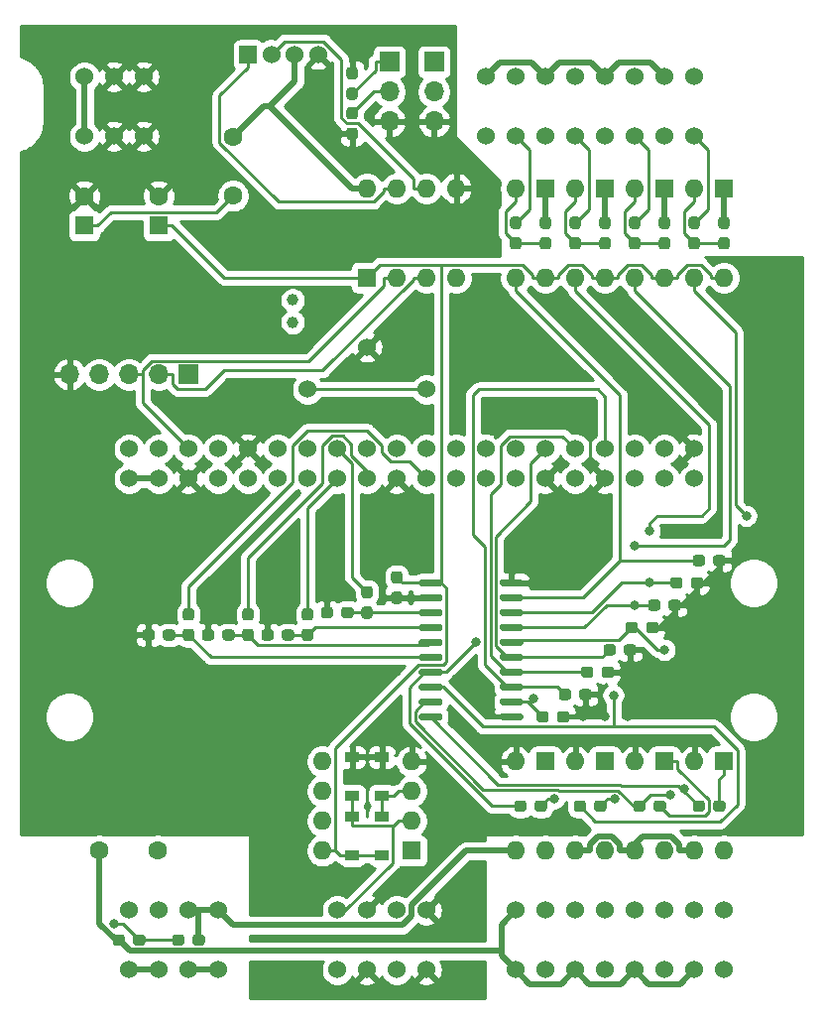
<source format=gbl>
G04 #@! TF.GenerationSoftware,KiCad,Pcbnew,(5.1.8)-1*
G04 #@! TF.CreationDate,2020-12-04T13:09:01+09:00*
G04 #@! TF.ProjectId,NBoxRpi,4e426f78-5270-4692-9e6b-696361645f70,Rev.2.1*
G04 #@! TF.SameCoordinates,Original*
G04 #@! TF.FileFunction,Copper,L2,Bot*
G04 #@! TF.FilePolarity,Positive*
%FSLAX46Y46*%
G04 Gerber Fmt 4.6, Leading zero omitted, Abs format (unit mm)*
G04 Created by KiCad (PCBNEW (5.1.8)-1) date 2020-12-04 13:09:01*
%MOMM*%
%LPD*%
G01*
G04 APERTURE LIST*
G04 #@! TA.AperFunction,ComponentPad*
%ADD10O,1.700000X1.700000*%
G04 #@! TD*
G04 #@! TA.AperFunction,ComponentPad*
%ADD11R,1.700000X1.700000*%
G04 #@! TD*
G04 #@! TA.AperFunction,ComponentPad*
%ADD12C,1.524000*%
G04 #@! TD*
G04 #@! TA.AperFunction,ComponentPad*
%ADD13O,1.600000X1.600000*%
G04 #@! TD*
G04 #@! TA.AperFunction,ComponentPad*
%ADD14R,1.600000X1.600000*%
G04 #@! TD*
G04 #@! TA.AperFunction,ComponentPad*
%ADD15C,1.600000*%
G04 #@! TD*
G04 #@! TA.AperFunction,SMDPad,CuDef*
%ADD16R,1.200000X0.900000*%
G04 #@! TD*
G04 #@! TA.AperFunction,ComponentPad*
%ADD17C,1.000000*%
G04 #@! TD*
G04 #@! TA.AperFunction,ComponentPad*
%ADD18R,1.524000X1.524000*%
G04 #@! TD*
G04 #@! TA.AperFunction,ViaPad*
%ADD19C,0.800000*%
G04 #@! TD*
G04 #@! TA.AperFunction,Conductor*
%ADD20C,0.250000*%
G04 #@! TD*
G04 #@! TA.AperFunction,Conductor*
%ADD21C,0.500000*%
G04 #@! TD*
G04 #@! TA.AperFunction,Conductor*
%ADD22C,0.254000*%
G04 #@! TD*
G04 #@! TA.AperFunction,Conductor*
%ADD23C,0.100000*%
G04 #@! TD*
G04 APERTURE END LIST*
G04 #@! TO.P,R41,2*
G04 #@! TO.N,GND*
G04 #@! TA.AperFunction,SMDPad,CuDef*
G36*
G01*
X111522500Y-118635000D02*
X111997500Y-118635000D01*
G75*
G02*
X112235000Y-118872500I0J-237500D01*
G01*
X112235000Y-119447500D01*
G75*
G02*
X111997500Y-119685000I-237500J0D01*
G01*
X111522500Y-119685000D01*
G75*
G02*
X111285000Y-119447500I0J237500D01*
G01*
X111285000Y-118872500D01*
G75*
G02*
X111522500Y-118635000I237500J0D01*
G01*
G37*
G04 #@! TD.AperFunction*
G04 #@! TO.P,R41,1*
G04 #@! TO.N,/GPIO17(GEN0)*
G04 #@! TA.AperFunction,SMDPad,CuDef*
G36*
G01*
X111522500Y-116885000D02*
X111997500Y-116885000D01*
G75*
G02*
X112235000Y-117122500I0J-237500D01*
G01*
X112235000Y-117697500D01*
G75*
G02*
X111997500Y-117935000I-237500J0D01*
G01*
X111522500Y-117935000D01*
G75*
G02*
X111285000Y-117697500I0J237500D01*
G01*
X111285000Y-117122500D01*
G75*
G02*
X111522500Y-116885000I237500J0D01*
G01*
G37*
G04 #@! TD.AperFunction*
G04 #@! TD*
G04 #@! TO.P,R40,2*
G04 #@! TO.N,GND*
G04 #@! TA.AperFunction,SMDPad,CuDef*
G36*
G01*
X111997500Y-114520000D02*
X111522500Y-114520000D01*
G75*
G02*
X111285000Y-114282500I0J237500D01*
G01*
X111285000Y-113707500D01*
G75*
G02*
X111522500Y-113470000I237500J0D01*
G01*
X111997500Y-113470000D01*
G75*
G02*
X112235000Y-113707500I0J-237500D01*
G01*
X112235000Y-114282500D01*
G75*
G02*
X111997500Y-114520000I-237500J0D01*
G01*
G37*
G04 #@! TD.AperFunction*
G04 #@! TO.P,R40,1*
G04 #@! TO.N,/GPIO4(GCLK)*
G04 #@! TA.AperFunction,SMDPad,CuDef*
G36*
G01*
X111997500Y-116270000D02*
X111522500Y-116270000D01*
G75*
G02*
X111285000Y-116032500I0J237500D01*
G01*
X111285000Y-115457500D01*
G75*
G02*
X111522500Y-115220000I237500J0D01*
G01*
X111997500Y-115220000D01*
G75*
G02*
X112235000Y-115457500I0J-237500D01*
G01*
X112235000Y-116032500D01*
G75*
G02*
X111997500Y-116270000I-237500J0D01*
G01*
G37*
G04 #@! TD.AperFunction*
G04 #@! TD*
D10*
G04 #@! TO.P,J9,3*
G04 #@! TO.N,GND*
X114935000Y-118110000D03*
G04 #@! TO.P,J9,2*
G04 #@! TO.N,/GPIO17(GEN0)*
X114935000Y-115570000D03*
D11*
G04 #@! TO.P,J9,1*
G04 #@! TO.N,/GPIO4(GCLK)*
X114935000Y-113030000D03*
G04 #@! TD*
G04 #@! TO.P,R39,2*
G04 #@! TO.N,Net-(R35-Pad1)*
G04 #@! TA.AperFunction,SMDPad,CuDef*
G36*
G01*
X97552500Y-161400000D02*
X98027500Y-161400000D01*
G75*
G02*
X98265000Y-161637500I0J-237500D01*
G01*
X98265000Y-162212500D01*
G75*
G02*
X98027500Y-162450000I-237500J0D01*
G01*
X97552500Y-162450000D01*
G75*
G02*
X97315000Y-162212500I0J237500D01*
G01*
X97315000Y-161637500D01*
G75*
G02*
X97552500Y-161400000I237500J0D01*
G01*
G37*
G04 #@! TD.AperFunction*
G04 #@! TO.P,R39,1*
G04 #@! TO.N,/GPIO25(GEN6)*
G04 #@! TA.AperFunction,SMDPad,CuDef*
G36*
G01*
X97552500Y-159650000D02*
X98027500Y-159650000D01*
G75*
G02*
X98265000Y-159887500I0J-237500D01*
G01*
X98265000Y-160462500D01*
G75*
G02*
X98027500Y-160700000I-237500J0D01*
G01*
X97552500Y-160700000D01*
G75*
G02*
X97315000Y-160462500I0J237500D01*
G01*
X97315000Y-159887500D01*
G75*
G02*
X97552500Y-159650000I237500J0D01*
G01*
G37*
G04 #@! TD.AperFunction*
G04 #@! TD*
G04 #@! TO.P,R38,2*
G04 #@! TO.N,Net-(R34-Pad1)*
G04 #@! TA.AperFunction,SMDPad,CuDef*
G36*
G01*
X102632500Y-161400000D02*
X103107500Y-161400000D01*
G75*
G02*
X103345000Y-161637500I0J-237500D01*
G01*
X103345000Y-162212500D01*
G75*
G02*
X103107500Y-162450000I-237500J0D01*
G01*
X102632500Y-162450000D01*
G75*
G02*
X102395000Y-162212500I0J237500D01*
G01*
X102395000Y-161637500D01*
G75*
G02*
X102632500Y-161400000I237500J0D01*
G01*
G37*
G04 #@! TD.AperFunction*
G04 #@! TO.P,R38,1*
G04 #@! TO.N,/GPIO24(GEN5)*
G04 #@! TA.AperFunction,SMDPad,CuDef*
G36*
G01*
X102632500Y-159650000D02*
X103107500Y-159650000D01*
G75*
G02*
X103345000Y-159887500I0J-237500D01*
G01*
X103345000Y-160462500D01*
G75*
G02*
X103107500Y-160700000I-237500J0D01*
G01*
X102632500Y-160700000D01*
G75*
G02*
X102395000Y-160462500I0J237500D01*
G01*
X102395000Y-159887500D01*
G75*
G02*
X102632500Y-159650000I237500J0D01*
G01*
G37*
G04 #@! TD.AperFunction*
G04 #@! TD*
G04 #@! TO.P,R37,2*
G04 #@! TO.N,Net-(R33-Pad1)*
G04 #@! TA.AperFunction,SMDPad,CuDef*
G36*
G01*
X107712500Y-161400000D02*
X108187500Y-161400000D01*
G75*
G02*
X108425000Y-161637500I0J-237500D01*
G01*
X108425000Y-162212500D01*
G75*
G02*
X108187500Y-162450000I-237500J0D01*
G01*
X107712500Y-162450000D01*
G75*
G02*
X107475000Y-162212500I0J237500D01*
G01*
X107475000Y-161637500D01*
G75*
G02*
X107712500Y-161400000I237500J0D01*
G01*
G37*
G04 #@! TD.AperFunction*
G04 #@! TO.P,R37,1*
G04 #@! TO.N,/GPIO23(GEN4)*
G04 #@! TA.AperFunction,SMDPad,CuDef*
G36*
G01*
X107712500Y-159650000D02*
X108187500Y-159650000D01*
G75*
G02*
X108425000Y-159887500I0J-237500D01*
G01*
X108425000Y-160462500D01*
G75*
G02*
X108187500Y-160700000I-237500J0D01*
G01*
X107712500Y-160700000D01*
G75*
G02*
X107475000Y-160462500I0J237500D01*
G01*
X107475000Y-159887500D01*
G75*
G02*
X107712500Y-159650000I237500J0D01*
G01*
G37*
G04 #@! TD.AperFunction*
G04 #@! TD*
G04 #@! TO.P,R36,2*
G04 #@! TO.N,Net-(R32-Pad1)*
G04 #@! TA.AperFunction,SMDPad,CuDef*
G36*
G01*
X112792500Y-159495000D02*
X113267500Y-159495000D01*
G75*
G02*
X113505000Y-159732500I0J-237500D01*
G01*
X113505000Y-160307500D01*
G75*
G02*
X113267500Y-160545000I-237500J0D01*
G01*
X112792500Y-160545000D01*
G75*
G02*
X112555000Y-160307500I0J237500D01*
G01*
X112555000Y-159732500D01*
G75*
G02*
X112792500Y-159495000I237500J0D01*
G01*
G37*
G04 #@! TD.AperFunction*
G04 #@! TO.P,R36,1*
G04 #@! TO.N,/GPIO22(GEN3)*
G04 #@! TA.AperFunction,SMDPad,CuDef*
G36*
G01*
X112792500Y-157745000D02*
X113267500Y-157745000D01*
G75*
G02*
X113505000Y-157982500I0J-237500D01*
G01*
X113505000Y-158557500D01*
G75*
G02*
X113267500Y-158795000I-237500J0D01*
G01*
X112792500Y-158795000D01*
G75*
G02*
X112555000Y-158557500I0J237500D01*
G01*
X112555000Y-157982500D01*
G75*
G02*
X112792500Y-157745000I237500J0D01*
G01*
G37*
G04 #@! TD.AperFunction*
G04 #@! TD*
G04 #@! TO.P,R35,2*
G04 #@! TO.N,GND*
G04 #@! TA.AperFunction,SMDPad,CuDef*
G36*
G01*
X94900000Y-161687500D02*
X94900000Y-162162500D01*
G75*
G02*
X94662500Y-162400000I-237500J0D01*
G01*
X94087500Y-162400000D01*
G75*
G02*
X93850000Y-162162500I0J237500D01*
G01*
X93850000Y-161687500D01*
G75*
G02*
X94087500Y-161450000I237500J0D01*
G01*
X94662500Y-161450000D01*
G75*
G02*
X94900000Y-161687500I0J-237500D01*
G01*
G37*
G04 #@! TD.AperFunction*
G04 #@! TO.P,R35,1*
G04 #@! TO.N,Net-(R35-Pad1)*
G04 #@! TA.AperFunction,SMDPad,CuDef*
G36*
G01*
X96650000Y-161687500D02*
X96650000Y-162162500D01*
G75*
G02*
X96412500Y-162400000I-237500J0D01*
G01*
X95837500Y-162400000D01*
G75*
G02*
X95600000Y-162162500I0J237500D01*
G01*
X95600000Y-161687500D01*
G75*
G02*
X95837500Y-161450000I237500J0D01*
G01*
X96412500Y-161450000D01*
G75*
G02*
X96650000Y-161687500I0J-237500D01*
G01*
G37*
G04 #@! TD.AperFunction*
G04 #@! TD*
G04 #@! TO.P,R34,2*
G04 #@! TO.N,GND*
G04 #@! TA.AperFunction,SMDPad,CuDef*
G36*
G01*
X99980000Y-161687500D02*
X99980000Y-162162500D01*
G75*
G02*
X99742500Y-162400000I-237500J0D01*
G01*
X99167500Y-162400000D01*
G75*
G02*
X98930000Y-162162500I0J237500D01*
G01*
X98930000Y-161687500D01*
G75*
G02*
X99167500Y-161450000I237500J0D01*
G01*
X99742500Y-161450000D01*
G75*
G02*
X99980000Y-161687500I0J-237500D01*
G01*
G37*
G04 #@! TD.AperFunction*
G04 #@! TO.P,R34,1*
G04 #@! TO.N,Net-(R34-Pad1)*
G04 #@! TA.AperFunction,SMDPad,CuDef*
G36*
G01*
X101730000Y-161687500D02*
X101730000Y-162162500D01*
G75*
G02*
X101492500Y-162400000I-237500J0D01*
G01*
X100917500Y-162400000D01*
G75*
G02*
X100680000Y-162162500I0J237500D01*
G01*
X100680000Y-161687500D01*
G75*
G02*
X100917500Y-161450000I237500J0D01*
G01*
X101492500Y-161450000D01*
G75*
G02*
X101730000Y-161687500I0J-237500D01*
G01*
G37*
G04 #@! TD.AperFunction*
G04 #@! TD*
G04 #@! TO.P,R33,2*
G04 #@! TO.N,GND*
G04 #@! TA.AperFunction,SMDPad,CuDef*
G36*
G01*
X105060000Y-161687500D02*
X105060000Y-162162500D01*
G75*
G02*
X104822500Y-162400000I-237500J0D01*
G01*
X104247500Y-162400000D01*
G75*
G02*
X104010000Y-162162500I0J237500D01*
G01*
X104010000Y-161687500D01*
G75*
G02*
X104247500Y-161450000I237500J0D01*
G01*
X104822500Y-161450000D01*
G75*
G02*
X105060000Y-161687500I0J-237500D01*
G01*
G37*
G04 #@! TD.AperFunction*
G04 #@! TO.P,R33,1*
G04 #@! TO.N,Net-(R33-Pad1)*
G04 #@! TA.AperFunction,SMDPad,CuDef*
G36*
G01*
X106810000Y-161687500D02*
X106810000Y-162162500D01*
G75*
G02*
X106572500Y-162400000I-237500J0D01*
G01*
X105997500Y-162400000D01*
G75*
G02*
X105760000Y-162162500I0J237500D01*
G01*
X105760000Y-161687500D01*
G75*
G02*
X105997500Y-161450000I237500J0D01*
G01*
X106572500Y-161450000D01*
G75*
G02*
X106810000Y-161687500I0J-237500D01*
G01*
G37*
G04 #@! TD.AperFunction*
G04 #@! TD*
G04 #@! TO.P,R32,2*
G04 #@! TO.N,GND*
G04 #@! TA.AperFunction,SMDPad,CuDef*
G36*
G01*
X110140000Y-159782500D02*
X110140000Y-160257500D01*
G75*
G02*
X109902500Y-160495000I-237500J0D01*
G01*
X109327500Y-160495000D01*
G75*
G02*
X109090000Y-160257500I0J237500D01*
G01*
X109090000Y-159782500D01*
G75*
G02*
X109327500Y-159545000I237500J0D01*
G01*
X109902500Y-159545000D01*
G75*
G02*
X110140000Y-159782500I0J-237500D01*
G01*
G37*
G04 #@! TD.AperFunction*
G04 #@! TO.P,R32,1*
G04 #@! TO.N,Net-(R32-Pad1)*
G04 #@! TA.AperFunction,SMDPad,CuDef*
G36*
G01*
X111890000Y-159782500D02*
X111890000Y-160257500D01*
G75*
G02*
X111652500Y-160495000I-237500J0D01*
G01*
X111077500Y-160495000D01*
G75*
G02*
X110840000Y-160257500I0J237500D01*
G01*
X110840000Y-159782500D01*
G75*
G02*
X111077500Y-159545000I237500J0D01*
G01*
X111652500Y-159545000D01*
G75*
G02*
X111890000Y-159782500I0J-237500D01*
G01*
G37*
G04 #@! TD.AperFunction*
G04 #@! TD*
D12*
G04 #@! TO.P,J6,8*
G04 #@! TO.N,/Pow24-*
X100330000Y-185420000D03*
G04 #@! TO.P,J6,7*
X100330000Y-190500000D03*
G04 #@! TO.P,J6,6*
X97790000Y-185420000D03*
G04 #@! TO.P,J6,5*
X97790000Y-190500000D03*
G04 #@! TO.P,J6,4*
G04 #@! TO.N,/Pow24+In*
X95250000Y-185420000D03*
G04 #@! TO.P,J6,3*
X95250000Y-190500000D03*
G04 #@! TO.P,J6,2*
X92710000Y-185420000D03*
G04 #@! TO.P,J6,1*
X92710000Y-190500000D03*
G04 #@! TD*
G04 #@! TO.P,R20,2*
G04 #@! TO.N,GND*
G04 #@! TA.AperFunction,SMDPad,CuDef*
G36*
G01*
X129255000Y-169147500D02*
X129255000Y-168672500D01*
G75*
G02*
X129492500Y-168435000I237500J0D01*
G01*
X130067500Y-168435000D01*
G75*
G02*
X130305000Y-168672500I0J-237500D01*
G01*
X130305000Y-169147500D01*
G75*
G02*
X130067500Y-169385000I-237500J0D01*
G01*
X129492500Y-169385000D01*
G75*
G02*
X129255000Y-169147500I0J237500D01*
G01*
G37*
G04 #@! TD.AperFunction*
G04 #@! TO.P,R20,1*
G04 #@! TO.N,/GPIO12(PWM0)*
G04 #@! TA.AperFunction,SMDPad,CuDef*
G36*
G01*
X127505000Y-169147500D02*
X127505000Y-168672500D01*
G75*
G02*
X127742500Y-168435000I237500J0D01*
G01*
X128317500Y-168435000D01*
G75*
G02*
X128555000Y-168672500I0J-237500D01*
G01*
X128555000Y-169147500D01*
G75*
G02*
X128317500Y-169385000I-237500J0D01*
G01*
X127742500Y-169385000D01*
G75*
G02*
X127505000Y-169147500I0J237500D01*
G01*
G37*
G04 #@! TD.AperFunction*
G04 #@! TD*
G04 #@! TO.P,R19,2*
G04 #@! TO.N,GND*
G04 #@! TA.AperFunction,SMDPad,CuDef*
G36*
G01*
X131160000Y-167242500D02*
X131160000Y-166767500D01*
G75*
G02*
X131397500Y-166530000I237500J0D01*
G01*
X131972500Y-166530000D01*
G75*
G02*
X132210000Y-166767500I0J-237500D01*
G01*
X132210000Y-167242500D01*
G75*
G02*
X131972500Y-167480000I-237500J0D01*
G01*
X131397500Y-167480000D01*
G75*
G02*
X131160000Y-167242500I0J237500D01*
G01*
G37*
G04 #@! TD.AperFunction*
G04 #@! TO.P,R19,1*
G04 #@! TO.N,/GPIO13(PWM1)*
G04 #@! TA.AperFunction,SMDPad,CuDef*
G36*
G01*
X129410000Y-167242500D02*
X129410000Y-166767500D01*
G75*
G02*
X129647500Y-166530000I237500J0D01*
G01*
X130222500Y-166530000D01*
G75*
G02*
X130460000Y-166767500I0J-237500D01*
G01*
X130460000Y-167242500D01*
G75*
G02*
X130222500Y-167480000I-237500J0D01*
G01*
X129647500Y-167480000D01*
G75*
G02*
X129410000Y-167242500I0J237500D01*
G01*
G37*
G04 #@! TD.AperFunction*
G04 #@! TD*
G04 #@! TO.P,R18,2*
G04 #@! TO.N,GND*
G04 #@! TA.AperFunction,SMDPad,CuDef*
G36*
G01*
X133065000Y-165337500D02*
X133065000Y-164862500D01*
G75*
G02*
X133302500Y-164625000I237500J0D01*
G01*
X133877500Y-164625000D01*
G75*
G02*
X134115000Y-164862500I0J-237500D01*
G01*
X134115000Y-165337500D01*
G75*
G02*
X133877500Y-165575000I-237500J0D01*
G01*
X133302500Y-165575000D01*
G75*
G02*
X133065000Y-165337500I0J237500D01*
G01*
G37*
G04 #@! TD.AperFunction*
G04 #@! TO.P,R18,1*
G04 #@! TO.N,/GPIO6*
G04 #@! TA.AperFunction,SMDPad,CuDef*
G36*
G01*
X131315000Y-165337500D02*
X131315000Y-164862500D01*
G75*
G02*
X131552500Y-164625000I237500J0D01*
G01*
X132127500Y-164625000D01*
G75*
G02*
X132365000Y-164862500I0J-237500D01*
G01*
X132365000Y-165337500D01*
G75*
G02*
X132127500Y-165575000I-237500J0D01*
G01*
X131552500Y-165575000D01*
G75*
G02*
X131315000Y-165337500I0J237500D01*
G01*
G37*
G04 #@! TD.AperFunction*
G04 #@! TD*
G04 #@! TO.P,R17,2*
G04 #@! TO.N,GND*
G04 #@! TA.AperFunction,SMDPad,CuDef*
G36*
G01*
X134970000Y-163432500D02*
X134970000Y-162957500D01*
G75*
G02*
X135207500Y-162720000I237500J0D01*
G01*
X135782500Y-162720000D01*
G75*
G02*
X136020000Y-162957500I0J-237500D01*
G01*
X136020000Y-163432500D01*
G75*
G02*
X135782500Y-163670000I-237500J0D01*
G01*
X135207500Y-163670000D01*
G75*
G02*
X134970000Y-163432500I0J237500D01*
G01*
G37*
G04 #@! TD.AperFunction*
G04 #@! TO.P,R17,1*
G04 #@! TO.N,/GPIO5*
G04 #@! TA.AperFunction,SMDPad,CuDef*
G36*
G01*
X133220000Y-163432500D02*
X133220000Y-162957500D01*
G75*
G02*
X133457500Y-162720000I237500J0D01*
G01*
X134032500Y-162720000D01*
G75*
G02*
X134270000Y-162957500I0J-237500D01*
G01*
X134270000Y-163432500D01*
G75*
G02*
X134032500Y-163670000I-237500J0D01*
G01*
X133457500Y-163670000D01*
G75*
G02*
X133220000Y-163432500I0J237500D01*
G01*
G37*
G04 #@! TD.AperFunction*
G04 #@! TD*
G04 #@! TO.P,R16,2*
G04 #@! TO.N,GND*
G04 #@! TA.AperFunction,SMDPad,CuDef*
G36*
G01*
X136875000Y-161527500D02*
X136875000Y-161052500D01*
G75*
G02*
X137112500Y-160815000I237500J0D01*
G01*
X137687500Y-160815000D01*
G75*
G02*
X137925000Y-161052500I0J-237500D01*
G01*
X137925000Y-161527500D01*
G75*
G02*
X137687500Y-161765000I-237500J0D01*
G01*
X137112500Y-161765000D01*
G75*
G02*
X136875000Y-161527500I0J237500D01*
G01*
G37*
G04 #@! TD.AperFunction*
G04 #@! TO.P,R16,1*
G04 #@! TO.N,Net-(PC4-Pad3)*
G04 #@! TA.AperFunction,SMDPad,CuDef*
G36*
G01*
X135125000Y-161527500D02*
X135125000Y-161052500D01*
G75*
G02*
X135362500Y-160815000I237500J0D01*
G01*
X135937500Y-160815000D01*
G75*
G02*
X136175000Y-161052500I0J-237500D01*
G01*
X136175000Y-161527500D01*
G75*
G02*
X135937500Y-161765000I-237500J0D01*
G01*
X135362500Y-161765000D01*
G75*
G02*
X135125000Y-161527500I0J237500D01*
G01*
G37*
G04 #@! TD.AperFunction*
G04 #@! TD*
G04 #@! TO.P,R15,2*
G04 #@! TO.N,GND*
G04 #@! TA.AperFunction,SMDPad,CuDef*
G36*
G01*
X138780000Y-159622500D02*
X138780000Y-159147500D01*
G75*
G02*
X139017500Y-158910000I237500J0D01*
G01*
X139592500Y-158910000D01*
G75*
G02*
X139830000Y-159147500I0J-237500D01*
G01*
X139830000Y-159622500D01*
G75*
G02*
X139592500Y-159860000I-237500J0D01*
G01*
X139017500Y-159860000D01*
G75*
G02*
X138780000Y-159622500I0J237500D01*
G01*
G37*
G04 #@! TD.AperFunction*
G04 #@! TO.P,R15,1*
G04 #@! TO.N,Net-(PC3-Pad3)*
G04 #@! TA.AperFunction,SMDPad,CuDef*
G36*
G01*
X137030000Y-159622500D02*
X137030000Y-159147500D01*
G75*
G02*
X137267500Y-158910000I237500J0D01*
G01*
X137842500Y-158910000D01*
G75*
G02*
X138080000Y-159147500I0J-237500D01*
G01*
X138080000Y-159622500D01*
G75*
G02*
X137842500Y-159860000I-237500J0D01*
G01*
X137267500Y-159860000D01*
G75*
G02*
X137030000Y-159622500I0J237500D01*
G01*
G37*
G04 #@! TD.AperFunction*
G04 #@! TD*
G04 #@! TO.P,R14,2*
G04 #@! TO.N,GND*
G04 #@! TA.AperFunction,SMDPad,CuDef*
G36*
G01*
X140685000Y-157717500D02*
X140685000Y-157242500D01*
G75*
G02*
X140922500Y-157005000I237500J0D01*
G01*
X141497500Y-157005000D01*
G75*
G02*
X141735000Y-157242500I0J-237500D01*
G01*
X141735000Y-157717500D01*
G75*
G02*
X141497500Y-157955000I-237500J0D01*
G01*
X140922500Y-157955000D01*
G75*
G02*
X140685000Y-157717500I0J237500D01*
G01*
G37*
G04 #@! TD.AperFunction*
G04 #@! TO.P,R14,1*
G04 #@! TO.N,Net-(PC2-Pad3)*
G04 #@! TA.AperFunction,SMDPad,CuDef*
G36*
G01*
X138935000Y-157717500D02*
X138935000Y-157242500D01*
G75*
G02*
X139172500Y-157005000I237500J0D01*
G01*
X139747500Y-157005000D01*
G75*
G02*
X139985000Y-157242500I0J-237500D01*
G01*
X139985000Y-157717500D01*
G75*
G02*
X139747500Y-157955000I-237500J0D01*
G01*
X139172500Y-157955000D01*
G75*
G02*
X138935000Y-157717500I0J237500D01*
G01*
G37*
G04 #@! TD.AperFunction*
G04 #@! TD*
G04 #@! TO.P,R13,2*
G04 #@! TO.N,GND*
G04 #@! TA.AperFunction,SMDPad,CuDef*
G36*
G01*
X142590000Y-155812500D02*
X142590000Y-155337500D01*
G75*
G02*
X142827500Y-155100000I237500J0D01*
G01*
X143402500Y-155100000D01*
G75*
G02*
X143640000Y-155337500I0J-237500D01*
G01*
X143640000Y-155812500D01*
G75*
G02*
X143402500Y-156050000I-237500J0D01*
G01*
X142827500Y-156050000D01*
G75*
G02*
X142590000Y-155812500I0J237500D01*
G01*
G37*
G04 #@! TD.AperFunction*
G04 #@! TO.P,R13,1*
G04 #@! TO.N,Net-(PC1-Pad3)*
G04 #@! TA.AperFunction,SMDPad,CuDef*
G36*
G01*
X140840000Y-155812500D02*
X140840000Y-155337500D01*
G75*
G02*
X141077500Y-155100000I237500J0D01*
G01*
X141652500Y-155100000D01*
G75*
G02*
X141890000Y-155337500I0J-237500D01*
G01*
X141890000Y-155812500D01*
G75*
G02*
X141652500Y-156050000I-237500J0D01*
G01*
X141077500Y-156050000D01*
G75*
G02*
X140840000Y-155812500I0J237500D01*
G01*
G37*
G04 #@! TD.AperFunction*
G04 #@! TD*
D10*
G04 #@! TO.P,J8,5*
G04 #@! TO.N,GND*
X87630000Y-139700000D03*
G04 #@! TO.P,J8,4*
G04 #@! TO.N,N/C*
X90170000Y-139700000D03*
G04 #@! TO.P,J8,3*
G04 #@! TO.N,/GPIO3(SCL1)*
X92710000Y-139700000D03*
G04 #@! TO.P,J8,2*
G04 #@! TO.N,/GPIO2(SDA1)*
X95250000Y-139700000D03*
D11*
G04 #@! TO.P,J8,1*
G04 #@! TO.N,+3V3*
X97790000Y-139700000D03*
G04 #@! TD*
D12*
G04 #@! TO.P,BT1,1*
G04 #@! TO.N,Net-(BT1-Pad1)*
X107950000Y-140970000D03*
X118110000Y-140970000D03*
G04 #@! TO.P,BT1,2*
G04 #@! TO.N,GND*
X113030000Y-137370000D03*
G04 #@! TD*
D13*
G04 #@! TO.P,U2,8*
G04 #@! TO.N,+3V3*
X109220000Y-180340000D03*
G04 #@! TO.P,U2,4*
G04 #@! TO.N,GND*
X116840000Y-172720000D03*
G04 #@! TO.P,U2,7*
G04 #@! TO.N,/GPIO11(SPI0_SCK)*
X109220000Y-177800000D03*
G04 #@! TO.P,U2,3*
G04 #@! TO.N,/AD1*
X116840000Y-175260000D03*
G04 #@! TO.P,U2,6*
G04 #@! TO.N,/GPIO9(SPI0_MISO)*
X109220000Y-175260000D03*
G04 #@! TO.P,U2,2*
G04 #@! TO.N,/AD0*
X116840000Y-177800000D03*
G04 #@! TO.P,U2,5*
G04 #@! TO.N,/GPIO10(SPI0_MOSI)*
X109220000Y-172720000D03*
D14*
G04 #@! TO.P,U2,1*
G04 #@! TO.N,/GPIO8(SPI0_CE_N)*
X116840000Y-180340000D03*
G04 #@! TD*
D12*
G04 #@! TO.P,J4,1*
G04 #@! TO.N,GND*
X93980000Y-114300000D03*
G04 #@! TO.P,J4,2*
X93980000Y-119380000D03*
G04 #@! TO.P,J4,3*
X91440000Y-114300000D03*
G04 #@! TO.P,J4,4*
X91440000Y-119380000D03*
G04 #@! TO.P,J4,5*
G04 #@! TO.N,+5V*
X88900000Y-114300000D03*
G04 #@! TO.P,J4,6*
X88900000Y-119380000D03*
G04 #@! TD*
D13*
G04 #@! TO.P,PC2,4*
G04 #@! TO.N,+3V3*
X133350000Y-131445000D03*
G04 #@! TO.P,PC2,2*
G04 #@! TO.N,Net-(PC2-Pad2)*
X130810000Y-123825000D03*
G04 #@! TO.P,PC2,3*
G04 #@! TO.N,Net-(PC2-Pad3)*
X130810000Y-131445000D03*
D14*
G04 #@! TO.P,PC2,1*
G04 #@! TO.N,/Pow24+*
X133350000Y-123825000D03*
G04 #@! TD*
D10*
G04 #@! TO.P,J3,3*
G04 #@! TO.N,GND*
X118745000Y-118110000D03*
G04 #@! TO.P,J3,2*
G04 #@! TO.N,/GPIO14(TXD0)*
X118745000Y-115570000D03*
D11*
G04 #@! TO.P,J3,1*
G04 #@! TO.N,/GPIO15(RXD0)*
X118745000Y-113030000D03*
G04 #@! TD*
D15*
G04 #@! TO.P,F2,2*
G04 #@! TO.N,/Pow24+In*
X95170000Y-180340000D03*
G04 #@! TO.P,F2,1*
G04 #@! TO.N,/Pow24+*
X90170000Y-180340000D03*
G04 #@! TD*
D12*
G04 #@! TO.P,J2,8*
G04 #@! TO.N,GND*
X118110000Y-185420000D03*
G04 #@! TO.P,J2,7*
X118110000Y-190500000D03*
G04 #@! TO.P,J2,6*
G04 #@! TO.N,/AD1*
X115570000Y-185420000D03*
G04 #@! TO.P,J2,5*
X115570000Y-190500000D03*
G04 #@! TO.P,J2,4*
G04 #@! TO.N,GND*
X113030000Y-185420000D03*
G04 #@! TO.P,J2,3*
X113030000Y-190500000D03*
G04 #@! TO.P,J2,2*
G04 #@! TO.N,/AD0*
X110490000Y-185420000D03*
G04 #@! TO.P,J2,1*
X110490000Y-190500000D03*
G04 #@! TD*
G04 #@! TO.P,J7,11*
G04 #@! TO.N,/Y02*
X138430000Y-190500000D03*
G04 #@! TO.P,J7,12*
X138430000Y-185420000D03*
G04 #@! TO.P,J7,10*
G04 #@! TO.N,/Pow24+*
X135890000Y-185420000D03*
G04 #@! TO.P,J7,15*
G04 #@! TO.N,/Y03*
X143510000Y-190500000D03*
G04 #@! TO.P,J7,16*
X143510000Y-185420000D03*
G04 #@! TO.P,J7,9*
G04 #@! TO.N,/Pow24+*
X135890000Y-190500000D03*
G04 #@! TO.P,J7,13*
X140970000Y-190500000D03*
G04 #@! TO.P,J7,14*
X140970000Y-185420000D03*
G04 #@! TO.P,J7,8*
G04 #@! TO.N,/Y01*
X133350000Y-185420000D03*
G04 #@! TO.P,J7,7*
X133350000Y-190500000D03*
G04 #@! TO.P,J7,6*
G04 #@! TO.N,/Pow24+*
X130810000Y-185420000D03*
G04 #@! TO.P,J7,5*
X130810000Y-190500000D03*
G04 #@! TO.P,J7,4*
G04 #@! TO.N,/Y00*
X128270000Y-185420000D03*
G04 #@! TO.P,J7,3*
X128270000Y-190500000D03*
G04 #@! TO.P,J7,2*
G04 #@! TO.N,/Pow24+*
X125730000Y-185420000D03*
G04 #@! TO.P,J7,1*
X125730000Y-190500000D03*
G04 #@! TD*
G04 #@! TO.P,J5,11*
G04 #@! TO.N,/Pow24-*
X128270000Y-114300000D03*
G04 #@! TO.P,J5,12*
X128270000Y-119380000D03*
G04 #@! TO.P,J5,10*
G04 #@! TO.N,/X01*
X130810000Y-119380000D03*
G04 #@! TO.P,J5,15*
G04 #@! TO.N,/Pow24-*
X123190000Y-114300000D03*
G04 #@! TO.P,J5,16*
X123190000Y-119380000D03*
G04 #@! TO.P,J5,9*
G04 #@! TO.N,/X01*
X130810000Y-114300000D03*
G04 #@! TO.P,J5,13*
G04 #@! TO.N,/X00*
X125730000Y-114300000D03*
G04 #@! TO.P,J5,14*
X125730000Y-119380000D03*
G04 #@! TO.P,J5,8*
G04 #@! TO.N,/Pow24-*
X133350000Y-119380000D03*
G04 #@! TO.P,J5,7*
X133350000Y-114300000D03*
G04 #@! TO.P,J5,6*
G04 #@! TO.N,/X02*
X135890000Y-119380000D03*
G04 #@! TO.P,J5,5*
X135890000Y-114300000D03*
G04 #@! TO.P,J5,4*
G04 #@! TO.N,/Pow24-*
X138430000Y-119380000D03*
G04 #@! TO.P,J5,3*
X138430000Y-114300000D03*
G04 #@! TO.P,J5,2*
G04 #@! TO.N,/X03*
X140970000Y-119380000D03*
G04 #@! TO.P,J5,1*
X140970000Y-114300000D03*
G04 #@! TD*
G04 #@! TO.P,R31,2*
G04 #@! TO.N,/Pow24-*
G04 #@! TA.AperFunction,SMDPad,CuDef*
G36*
G01*
X98140000Y-188197500D02*
X98140000Y-187722500D01*
G75*
G02*
X98377500Y-187485000I237500J0D01*
G01*
X98952500Y-187485000D01*
G75*
G02*
X99190000Y-187722500I0J-237500D01*
G01*
X99190000Y-188197500D01*
G75*
G02*
X98952500Y-188435000I-237500J0D01*
G01*
X98377500Y-188435000D01*
G75*
G02*
X98140000Y-188197500I0J237500D01*
G01*
G37*
G04 #@! TD.AperFunction*
G04 #@! TO.P,R31,1*
G04 #@! TO.N,Net-(D13-Pad1)*
G04 #@! TA.AperFunction,SMDPad,CuDef*
G36*
G01*
X96390000Y-188197500D02*
X96390000Y-187722500D01*
G75*
G02*
X96627500Y-187485000I237500J0D01*
G01*
X97202500Y-187485000D01*
G75*
G02*
X97440000Y-187722500I0J-237500D01*
G01*
X97440000Y-188197500D01*
G75*
G02*
X97202500Y-188435000I-237500J0D01*
G01*
X96627500Y-188435000D01*
G75*
G02*
X96390000Y-188197500I0J237500D01*
G01*
G37*
G04 #@! TD.AperFunction*
G04 #@! TD*
G04 #@! TO.P,R26,2*
G04 #@! TO.N,Net-(D13-Pad1)*
G04 #@! TA.AperFunction,SMDPad,CuDef*
G36*
G01*
X93060000Y-188197500D02*
X93060000Y-187722500D01*
G75*
G02*
X93297500Y-187485000I237500J0D01*
G01*
X93872500Y-187485000D01*
G75*
G02*
X94110000Y-187722500I0J-237500D01*
G01*
X94110000Y-188197500D01*
G75*
G02*
X93872500Y-188435000I-237500J0D01*
G01*
X93297500Y-188435000D01*
G75*
G02*
X93060000Y-188197500I0J237500D01*
G01*
G37*
G04 #@! TD.AperFunction*
G04 #@! TO.P,R26,1*
G04 #@! TO.N,/Pow24+*
G04 #@! TA.AperFunction,SMDPad,CuDef*
G36*
G01*
X91310000Y-188197500D02*
X91310000Y-187722500D01*
G75*
G02*
X91547500Y-187485000I237500J0D01*
G01*
X92122500Y-187485000D01*
G75*
G02*
X92360000Y-187722500I0J-237500D01*
G01*
X92360000Y-188197500D01*
G75*
G02*
X92122500Y-188435000I-237500J0D01*
G01*
X91547500Y-188435000D01*
G75*
G02*
X91310000Y-188197500I0J237500D01*
G01*
G37*
G04 #@! TD.AperFunction*
G04 #@! TD*
G04 #@! TO.P,R8,2*
G04 #@! TO.N,Net-(PC4-Pad2)*
G04 #@! TA.AperFunction,SMDPad,CuDef*
G36*
G01*
X143272500Y-127985000D02*
X143747500Y-127985000D01*
G75*
G02*
X143985000Y-128222500I0J-237500D01*
G01*
X143985000Y-128797500D01*
G75*
G02*
X143747500Y-129035000I-237500J0D01*
G01*
X143272500Y-129035000D01*
G75*
G02*
X143035000Y-128797500I0J237500D01*
G01*
X143035000Y-128222500D01*
G75*
G02*
X143272500Y-127985000I237500J0D01*
G01*
G37*
G04 #@! TD.AperFunction*
G04 #@! TO.P,R8,1*
G04 #@! TO.N,/Pow24+*
G04 #@! TA.AperFunction,SMDPad,CuDef*
G36*
G01*
X143272500Y-126235000D02*
X143747500Y-126235000D01*
G75*
G02*
X143985000Y-126472500I0J-237500D01*
G01*
X143985000Y-127047500D01*
G75*
G02*
X143747500Y-127285000I-237500J0D01*
G01*
X143272500Y-127285000D01*
G75*
G02*
X143035000Y-127047500I0J237500D01*
G01*
X143035000Y-126472500D01*
G75*
G02*
X143272500Y-126235000I237500J0D01*
G01*
G37*
G04 #@! TD.AperFunction*
G04 #@! TD*
G04 #@! TO.P,R7,2*
G04 #@! TO.N,Net-(PC3-Pad2)*
G04 #@! TA.AperFunction,SMDPad,CuDef*
G36*
G01*
X138192500Y-127985000D02*
X138667500Y-127985000D01*
G75*
G02*
X138905000Y-128222500I0J-237500D01*
G01*
X138905000Y-128797500D01*
G75*
G02*
X138667500Y-129035000I-237500J0D01*
G01*
X138192500Y-129035000D01*
G75*
G02*
X137955000Y-128797500I0J237500D01*
G01*
X137955000Y-128222500D01*
G75*
G02*
X138192500Y-127985000I237500J0D01*
G01*
G37*
G04 #@! TD.AperFunction*
G04 #@! TO.P,R7,1*
G04 #@! TO.N,/Pow24+*
G04 #@! TA.AperFunction,SMDPad,CuDef*
G36*
G01*
X138192500Y-126235000D02*
X138667500Y-126235000D01*
G75*
G02*
X138905000Y-126472500I0J-237500D01*
G01*
X138905000Y-127047500D01*
G75*
G02*
X138667500Y-127285000I-237500J0D01*
G01*
X138192500Y-127285000D01*
G75*
G02*
X137955000Y-127047500I0J237500D01*
G01*
X137955000Y-126472500D01*
G75*
G02*
X138192500Y-126235000I237500J0D01*
G01*
G37*
G04 #@! TD.AperFunction*
G04 #@! TD*
G04 #@! TO.P,R6,2*
G04 #@! TO.N,Net-(PC2-Pad2)*
G04 #@! TA.AperFunction,SMDPad,CuDef*
G36*
G01*
X133112500Y-127985000D02*
X133587500Y-127985000D01*
G75*
G02*
X133825000Y-128222500I0J-237500D01*
G01*
X133825000Y-128797500D01*
G75*
G02*
X133587500Y-129035000I-237500J0D01*
G01*
X133112500Y-129035000D01*
G75*
G02*
X132875000Y-128797500I0J237500D01*
G01*
X132875000Y-128222500D01*
G75*
G02*
X133112500Y-127985000I237500J0D01*
G01*
G37*
G04 #@! TD.AperFunction*
G04 #@! TO.P,R6,1*
G04 #@! TO.N,/Pow24+*
G04 #@! TA.AperFunction,SMDPad,CuDef*
G36*
G01*
X133112500Y-126235000D02*
X133587500Y-126235000D01*
G75*
G02*
X133825000Y-126472500I0J-237500D01*
G01*
X133825000Y-127047500D01*
G75*
G02*
X133587500Y-127285000I-237500J0D01*
G01*
X133112500Y-127285000D01*
G75*
G02*
X132875000Y-127047500I0J237500D01*
G01*
X132875000Y-126472500D01*
G75*
G02*
X133112500Y-126235000I237500J0D01*
G01*
G37*
G04 #@! TD.AperFunction*
G04 #@! TD*
G04 #@! TO.P,R5,2*
G04 #@! TO.N,Net-(PC1-Pad2)*
G04 #@! TA.AperFunction,SMDPad,CuDef*
G36*
G01*
X128032500Y-127985000D02*
X128507500Y-127985000D01*
G75*
G02*
X128745000Y-128222500I0J-237500D01*
G01*
X128745000Y-128797500D01*
G75*
G02*
X128507500Y-129035000I-237500J0D01*
G01*
X128032500Y-129035000D01*
G75*
G02*
X127795000Y-128797500I0J237500D01*
G01*
X127795000Y-128222500D01*
G75*
G02*
X128032500Y-127985000I237500J0D01*
G01*
G37*
G04 #@! TD.AperFunction*
G04 #@! TO.P,R5,1*
G04 #@! TO.N,/Pow24+*
G04 #@! TA.AperFunction,SMDPad,CuDef*
G36*
G01*
X128032500Y-126235000D02*
X128507500Y-126235000D01*
G75*
G02*
X128745000Y-126472500I0J-237500D01*
G01*
X128745000Y-127047500D01*
G75*
G02*
X128507500Y-127285000I-237500J0D01*
G01*
X128032500Y-127285000D01*
G75*
G02*
X127795000Y-127047500I0J237500D01*
G01*
X127795000Y-126472500D01*
G75*
G02*
X128032500Y-126235000I237500J0D01*
G01*
G37*
G04 #@! TD.AperFunction*
G04 #@! TD*
D16*
G04 #@! TO.P,D4,2*
G04 #@! TO.N,GND*
X114300000Y-172340000D03*
G04 #@! TO.P,D4,1*
G04 #@! TO.N,/AD1*
X114300000Y-175640000D03*
G04 #@! TD*
G04 #@! TO.P,D3,2*
G04 #@! TO.N,/AD1*
X114300000Y-177420000D03*
G04 #@! TO.P,D3,1*
G04 #@! TO.N,+3V3*
X114300000Y-180720000D03*
G04 #@! TD*
G04 #@! TO.P,D2,2*
G04 #@! TO.N,GND*
X111760000Y-172340000D03*
G04 #@! TO.P,D2,1*
G04 #@! TO.N,/AD0*
X111760000Y-175640000D03*
G04 #@! TD*
G04 #@! TO.P,D1,2*
G04 #@! TO.N,/AD0*
X111760000Y-177420000D03*
G04 #@! TO.P,D1,1*
G04 #@! TO.N,+3V3*
X111760000Y-180720000D03*
G04 #@! TD*
D12*
G04 #@! TO.P,P1,40*
G04 #@! TO.N,N/C*
X140970000Y-148590000D03*
G04 #@! TO.P,P1,39*
G04 #@! TO.N,GND*
X140970000Y-146050000D03*
G04 #@! TO.P,P1,38*
G04 #@! TO.N,N/C*
X138430000Y-148590000D03*
G04 #@! TO.P,P1,37*
X138430000Y-146050000D03*
G04 #@! TO.P,P1,36*
X135890000Y-148590000D03*
G04 #@! TO.P,P1,35*
X135890000Y-146050000D03*
G04 #@! TO.P,P1,34*
G04 #@! TO.N,GND*
X133350000Y-148590000D03*
G04 #@! TO.P,P1,33*
G04 #@! TO.N,/GPIO13(PWM1)*
X133350000Y-146050000D03*
G04 #@! TO.P,P1,32*
G04 #@! TO.N,/GPIO12(PWM0)*
X130810000Y-148590000D03*
G04 #@! TO.P,P1,31*
G04 #@! TO.N,/GPIO6*
X130810000Y-146050000D03*
G04 #@! TO.P,P1,30*
G04 #@! TO.N,GND*
X128270000Y-148590000D03*
G04 #@! TO.P,P1,29*
G04 #@! TO.N,/GPIO5*
X128270000Y-146050000D03*
G04 #@! TO.P,P1,28*
G04 #@! TO.N,N/C*
X125730000Y-148590000D03*
G04 #@! TO.P,P1,27*
X125730000Y-146050000D03*
G04 #@! TO.P,P1,26*
X123190000Y-148590000D03*
G04 #@! TO.P,P1,25*
G04 #@! TO.N,GND*
X123190000Y-146050000D03*
G04 #@! TO.P,P1,24*
G04 #@! TO.N,/GPIO8(SPI0_CE_N)*
X120650000Y-148590000D03*
G04 #@! TO.P,P1,23*
G04 #@! TO.N,/GPIO11(SPI0_SCK)*
X120650000Y-146050000D03*
G04 #@! TO.P,P1,22*
G04 #@! TO.N,/GPIO25(GEN6)*
X118110000Y-148590000D03*
G04 #@! TO.P,P1,21*
G04 #@! TO.N,/GPIO9(SPI0_MISO)*
X118110000Y-146050000D03*
G04 #@! TO.P,P1,20*
G04 #@! TO.N,GND*
X115570000Y-148590000D03*
G04 #@! TO.P,P1,19*
G04 #@! TO.N,/GPIO10(SPI0_MOSI)*
X115570000Y-146050000D03*
G04 #@! TO.P,P1,18*
G04 #@! TO.N,/GPIO24(GEN5)*
X113030000Y-148590000D03*
G04 #@! TO.P,P1,17*
G04 #@! TO.N,N/C*
X113030000Y-146050000D03*
G04 #@! TO.P,P1,16*
G04 #@! TO.N,/GPIO23(GEN4)*
X110490000Y-148590000D03*
G04 #@! TO.P,P1,15*
G04 #@! TO.N,/GPIO22(GEN3)*
X110490000Y-146050000D03*
G04 #@! TO.P,P1,14*
G04 #@! TO.N,GND*
X107950000Y-148590000D03*
G04 #@! TO.P,P1,13*
G04 #@! TO.N,N/C*
X107950000Y-146050000D03*
G04 #@! TO.P,P1,12*
X105410000Y-148590000D03*
G04 #@! TO.P,P1,11*
G04 #@! TO.N,/GPIO17(GEN0)*
X105410000Y-146050000D03*
G04 #@! TO.P,P1,10*
G04 #@! TO.N,/GPIO15(RXD0)*
X102870000Y-148590000D03*
G04 #@! TO.P,P1,9*
G04 #@! TO.N,GND*
X102870000Y-146050000D03*
G04 #@! TO.P,P1,8*
G04 #@! TO.N,/GPIO14(TXD0)*
X100330000Y-148590000D03*
G04 #@! TO.P,P1,7*
G04 #@! TO.N,/GPIO4(GCLK)*
X100330000Y-146050000D03*
G04 #@! TO.P,P1,6*
G04 #@! TO.N,GND*
X97790000Y-148590000D03*
G04 #@! TO.P,P1,5*
G04 #@! TO.N,/GPIO3(SCL1)*
X97790000Y-146050000D03*
G04 #@! TO.P,P1,4*
G04 #@! TO.N,+5V*
X95250000Y-148590000D03*
G04 #@! TO.P,P1,3*
G04 #@! TO.N,/GPIO2(SDA1)*
X95250000Y-146050000D03*
G04 #@! TO.P,P1,2*
G04 #@! TO.N,+5V*
X92710000Y-148590000D03*
G04 #@! TO.P,P1,1*
G04 #@! TO.N,N/C*
X92710000Y-146050000D03*
G04 #@! TD*
D17*
G04 #@! TO.P,Y1,2*
G04 #@! TO.N,Net-(U3-Pad2)*
X106680000Y-133350000D03*
G04 #@! TO.P,Y1,1*
G04 #@! TO.N,Net-(U3-Pad1)*
X106680000Y-135250000D03*
G04 #@! TD*
D13*
G04 #@! TO.P,U1,8*
G04 #@! TO.N,+5V*
X113030000Y-123825000D03*
G04 #@! TO.P,U1,4*
G04 #@! TO.N,N/C*
X120650000Y-131445000D03*
G04 #@! TO.P,U1,7*
G04 #@! TO.N,/SCL*
X115570000Y-123825000D03*
G04 #@! TO.P,U1,3*
G04 #@! TO.N,/GPIO2(SDA1)*
X118110000Y-131445000D03*
G04 #@! TO.P,U1,6*
G04 #@! TO.N,/SDA*
X118110000Y-123825000D03*
G04 #@! TO.P,U1,2*
G04 #@! TO.N,/GPIO3(SCL1)*
X115570000Y-131445000D03*
G04 #@! TO.P,U1,5*
G04 #@! TO.N,GND*
X120650000Y-123825000D03*
D14*
G04 #@! TO.P,U1,1*
G04 #@! TO.N,+3V3*
X113030000Y-131445000D03*
G04 #@! TD*
D13*
G04 #@! TO.P,U9,4*
G04 #@! TO.N,/Y03*
X143510000Y-180340000D03*
G04 #@! TO.P,U9,2*
G04 #@! TO.N,GND*
X140970000Y-172720000D03*
G04 #@! TO.P,U9,3*
G04 #@! TO.N,/Pow24-*
X140970000Y-180340000D03*
D14*
G04 #@! TO.P,U9,1*
G04 #@! TO.N,Net-(R30-Pad1)*
X143510000Y-172720000D03*
G04 #@! TD*
D13*
G04 #@! TO.P,U8,4*
G04 #@! TO.N,/Y02*
X138430000Y-180340000D03*
G04 #@! TO.P,U8,2*
G04 #@! TO.N,GND*
X135890000Y-172720000D03*
G04 #@! TO.P,U8,3*
G04 #@! TO.N,/Pow24-*
X135890000Y-180340000D03*
D14*
G04 #@! TO.P,U8,1*
G04 #@! TO.N,Net-(R29-Pad1)*
X138430000Y-172720000D03*
G04 #@! TD*
D13*
G04 #@! TO.P,U7,4*
G04 #@! TO.N,/Y01*
X133350000Y-180340000D03*
G04 #@! TO.P,U7,2*
G04 #@! TO.N,GND*
X130810000Y-172720000D03*
G04 #@! TO.P,U7,3*
G04 #@! TO.N,/Pow24-*
X130810000Y-180340000D03*
D14*
G04 #@! TO.P,U7,1*
G04 #@! TO.N,Net-(R28-Pad1)*
X133350000Y-172720000D03*
G04 #@! TD*
D13*
G04 #@! TO.P,U6,4*
G04 #@! TO.N,/Y00*
X128270000Y-180340000D03*
G04 #@! TO.P,U6,2*
G04 #@! TO.N,GND*
X125730000Y-172720000D03*
G04 #@! TO.P,U6,3*
G04 #@! TO.N,/Pow24-*
X125730000Y-180340000D03*
D14*
G04 #@! TO.P,U6,1*
G04 #@! TO.N,Net-(R27-Pad1)*
X128270000Y-172720000D03*
G04 #@! TD*
G04 #@! TO.P,U4,20*
G04 #@! TO.N,+3V3*
G04 #@! TA.AperFunction,SMDPad,CuDef*
G36*
G01*
X119445000Y-157330000D02*
X119445000Y-157630000D01*
G75*
G02*
X119295000Y-157780000I-150000J0D01*
G01*
X117620000Y-157780000D01*
G75*
G02*
X117470000Y-157630000I0J150000D01*
G01*
X117470000Y-157330000D01*
G75*
G02*
X117620000Y-157180000I150000J0D01*
G01*
X119295000Y-157180000D01*
G75*
G02*
X119445000Y-157330000I0J-150000D01*
G01*
G37*
G04 #@! TD.AperFunction*
G04 #@! TO.P,U4,19*
G04 #@! TO.N,GND*
G04 #@! TA.AperFunction,SMDPad,CuDef*
G36*
G01*
X119445000Y-158600000D02*
X119445000Y-158900000D01*
G75*
G02*
X119295000Y-159050000I-150000J0D01*
G01*
X117620000Y-159050000D01*
G75*
G02*
X117470000Y-158900000I0J150000D01*
G01*
X117470000Y-158600000D01*
G75*
G02*
X117620000Y-158450000I150000J0D01*
G01*
X119295000Y-158450000D01*
G75*
G02*
X119445000Y-158600000I0J-150000D01*
G01*
G37*
G04 #@! TD.AperFunction*
G04 #@! TO.P,U4,18*
G04 #@! TO.N,Net-(R32-Pad1)*
G04 #@! TA.AperFunction,SMDPad,CuDef*
G36*
G01*
X119445000Y-159870000D02*
X119445000Y-160170000D01*
G75*
G02*
X119295000Y-160320000I-150000J0D01*
G01*
X117620000Y-160320000D01*
G75*
G02*
X117470000Y-160170000I0J150000D01*
G01*
X117470000Y-159870000D01*
G75*
G02*
X117620000Y-159720000I150000J0D01*
G01*
X119295000Y-159720000D01*
G75*
G02*
X119445000Y-159870000I0J-150000D01*
G01*
G37*
G04 #@! TD.AperFunction*
G04 #@! TO.P,U4,17*
G04 #@! TO.N,Net-(R33-Pad1)*
G04 #@! TA.AperFunction,SMDPad,CuDef*
G36*
G01*
X119445000Y-161140000D02*
X119445000Y-161440000D01*
G75*
G02*
X119295000Y-161590000I-150000J0D01*
G01*
X117620000Y-161590000D01*
G75*
G02*
X117470000Y-161440000I0J150000D01*
G01*
X117470000Y-161140000D01*
G75*
G02*
X117620000Y-160990000I150000J0D01*
G01*
X119295000Y-160990000D01*
G75*
G02*
X119445000Y-161140000I0J-150000D01*
G01*
G37*
G04 #@! TD.AperFunction*
G04 #@! TO.P,U4,16*
G04 #@! TO.N,Net-(R34-Pad1)*
G04 #@! TA.AperFunction,SMDPad,CuDef*
G36*
G01*
X119445000Y-162410000D02*
X119445000Y-162710000D01*
G75*
G02*
X119295000Y-162860000I-150000J0D01*
G01*
X117620000Y-162860000D01*
G75*
G02*
X117470000Y-162710000I0J150000D01*
G01*
X117470000Y-162410000D01*
G75*
G02*
X117620000Y-162260000I150000J0D01*
G01*
X119295000Y-162260000D01*
G75*
G02*
X119445000Y-162410000I0J-150000D01*
G01*
G37*
G04 #@! TD.AperFunction*
G04 #@! TO.P,U4,15*
G04 #@! TO.N,Net-(R35-Pad1)*
G04 #@! TA.AperFunction,SMDPad,CuDef*
G36*
G01*
X119445000Y-163680000D02*
X119445000Y-163980000D01*
G75*
G02*
X119295000Y-164130000I-150000J0D01*
G01*
X117620000Y-164130000D01*
G75*
G02*
X117470000Y-163980000I0J150000D01*
G01*
X117470000Y-163680000D01*
G75*
G02*
X117620000Y-163530000I150000J0D01*
G01*
X119295000Y-163530000D01*
G75*
G02*
X119445000Y-163680000I0J-150000D01*
G01*
G37*
G04 #@! TD.AperFunction*
G04 #@! TO.P,U4,14*
G04 #@! TO.N,Net-(R21-Pad1)*
G04 #@! TA.AperFunction,SMDPad,CuDef*
G36*
G01*
X119445000Y-164950000D02*
X119445000Y-165250000D01*
G75*
G02*
X119295000Y-165400000I-150000J0D01*
G01*
X117620000Y-165400000D01*
G75*
G02*
X117470000Y-165250000I0J150000D01*
G01*
X117470000Y-164950000D01*
G75*
G02*
X117620000Y-164800000I150000J0D01*
G01*
X119295000Y-164800000D01*
G75*
G02*
X119445000Y-164950000I0J-150000D01*
G01*
G37*
G04 #@! TD.AperFunction*
G04 #@! TO.P,U4,13*
G04 #@! TO.N,Net-(R23-Pad1)*
G04 #@! TA.AperFunction,SMDPad,CuDef*
G36*
G01*
X119445000Y-166220000D02*
X119445000Y-166520000D01*
G75*
G02*
X119295000Y-166670000I-150000J0D01*
G01*
X117620000Y-166670000D01*
G75*
G02*
X117470000Y-166520000I0J150000D01*
G01*
X117470000Y-166220000D01*
G75*
G02*
X117620000Y-166070000I150000J0D01*
G01*
X119295000Y-166070000D01*
G75*
G02*
X119445000Y-166220000I0J-150000D01*
G01*
G37*
G04 #@! TD.AperFunction*
G04 #@! TO.P,U4,12*
G04 #@! TO.N,Net-(R24-Pad1)*
G04 #@! TA.AperFunction,SMDPad,CuDef*
G36*
G01*
X119445000Y-167490000D02*
X119445000Y-167790000D01*
G75*
G02*
X119295000Y-167940000I-150000J0D01*
G01*
X117620000Y-167940000D01*
G75*
G02*
X117470000Y-167790000I0J150000D01*
G01*
X117470000Y-167490000D01*
G75*
G02*
X117620000Y-167340000I150000J0D01*
G01*
X119295000Y-167340000D01*
G75*
G02*
X119445000Y-167490000I0J-150000D01*
G01*
G37*
G04 #@! TD.AperFunction*
G04 #@! TO.P,U4,11*
G04 #@! TO.N,Net-(R25-Pad1)*
G04 #@! TA.AperFunction,SMDPad,CuDef*
G36*
G01*
X119445000Y-168760000D02*
X119445000Y-169060000D01*
G75*
G02*
X119295000Y-169210000I-150000J0D01*
G01*
X117620000Y-169210000D01*
G75*
G02*
X117470000Y-169060000I0J150000D01*
G01*
X117470000Y-168760000D01*
G75*
G02*
X117620000Y-168610000I150000J0D01*
G01*
X119295000Y-168610000D01*
G75*
G02*
X119445000Y-168760000I0J-150000D01*
G01*
G37*
G04 #@! TD.AperFunction*
G04 #@! TO.P,U4,10*
G04 #@! TO.N,GND*
G04 #@! TA.AperFunction,SMDPad,CuDef*
G36*
G01*
X126370000Y-168760000D02*
X126370000Y-169060000D01*
G75*
G02*
X126220000Y-169210000I-150000J0D01*
G01*
X124545000Y-169210000D01*
G75*
G02*
X124395000Y-169060000I0J150000D01*
G01*
X124395000Y-168760000D01*
G75*
G02*
X124545000Y-168610000I150000J0D01*
G01*
X126220000Y-168610000D01*
G75*
G02*
X126370000Y-168760000I0J-150000D01*
G01*
G37*
G04 #@! TD.AperFunction*
G04 #@! TO.P,U4,9*
G04 #@! TO.N,/GPIO12(PWM0)*
G04 #@! TA.AperFunction,SMDPad,CuDef*
G36*
G01*
X126370000Y-167490000D02*
X126370000Y-167790000D01*
G75*
G02*
X126220000Y-167940000I-150000J0D01*
G01*
X124545000Y-167940000D01*
G75*
G02*
X124395000Y-167790000I0J150000D01*
G01*
X124395000Y-167490000D01*
G75*
G02*
X124545000Y-167340000I150000J0D01*
G01*
X126220000Y-167340000D01*
G75*
G02*
X126370000Y-167490000I0J-150000D01*
G01*
G37*
G04 #@! TD.AperFunction*
G04 #@! TO.P,U4,8*
G04 #@! TO.N,/GPIO13(PWM1)*
G04 #@! TA.AperFunction,SMDPad,CuDef*
G36*
G01*
X126370000Y-166220000D02*
X126370000Y-166520000D01*
G75*
G02*
X126220000Y-166670000I-150000J0D01*
G01*
X124545000Y-166670000D01*
G75*
G02*
X124395000Y-166520000I0J150000D01*
G01*
X124395000Y-166220000D01*
G75*
G02*
X124545000Y-166070000I150000J0D01*
G01*
X126220000Y-166070000D01*
G75*
G02*
X126370000Y-166220000I0J-150000D01*
G01*
G37*
G04 #@! TD.AperFunction*
G04 #@! TO.P,U4,7*
G04 #@! TO.N,/GPIO6*
G04 #@! TA.AperFunction,SMDPad,CuDef*
G36*
G01*
X126370000Y-164950000D02*
X126370000Y-165250000D01*
G75*
G02*
X126220000Y-165400000I-150000J0D01*
G01*
X124545000Y-165400000D01*
G75*
G02*
X124395000Y-165250000I0J150000D01*
G01*
X124395000Y-164950000D01*
G75*
G02*
X124545000Y-164800000I150000J0D01*
G01*
X126220000Y-164800000D01*
G75*
G02*
X126370000Y-164950000I0J-150000D01*
G01*
G37*
G04 #@! TD.AperFunction*
G04 #@! TO.P,U4,6*
G04 #@! TO.N,/GPIO5*
G04 #@! TA.AperFunction,SMDPad,CuDef*
G36*
G01*
X126370000Y-163680000D02*
X126370000Y-163980000D01*
G75*
G02*
X126220000Y-164130000I-150000J0D01*
G01*
X124545000Y-164130000D01*
G75*
G02*
X124395000Y-163980000I0J150000D01*
G01*
X124395000Y-163680000D01*
G75*
G02*
X124545000Y-163530000I150000J0D01*
G01*
X126220000Y-163530000D01*
G75*
G02*
X126370000Y-163680000I0J-150000D01*
G01*
G37*
G04 #@! TD.AperFunction*
G04 #@! TO.P,U4,5*
G04 #@! TO.N,Net-(PC4-Pad3)*
G04 #@! TA.AperFunction,SMDPad,CuDef*
G36*
G01*
X126370000Y-162410000D02*
X126370000Y-162710000D01*
G75*
G02*
X126220000Y-162860000I-150000J0D01*
G01*
X124545000Y-162860000D01*
G75*
G02*
X124395000Y-162710000I0J150000D01*
G01*
X124395000Y-162410000D01*
G75*
G02*
X124545000Y-162260000I150000J0D01*
G01*
X126220000Y-162260000D01*
G75*
G02*
X126370000Y-162410000I0J-150000D01*
G01*
G37*
G04 #@! TD.AperFunction*
G04 #@! TO.P,U4,4*
G04 #@! TO.N,Net-(PC3-Pad3)*
G04 #@! TA.AperFunction,SMDPad,CuDef*
G36*
G01*
X126370000Y-161140000D02*
X126370000Y-161440000D01*
G75*
G02*
X126220000Y-161590000I-150000J0D01*
G01*
X124545000Y-161590000D01*
G75*
G02*
X124395000Y-161440000I0J150000D01*
G01*
X124395000Y-161140000D01*
G75*
G02*
X124545000Y-160990000I150000J0D01*
G01*
X126220000Y-160990000D01*
G75*
G02*
X126370000Y-161140000I0J-150000D01*
G01*
G37*
G04 #@! TD.AperFunction*
G04 #@! TO.P,U4,3*
G04 #@! TO.N,Net-(PC2-Pad3)*
G04 #@! TA.AperFunction,SMDPad,CuDef*
G36*
G01*
X126370000Y-159870000D02*
X126370000Y-160170000D01*
G75*
G02*
X126220000Y-160320000I-150000J0D01*
G01*
X124545000Y-160320000D01*
G75*
G02*
X124395000Y-160170000I0J150000D01*
G01*
X124395000Y-159870000D01*
G75*
G02*
X124545000Y-159720000I150000J0D01*
G01*
X126220000Y-159720000D01*
G75*
G02*
X126370000Y-159870000I0J-150000D01*
G01*
G37*
G04 #@! TD.AperFunction*
G04 #@! TO.P,U4,2*
G04 #@! TO.N,Net-(PC1-Pad3)*
G04 #@! TA.AperFunction,SMDPad,CuDef*
G36*
G01*
X126370000Y-158600000D02*
X126370000Y-158900000D01*
G75*
G02*
X126220000Y-159050000I-150000J0D01*
G01*
X124545000Y-159050000D01*
G75*
G02*
X124395000Y-158900000I0J150000D01*
G01*
X124395000Y-158600000D01*
G75*
G02*
X124545000Y-158450000I150000J0D01*
G01*
X126220000Y-158450000D01*
G75*
G02*
X126370000Y-158600000I0J-150000D01*
G01*
G37*
G04 #@! TD.AperFunction*
G04 #@! TO.P,U4,1*
G04 #@! TO.N,GND*
G04 #@! TA.AperFunction,SMDPad,CuDef*
G36*
G01*
X126370000Y-157330000D02*
X126370000Y-157630000D01*
G75*
G02*
X126220000Y-157780000I-150000J0D01*
G01*
X124545000Y-157780000D01*
G75*
G02*
X124395000Y-157630000I0J150000D01*
G01*
X124395000Y-157330000D01*
G75*
G02*
X124545000Y-157180000I150000J0D01*
G01*
X126220000Y-157180000D01*
G75*
G02*
X126370000Y-157330000I0J-150000D01*
G01*
G37*
G04 #@! TD.AperFunction*
G04 #@! TD*
G04 #@! TO.P,R30,2*
G04 #@! TO.N,Net-(R25-Pad1)*
G04 #@! TA.AperFunction,SMDPad,CuDef*
G36*
G01*
X141890000Y-176292500D02*
X141890000Y-176767500D01*
G75*
G02*
X141652500Y-177005000I-237500J0D01*
G01*
X141077500Y-177005000D01*
G75*
G02*
X140840000Y-176767500I0J237500D01*
G01*
X140840000Y-176292500D01*
G75*
G02*
X141077500Y-176055000I237500J0D01*
G01*
X141652500Y-176055000D01*
G75*
G02*
X141890000Y-176292500I0J-237500D01*
G01*
G37*
G04 #@! TD.AperFunction*
G04 #@! TO.P,R30,1*
G04 #@! TO.N,Net-(R30-Pad1)*
G04 #@! TA.AperFunction,SMDPad,CuDef*
G36*
G01*
X143640000Y-176292500D02*
X143640000Y-176767500D01*
G75*
G02*
X143402500Y-177005000I-237500J0D01*
G01*
X142827500Y-177005000D01*
G75*
G02*
X142590000Y-176767500I0J237500D01*
G01*
X142590000Y-176292500D01*
G75*
G02*
X142827500Y-176055000I237500J0D01*
G01*
X143402500Y-176055000D01*
G75*
G02*
X143640000Y-176292500I0J-237500D01*
G01*
G37*
G04 #@! TD.AperFunction*
G04 #@! TD*
G04 #@! TO.P,R29,2*
G04 #@! TO.N,Net-(R24-Pad1)*
G04 #@! TA.AperFunction,SMDPad,CuDef*
G36*
G01*
X136810000Y-176292500D02*
X136810000Y-176767500D01*
G75*
G02*
X136572500Y-177005000I-237500J0D01*
G01*
X135997500Y-177005000D01*
G75*
G02*
X135760000Y-176767500I0J237500D01*
G01*
X135760000Y-176292500D01*
G75*
G02*
X135997500Y-176055000I237500J0D01*
G01*
X136572500Y-176055000D01*
G75*
G02*
X136810000Y-176292500I0J-237500D01*
G01*
G37*
G04 #@! TD.AperFunction*
G04 #@! TO.P,R29,1*
G04 #@! TO.N,Net-(R29-Pad1)*
G04 #@! TA.AperFunction,SMDPad,CuDef*
G36*
G01*
X138560000Y-176292500D02*
X138560000Y-176767500D01*
G75*
G02*
X138322500Y-177005000I-237500J0D01*
G01*
X137747500Y-177005000D01*
G75*
G02*
X137510000Y-176767500I0J237500D01*
G01*
X137510000Y-176292500D01*
G75*
G02*
X137747500Y-176055000I237500J0D01*
G01*
X138322500Y-176055000D01*
G75*
G02*
X138560000Y-176292500I0J-237500D01*
G01*
G37*
G04 #@! TD.AperFunction*
G04 #@! TD*
G04 #@! TO.P,R28,2*
G04 #@! TO.N,Net-(R23-Pad1)*
G04 #@! TA.AperFunction,SMDPad,CuDef*
G36*
G01*
X131730000Y-176292500D02*
X131730000Y-176767500D01*
G75*
G02*
X131492500Y-177005000I-237500J0D01*
G01*
X130917500Y-177005000D01*
G75*
G02*
X130680000Y-176767500I0J237500D01*
G01*
X130680000Y-176292500D01*
G75*
G02*
X130917500Y-176055000I237500J0D01*
G01*
X131492500Y-176055000D01*
G75*
G02*
X131730000Y-176292500I0J-237500D01*
G01*
G37*
G04 #@! TD.AperFunction*
G04 #@! TO.P,R28,1*
G04 #@! TO.N,Net-(R28-Pad1)*
G04 #@! TA.AperFunction,SMDPad,CuDef*
G36*
G01*
X133480000Y-176292500D02*
X133480000Y-176767500D01*
G75*
G02*
X133242500Y-177005000I-237500J0D01*
G01*
X132667500Y-177005000D01*
G75*
G02*
X132430000Y-176767500I0J237500D01*
G01*
X132430000Y-176292500D01*
G75*
G02*
X132667500Y-176055000I237500J0D01*
G01*
X133242500Y-176055000D01*
G75*
G02*
X133480000Y-176292500I0J-237500D01*
G01*
G37*
G04 #@! TD.AperFunction*
G04 #@! TD*
G04 #@! TO.P,R27,2*
G04 #@! TO.N,Net-(R21-Pad1)*
G04 #@! TA.AperFunction,SMDPad,CuDef*
G36*
G01*
X126650000Y-176292500D02*
X126650000Y-176767500D01*
G75*
G02*
X126412500Y-177005000I-237500J0D01*
G01*
X125837500Y-177005000D01*
G75*
G02*
X125600000Y-176767500I0J237500D01*
G01*
X125600000Y-176292500D01*
G75*
G02*
X125837500Y-176055000I237500J0D01*
G01*
X126412500Y-176055000D01*
G75*
G02*
X126650000Y-176292500I0J-237500D01*
G01*
G37*
G04 #@! TD.AperFunction*
G04 #@! TO.P,R27,1*
G04 #@! TO.N,Net-(R27-Pad1)*
G04 #@! TA.AperFunction,SMDPad,CuDef*
G36*
G01*
X128400000Y-176292500D02*
X128400000Y-176767500D01*
G75*
G02*
X128162500Y-177005000I-237500J0D01*
G01*
X127587500Y-177005000D01*
G75*
G02*
X127350000Y-176767500I0J237500D01*
G01*
X127350000Y-176292500D01*
G75*
G02*
X127587500Y-176055000I237500J0D01*
G01*
X128162500Y-176055000D01*
G75*
G02*
X128400000Y-176292500I0J-237500D01*
G01*
G37*
G04 #@! TD.AperFunction*
G04 #@! TD*
G04 #@! TO.P,R4,2*
G04 #@! TO.N,/X03*
G04 #@! TA.AperFunction,SMDPad,CuDef*
G36*
G01*
X141207500Y-127285000D02*
X140732500Y-127285000D01*
G75*
G02*
X140495000Y-127047500I0J237500D01*
G01*
X140495000Y-126472500D01*
G75*
G02*
X140732500Y-126235000I237500J0D01*
G01*
X141207500Y-126235000D01*
G75*
G02*
X141445000Y-126472500I0J-237500D01*
G01*
X141445000Y-127047500D01*
G75*
G02*
X141207500Y-127285000I-237500J0D01*
G01*
G37*
G04 #@! TD.AperFunction*
G04 #@! TO.P,R4,1*
G04 #@! TO.N,Net-(PC4-Pad2)*
G04 #@! TA.AperFunction,SMDPad,CuDef*
G36*
G01*
X141207500Y-129035000D02*
X140732500Y-129035000D01*
G75*
G02*
X140495000Y-128797500I0J237500D01*
G01*
X140495000Y-128222500D01*
G75*
G02*
X140732500Y-127985000I237500J0D01*
G01*
X141207500Y-127985000D01*
G75*
G02*
X141445000Y-128222500I0J-237500D01*
G01*
X141445000Y-128797500D01*
G75*
G02*
X141207500Y-129035000I-237500J0D01*
G01*
G37*
G04 #@! TD.AperFunction*
G04 #@! TD*
G04 #@! TO.P,R3,2*
G04 #@! TO.N,/X02*
G04 #@! TA.AperFunction,SMDPad,CuDef*
G36*
G01*
X136127500Y-127285000D02*
X135652500Y-127285000D01*
G75*
G02*
X135415000Y-127047500I0J237500D01*
G01*
X135415000Y-126472500D01*
G75*
G02*
X135652500Y-126235000I237500J0D01*
G01*
X136127500Y-126235000D01*
G75*
G02*
X136365000Y-126472500I0J-237500D01*
G01*
X136365000Y-127047500D01*
G75*
G02*
X136127500Y-127285000I-237500J0D01*
G01*
G37*
G04 #@! TD.AperFunction*
G04 #@! TO.P,R3,1*
G04 #@! TO.N,Net-(PC3-Pad2)*
G04 #@! TA.AperFunction,SMDPad,CuDef*
G36*
G01*
X136127500Y-129035000D02*
X135652500Y-129035000D01*
G75*
G02*
X135415000Y-128797500I0J237500D01*
G01*
X135415000Y-128222500D01*
G75*
G02*
X135652500Y-127985000I237500J0D01*
G01*
X136127500Y-127985000D01*
G75*
G02*
X136365000Y-128222500I0J-237500D01*
G01*
X136365000Y-128797500D01*
G75*
G02*
X136127500Y-129035000I-237500J0D01*
G01*
G37*
G04 #@! TD.AperFunction*
G04 #@! TD*
G04 #@! TO.P,R2,2*
G04 #@! TO.N,/X01*
G04 #@! TA.AperFunction,SMDPad,CuDef*
G36*
G01*
X131047500Y-127285000D02*
X130572500Y-127285000D01*
G75*
G02*
X130335000Y-127047500I0J237500D01*
G01*
X130335000Y-126472500D01*
G75*
G02*
X130572500Y-126235000I237500J0D01*
G01*
X131047500Y-126235000D01*
G75*
G02*
X131285000Y-126472500I0J-237500D01*
G01*
X131285000Y-127047500D01*
G75*
G02*
X131047500Y-127285000I-237500J0D01*
G01*
G37*
G04 #@! TD.AperFunction*
G04 #@! TO.P,R2,1*
G04 #@! TO.N,Net-(PC2-Pad2)*
G04 #@! TA.AperFunction,SMDPad,CuDef*
G36*
G01*
X131047500Y-129035000D02*
X130572500Y-129035000D01*
G75*
G02*
X130335000Y-128797500I0J237500D01*
G01*
X130335000Y-128222500D01*
G75*
G02*
X130572500Y-127985000I237500J0D01*
G01*
X131047500Y-127985000D01*
G75*
G02*
X131285000Y-128222500I0J-237500D01*
G01*
X131285000Y-128797500D01*
G75*
G02*
X131047500Y-129035000I-237500J0D01*
G01*
G37*
G04 #@! TD.AperFunction*
G04 #@! TD*
G04 #@! TO.P,R1,2*
G04 #@! TO.N,/X00*
G04 #@! TA.AperFunction,SMDPad,CuDef*
G36*
G01*
X125967500Y-127285000D02*
X125492500Y-127285000D01*
G75*
G02*
X125255000Y-127047500I0J237500D01*
G01*
X125255000Y-126472500D01*
G75*
G02*
X125492500Y-126235000I237500J0D01*
G01*
X125967500Y-126235000D01*
G75*
G02*
X126205000Y-126472500I0J-237500D01*
G01*
X126205000Y-127047500D01*
G75*
G02*
X125967500Y-127285000I-237500J0D01*
G01*
G37*
G04 #@! TD.AperFunction*
G04 #@! TO.P,R1,1*
G04 #@! TO.N,Net-(PC1-Pad2)*
G04 #@! TA.AperFunction,SMDPad,CuDef*
G36*
G01*
X125967500Y-129035000D02*
X125492500Y-129035000D01*
G75*
G02*
X125255000Y-128797500I0J237500D01*
G01*
X125255000Y-128222500D01*
G75*
G02*
X125492500Y-127985000I237500J0D01*
G01*
X125967500Y-127985000D01*
G75*
G02*
X126205000Y-128222500I0J-237500D01*
G01*
X126205000Y-128797500D01*
G75*
G02*
X125967500Y-129035000I-237500J0D01*
G01*
G37*
G04 #@! TD.AperFunction*
G04 #@! TD*
D13*
G04 #@! TO.P,PC4,4*
G04 #@! TO.N,+3V3*
X143510000Y-131445000D03*
G04 #@! TO.P,PC4,2*
G04 #@! TO.N,Net-(PC4-Pad2)*
X140970000Y-123825000D03*
G04 #@! TO.P,PC4,3*
G04 #@! TO.N,Net-(PC4-Pad3)*
X140970000Y-131445000D03*
D14*
G04 #@! TO.P,PC4,1*
G04 #@! TO.N,/Pow24+*
X143510000Y-123825000D03*
G04 #@! TD*
D13*
G04 #@! TO.P,PC3,4*
G04 #@! TO.N,+3V3*
X138430000Y-131445000D03*
G04 #@! TO.P,PC3,2*
G04 #@! TO.N,Net-(PC3-Pad2)*
X135890000Y-123825000D03*
G04 #@! TO.P,PC3,3*
G04 #@! TO.N,Net-(PC3-Pad3)*
X135890000Y-131445000D03*
D14*
G04 #@! TO.P,PC3,1*
G04 #@! TO.N,/Pow24+*
X138430000Y-123825000D03*
G04 #@! TD*
D13*
G04 #@! TO.P,PC1,4*
G04 #@! TO.N,+3V3*
X128270000Y-131445000D03*
G04 #@! TO.P,PC1,2*
G04 #@! TO.N,Net-(PC1-Pad2)*
X125730000Y-123825000D03*
G04 #@! TO.P,PC1,3*
G04 #@! TO.N,Net-(PC1-Pad3)*
X125730000Y-131445000D03*
D14*
G04 #@! TO.P,PC1,1*
G04 #@! TO.N,/Pow24+*
X128270000Y-123825000D03*
G04 #@! TD*
D12*
G04 #@! TO.P,J1,4*
G04 #@! TO.N,GND*
X108870000Y-112395000D03*
G04 #@! TO.P,J1,3*
G04 #@! TO.N,+5V*
X106870000Y-112395000D03*
G04 #@! TO.P,J1,2*
G04 #@! TO.N,/SDA*
X104870000Y-112395000D03*
D18*
G04 #@! TO.P,J1,1*
G04 #@! TO.N,/SCL*
X102870000Y-112395000D03*
G04 #@! TD*
D15*
G04 #@! TO.P,F1,2*
G04 #@! TO.N,+5V*
X101600000Y-119460000D03*
G04 #@! TO.P,F1,1*
G04 #@! TO.N,Net-(C3-Pad1)*
X101600000Y-124460000D03*
G04 #@! TD*
G04 #@! TO.P,C5,2*
G04 #@! TO.N,GND*
X95250000Y-124500000D03*
D14*
G04 #@! TO.P,C5,1*
G04 #@! TO.N,+3V3*
X95250000Y-127000000D03*
G04 #@! TD*
D15*
G04 #@! TO.P,C3,2*
G04 #@! TO.N,GND*
X88900000Y-124500000D03*
D14*
G04 #@! TO.P,C3,1*
G04 #@! TO.N,Net-(C3-Pad1)*
X88900000Y-127000000D03*
G04 #@! TD*
G04 #@! TO.P,C2,2*
G04 #@! TO.N,GND*
G04 #@! TA.AperFunction,SMDPad,CuDef*
G36*
G01*
X115332500Y-158225000D02*
X115807500Y-158225000D01*
G75*
G02*
X116045000Y-158462500I0J-237500D01*
G01*
X116045000Y-159037500D01*
G75*
G02*
X115807500Y-159275000I-237500J0D01*
G01*
X115332500Y-159275000D01*
G75*
G02*
X115095000Y-159037500I0J237500D01*
G01*
X115095000Y-158462500D01*
G75*
G02*
X115332500Y-158225000I237500J0D01*
G01*
G37*
G04 #@! TD.AperFunction*
G04 #@! TO.P,C2,1*
G04 #@! TO.N,+3V3*
G04 #@! TA.AperFunction,SMDPad,CuDef*
G36*
G01*
X115332500Y-156475000D02*
X115807500Y-156475000D01*
G75*
G02*
X116045000Y-156712500I0J-237500D01*
G01*
X116045000Y-157287500D01*
G75*
G02*
X115807500Y-157525000I-237500J0D01*
G01*
X115332500Y-157525000D01*
G75*
G02*
X115095000Y-157287500I0J237500D01*
G01*
X115095000Y-156712500D01*
G75*
G02*
X115332500Y-156475000I237500J0D01*
G01*
G37*
G04 #@! TD.AperFunction*
G04 #@! TD*
D19*
G04 #@! TO.N,GND*
X130175000Y-134620000D03*
X139065000Y-138430000D03*
X106045000Y-127635000D03*
X109855000Y-133985000D03*
X116840000Y-135890000D03*
X111125000Y-142875000D03*
X97155000Y-133985000D03*
X109855000Y-156845000D03*
X105410000Y-156845000D03*
X100965000Y-156845000D03*
X113030000Y-156845000D03*
X100965000Y-142875000D03*
X123190000Y-168275000D03*
X131445000Y-168910000D03*
X135255000Y-168910000D03*
X134620000Y-134620000D03*
X133985000Y-138430000D03*
X123825000Y-138430000D03*
X123825000Y-143510000D03*
X128905000Y-151130000D03*
X128905000Y-156845000D03*
X120650000Y-120650000D03*
X123190000Y-123190000D03*
X120650000Y-127635000D03*
X123190000Y-127635000D03*
X123825000Y-134620000D03*
X110490000Y-139700000D03*
X87630000Y-177800000D03*
X146050000Y-177800000D03*
X148590000Y-132080000D03*
X148590000Y-152400000D03*
X148590000Y-162560000D03*
X104140000Y-191770000D03*
X121920000Y-191770000D03*
X104140000Y-177800000D03*
X101600000Y-134620000D03*
X95885000Y-156845000D03*
X106680000Y-153670000D03*
X109855000Y-153670000D03*
X113030000Y-153670000D03*
X113030000Y-165100000D03*
X115570000Y-165100000D03*
X115570000Y-153670000D03*
X100330000Y-159385000D03*
X123190000Y-166370000D03*
X133350000Y-168910000D03*
X130810000Y-178435000D03*
X121285000Y-178435000D03*
G04 #@! TO.N,/GPIO12(PWM0)*
X127277900Y-167386200D03*
G04 #@! TO.N,Net-(PC2-Pad3)*
X137160000Y-157480000D03*
X137160000Y-153035000D03*
G04 #@! TO.N,Net-(PC3-Pad3)*
X135890000Y-159385000D03*
X135890000Y-154305000D03*
G04 #@! TO.N,Net-(PC4-Pad3)*
X145415000Y-151765000D03*
X138430000Y-163195000D03*
G04 #@! TO.N,Net-(D13-Pad1)*
X91422300Y-186594800D03*
G04 #@! TO.N,Net-(R21-Pad1)*
X122363300Y-162517100D03*
G04 #@! TO.N,Net-(R23-Pad1)*
X134075300Y-167056100D03*
G04 #@! TO.N,Net-(R24-Pad1)*
X138942700Y-175542900D03*
G04 #@! TO.N,Net-(R25-Pad1)*
X140150200Y-175082100D03*
G04 #@! TO.N,Net-(R27-Pad1)*
X129058200Y-175869400D03*
G04 #@! TO.N,Net-(R28-Pad1)*
X134181100Y-175915300D03*
G04 #@! TD*
D20*
G04 #@! TO.N,GND*
X137925000Y-161290000D02*
X143510000Y-155705000D01*
X137400000Y-161290000D02*
X137925000Y-161290000D01*
X133350000Y-148590000D02*
X132080000Y-147320000D01*
X132080000Y-147320000D02*
X132080000Y-144780000D01*
G04 #@! TO.N,+3V3*
X119347300Y-157480000D02*
X119347300Y-130319700D01*
X110345300Y-180340000D02*
X110345300Y-171546800D01*
X110345300Y-171546800D02*
X117427100Y-164465000D01*
X117427100Y-164465000D02*
X119503200Y-164465000D01*
X119503200Y-164465000D02*
X119778500Y-164189700D01*
X119778500Y-164189700D02*
X119778500Y-157911200D01*
X119778500Y-157911200D02*
X119347300Y-157480000D01*
X119347300Y-157480000D02*
X118457500Y-157480000D01*
X118457500Y-157480000D02*
X116050000Y-157480000D01*
X116050000Y-157480000D02*
X115570000Y-157000000D01*
X119347300Y-130319700D02*
X126300800Y-130319700D01*
X126300800Y-130319700D02*
X127144700Y-131163600D01*
X127144700Y-131163600D02*
X127144700Y-131445000D01*
X113030000Y-131445000D02*
X114155300Y-130319700D01*
X114155300Y-130319700D02*
X119347300Y-130319700D01*
X96375300Y-127000000D02*
X100820300Y-131445000D01*
X100820300Y-131445000D02*
X113030000Y-131445000D01*
X128270000Y-131445000D02*
X127144700Y-131445000D01*
X109220000Y-180340000D02*
X110345300Y-180340000D01*
X111760000Y-180720000D02*
X110725300Y-180720000D01*
X110725300Y-180720000D02*
X110345300Y-180340000D01*
X114300000Y-180720000D02*
X111760000Y-180720000D01*
X95250000Y-127000000D02*
X96375300Y-127000000D01*
X128270000Y-131445000D02*
X129395300Y-131445000D01*
X138430000Y-131445000D02*
X139555300Y-131445000D01*
X143510000Y-131445000D02*
X142384700Y-131445000D01*
X142384700Y-131445000D02*
X142384700Y-131163700D01*
X142384700Y-131163700D02*
X141540700Y-130319700D01*
X141540700Y-130319700D02*
X140399200Y-130319700D01*
X140399200Y-130319700D02*
X139555300Y-131163600D01*
X139555300Y-131163600D02*
X139555300Y-131445000D01*
X133350000Y-131445000D02*
X134475300Y-131445000D01*
X138430000Y-131445000D02*
X137304700Y-131445000D01*
X137304700Y-131445000D02*
X137304700Y-131163700D01*
X137304700Y-131163700D02*
X136460700Y-130319700D01*
X136460700Y-130319700D02*
X135319200Y-130319700D01*
X135319200Y-130319700D02*
X134475300Y-131163600D01*
X134475300Y-131163600D02*
X134475300Y-131445000D01*
X133350000Y-131445000D02*
X132224700Y-131445000D01*
X129395300Y-131445000D02*
X129395300Y-131163700D01*
X129395300Y-131163700D02*
X130239300Y-130319700D01*
X130239300Y-130319700D02*
X131380800Y-130319700D01*
X131380800Y-130319700D02*
X132224700Y-131163600D01*
X132224700Y-131163600D02*
X132224700Y-131445000D01*
D21*
G04 #@! TO.N,+5V*
X88900000Y-114300000D02*
X88900000Y-119380000D01*
X104766100Y-116811400D02*
X111779700Y-123825000D01*
X101600000Y-119460000D02*
X104248600Y-116811400D01*
X104248600Y-116811400D02*
X104766100Y-116811400D01*
X106870000Y-112395000D02*
X106870000Y-114707500D01*
X106870000Y-114707500D02*
X104766100Y-116811400D01*
X113030000Y-123825000D02*
X111779700Y-123825000D01*
X92710000Y-148590000D02*
X95250000Y-148590000D01*
D20*
G04 #@! TO.N,/X02*
X135890000Y-119380000D02*
X137039400Y-120529400D01*
X137039400Y-120529400D02*
X137039400Y-125610600D01*
X137039400Y-125610600D02*
X135890000Y-126760000D01*
G04 #@! TO.N,/X01*
X130810000Y-119380000D02*
X131959400Y-120529400D01*
X131959400Y-120529400D02*
X131959400Y-125610600D01*
X131959400Y-125610600D02*
X130810000Y-126760000D01*
G04 #@! TO.N,/X00*
X125730000Y-119380000D02*
X126879400Y-120529400D01*
X126879400Y-120529400D02*
X126879400Y-125610600D01*
X126879400Y-125610600D02*
X125730000Y-126760000D01*
G04 #@! TO.N,/X03*
X140970000Y-119380000D02*
X142119400Y-120529400D01*
X142119400Y-120529400D02*
X142119400Y-125610600D01*
X142119400Y-125610600D02*
X140970000Y-126760000D01*
D21*
G04 #@! TO.N,/Pow24+*
X124512900Y-188890200D02*
X124512900Y-189282900D01*
X124512900Y-189282900D02*
X125730000Y-190500000D01*
X125730000Y-185420000D02*
X124512900Y-186637100D01*
X124512900Y-186637100D02*
X124512900Y-188890200D01*
X124512900Y-188890200D02*
X92765200Y-188890200D01*
X92765200Y-188890200D02*
X91835000Y-187960000D01*
X130810000Y-190500000D02*
X129597600Y-191712400D01*
X129597600Y-191712400D02*
X126942400Y-191712400D01*
X126942400Y-191712400D02*
X125730000Y-190500000D01*
X130810000Y-190500000D02*
X132022400Y-191712400D01*
X132022400Y-191712400D02*
X134677600Y-191712400D01*
X134677600Y-191712400D02*
X135890000Y-190500000D01*
X140970000Y-190500000D02*
X139757600Y-191712400D01*
X139757600Y-191712400D02*
X137102400Y-191712400D01*
X137102400Y-191712400D02*
X135890000Y-190500000D01*
X133350000Y-123825000D02*
X133350000Y-126760000D01*
X143510000Y-123825000D02*
X143510000Y-126760000D01*
X138430000Y-123825000D02*
X138430000Y-126760000D01*
X128270000Y-123825000D02*
X128270000Y-126760000D01*
X90170000Y-180340000D02*
X90170000Y-186567200D01*
X90170000Y-186567200D02*
X91562800Y-187960000D01*
X91562800Y-187960000D02*
X91835000Y-187960000D01*
G04 #@! TO.N,/Pow24-*
X133350000Y-114300000D02*
X132137600Y-113087600D01*
X132137600Y-113087600D02*
X129482400Y-113087600D01*
X129482400Y-113087600D02*
X128270000Y-114300000D01*
X138430000Y-114300000D02*
X137217600Y-113087600D01*
X137217600Y-113087600D02*
X134562400Y-113087600D01*
X134562400Y-113087600D02*
X133350000Y-114300000D01*
X123190000Y-114300000D02*
X124402400Y-113087600D01*
X124402400Y-113087600D02*
X127057600Y-113087600D01*
X127057600Y-113087600D02*
X128270000Y-114300000D01*
X100330000Y-185420000D02*
X101590300Y-186680300D01*
X101590300Y-186680300D02*
X116062500Y-186680300D01*
X116062500Y-186680300D02*
X116840000Y-185902800D01*
X116840000Y-185902800D02*
X116840000Y-184964600D01*
X116840000Y-184964600D02*
X121464600Y-180340000D01*
X121464600Y-180340000D02*
X125730000Y-180340000D01*
X140970000Y-180340000D02*
X139719700Y-180340000D01*
X135264900Y-180340000D02*
X136521100Y-179083800D01*
X136521100Y-179083800D02*
X139007400Y-179083800D01*
X139007400Y-179083800D02*
X139719700Y-179796100D01*
X139719700Y-179796100D02*
X139719700Y-180340000D01*
X135264900Y-180340000D02*
X134639700Y-180340000D01*
X135890000Y-180340000D02*
X135264900Y-180340000D01*
X130810000Y-180340000D02*
X132060300Y-180340000D01*
X132060300Y-180340000D02*
X132060300Y-179793000D01*
X132060300Y-179793000D02*
X132769500Y-179083800D01*
X132769500Y-179083800D02*
X133927400Y-179083800D01*
X133927400Y-179083800D02*
X134639700Y-179796100D01*
X134639700Y-179796100D02*
X134639700Y-180340000D01*
X98665000Y-185420000D02*
X100330000Y-185420000D01*
X97790000Y-185420000D02*
X98665000Y-185420000D01*
X98665000Y-185420000D02*
X98665000Y-187960000D01*
X97790000Y-190500000D02*
X100330000Y-190500000D01*
D20*
G04 #@! TO.N,/SDA*
X118110000Y-123825000D02*
X116984700Y-123825000D01*
X104870000Y-112395000D02*
X105994800Y-111270200D01*
X105994800Y-111270200D02*
X109311700Y-111270200D01*
X109311700Y-111270200D02*
X110832700Y-112791200D01*
X110832700Y-112791200D02*
X110832700Y-117810900D01*
X110832700Y-117810900D02*
X111306800Y-118285000D01*
X111306800Y-118285000D02*
X112288700Y-118285000D01*
X112288700Y-118285000D02*
X116984700Y-122981000D01*
X116984700Y-122981000D02*
X116984700Y-123825000D01*
G04 #@! TO.N,/SCL*
X115570000Y-123825000D02*
X114444700Y-123825000D01*
X102870000Y-112395000D02*
X102870000Y-113482300D01*
X102870000Y-113482300D02*
X100442000Y-115910300D01*
X100442000Y-115910300D02*
X100442000Y-119901900D01*
X100442000Y-119901900D02*
X105490400Y-124950300D01*
X105490400Y-124950300D02*
X113600800Y-124950300D01*
X113600800Y-124950300D02*
X114444700Y-124106400D01*
X114444700Y-124106400D02*
X114444700Y-123825000D01*
G04 #@! TO.N,/GPIO13(PWM1)*
X125382500Y-166370000D02*
X124985300Y-166370000D01*
X124985300Y-166370000D02*
X123116900Y-164501600D01*
X123116900Y-164501600D02*
X123116900Y-154393100D01*
X123116900Y-154393100D02*
X122077700Y-153353900D01*
X122077700Y-153353900D02*
X122077700Y-145604400D01*
X129935000Y-167005000D02*
X129300000Y-166370000D01*
X129300000Y-166370000D02*
X125382500Y-166370000D01*
X122077700Y-145604400D02*
X122077700Y-141447300D01*
X122077700Y-141447300D02*
X122555000Y-140970000D01*
X122555000Y-140970000D02*
X132715000Y-140970000D01*
X132715000Y-140970000D02*
X133350000Y-141605000D01*
X133350000Y-141605000D02*
X133350000Y-146050000D01*
G04 #@! TO.N,/GPIO12(PWM0)*
X126892100Y-167772000D02*
X128030000Y-168910000D01*
X125382500Y-167640000D02*
X126760000Y-167640000D01*
X126760000Y-167640000D02*
X126892100Y-167772000D01*
X127277900Y-167386200D02*
X126892100Y-167772000D01*
G04 #@! TO.N,/GPIO6*
X125382500Y-165100000D02*
X124984600Y-165100000D01*
X124984600Y-165100000D02*
X123567300Y-163682700D01*
X123567300Y-163682700D02*
X123567300Y-149936900D01*
X123567300Y-149936900D02*
X124460000Y-149044200D01*
X124460000Y-149044200D02*
X124460000Y-145749100D01*
X124460000Y-145749100D02*
X125247400Y-144961700D01*
X125247400Y-144961700D02*
X129721700Y-144961700D01*
X129721700Y-144961700D02*
X130810000Y-146050000D01*
X131840000Y-165100000D02*
X125382500Y-165100000D01*
G04 #@! TO.N,/GPIO3(SCL1)*
X97790000Y-146050000D02*
X93885300Y-142145300D01*
X93885300Y-142145300D02*
X93885300Y-139700000D01*
X92710000Y-139700000D02*
X93885300Y-139700000D01*
X115570000Y-131445000D02*
X114444700Y-131445000D01*
X114444700Y-131445000D02*
X114444700Y-132148300D01*
X114444700Y-132148300D02*
X108068300Y-138524700D01*
X108068300Y-138524700D02*
X94693200Y-138524700D01*
X94693200Y-138524700D02*
X93885300Y-139332600D01*
X93885300Y-139332600D02*
X93885300Y-139700000D01*
G04 #@! TO.N,/GPIO2(SDA1)*
X118110000Y-131445000D02*
X116984700Y-131445000D01*
X95250000Y-139700000D02*
X96425300Y-139700000D01*
X96425300Y-139700000D02*
X96425300Y-140508000D01*
X96425300Y-140508000D02*
X96831200Y-140913900D01*
X96831200Y-140913900D02*
X99245500Y-140913900D01*
X99245500Y-140913900D02*
X100805800Y-139353600D01*
X100805800Y-139353600D02*
X109253000Y-139353600D01*
X109253000Y-139353600D02*
X116984700Y-131621900D01*
X116984700Y-131621900D02*
X116984700Y-131445000D01*
G04 #@! TO.N,Net-(PC1-Pad2)*
X125730000Y-128510000D02*
X128270000Y-128510000D01*
X125730000Y-124950300D02*
X124887600Y-125792700D01*
X124887600Y-125792700D02*
X124887600Y-127667600D01*
X124887600Y-127667600D02*
X125730000Y-128510000D01*
X125730000Y-123825000D02*
X125730000Y-124950300D01*
G04 #@! TO.N,Net-(PC1-Pad3)*
X125730000Y-131445000D02*
X125730000Y-132570300D01*
X134620000Y-155575000D02*
X134620000Y-141460300D01*
X134620000Y-141460300D02*
X125730000Y-132570300D01*
X134620000Y-155575000D02*
X141365000Y-155575000D01*
X125382500Y-158750000D02*
X131445000Y-158750000D01*
X131445000Y-158750000D02*
X134620000Y-155575000D01*
G04 #@! TO.N,Net-(PC2-Pad2)*
X130810000Y-128510000D02*
X133350000Y-128510000D01*
X130810000Y-124950300D02*
X129967600Y-125792700D01*
X129967600Y-125792700D02*
X129967600Y-127667600D01*
X129967600Y-127667600D02*
X130810000Y-128510000D01*
X130810000Y-123825000D02*
X130810000Y-124950300D01*
G04 #@! TO.N,Net-(PC2-Pad3)*
X125382500Y-160020000D02*
X132205500Y-160020000D01*
X132205500Y-160020000D02*
X134745500Y-157480000D01*
X134745500Y-157480000D02*
X137160000Y-157480000D01*
X137160000Y-157480000D02*
X139460000Y-157480000D01*
X130810000Y-132570300D02*
X130810000Y-131445000D01*
X142240000Y-144000300D02*
X130810000Y-132570300D01*
X142240000Y-151130000D02*
X142240000Y-144000300D01*
X142240000Y-151130000D02*
X141605000Y-151765000D01*
X141605000Y-151765000D02*
X137795000Y-151765000D01*
X137795000Y-151765000D02*
X137160000Y-152400000D01*
X137160000Y-152400000D02*
X137160000Y-153035000D01*
G04 #@! TO.N,Net-(PC3-Pad2)*
X135890000Y-128510000D02*
X138430000Y-128510000D01*
X135890000Y-124950300D02*
X135047600Y-125792700D01*
X135047600Y-125792700D02*
X135047600Y-127667600D01*
X135047600Y-127667600D02*
X135890000Y-128510000D01*
X135890000Y-123825000D02*
X135890000Y-124950300D01*
G04 #@! TO.N,Net-(PC3-Pad3)*
X125382500Y-161290000D02*
X131572400Y-161290000D01*
X131572400Y-161290000D02*
X133477400Y-159385000D01*
X133477400Y-159385000D02*
X135890000Y-159385000D01*
X135890000Y-159385000D02*
X137555000Y-159385000D01*
X135890000Y-132570300D02*
X135890000Y-131445000D01*
X144004000Y-140684300D02*
X135890000Y-132570300D01*
X144004000Y-153811000D02*
X144004000Y-140684300D01*
X143510000Y-154305000D02*
X144004000Y-153811000D01*
X135890000Y-154305000D02*
X143510000Y-154305000D01*
G04 #@! TO.N,Net-(PC4-Pad2)*
X140970000Y-128510000D02*
X143510000Y-128510000D01*
X140970000Y-124950300D02*
X140127600Y-125792700D01*
X140127600Y-125792700D02*
X140127600Y-127667600D01*
X140127600Y-127667600D02*
X140970000Y-128510000D01*
X140970000Y-123825000D02*
X140970000Y-124950300D01*
G04 #@! TO.N,Net-(PC4-Pad3)*
X125382500Y-162560000D02*
X125548800Y-162393700D01*
X125548800Y-162393700D02*
X134546300Y-162393700D01*
X134546300Y-162393700D02*
X135650000Y-161290000D01*
X144481500Y-136081800D02*
X144481500Y-150831500D01*
X144481500Y-150831500D02*
X145415000Y-151765000D01*
X140970000Y-132570300D02*
X144481500Y-136081800D01*
X140970000Y-131445000D02*
X140970000Y-132570300D01*
X138430000Y-163195000D02*
X137795000Y-163195000D01*
X137795000Y-163195000D02*
X135890000Y-161290000D01*
G04 #@! TO.N,Net-(BT1-Pad1)*
X118110000Y-140970000D02*
X107950000Y-140970000D01*
G04 #@! TO.N,/AD0*
X115225400Y-178195300D02*
X115319400Y-178195300D01*
X115319400Y-178195300D02*
X115714700Y-177800000D01*
X111760000Y-178195300D02*
X115225400Y-178195300D01*
X110490000Y-185420000D02*
X111195100Y-185420000D01*
X111195100Y-185420000D02*
X115225400Y-181389700D01*
X115225400Y-181389700D02*
X115225400Y-178195300D01*
X111760000Y-177420000D02*
X111760000Y-178195300D01*
X111760000Y-177420000D02*
X111760000Y-175640000D01*
X116840000Y-177800000D02*
X115714700Y-177800000D01*
G04 #@! TO.N,/AD1*
X114300000Y-175640000D02*
X115334700Y-175640000D01*
X115334700Y-175640000D02*
X115714700Y-175260000D01*
X116840000Y-175260000D02*
X115714700Y-175260000D01*
X114300000Y-177420000D02*
X114300000Y-175640000D01*
D21*
G04 #@! TO.N,/Pow24+In*
X92710000Y-190500000D02*
X95250000Y-190500000D01*
D20*
G04 #@! TO.N,Net-(C3-Pad1)*
X88900000Y-127000000D02*
X90025300Y-127000000D01*
X101600000Y-124460000D02*
X100185300Y-125874700D01*
X100185300Y-125874700D02*
X91150600Y-125874700D01*
X91150600Y-125874700D02*
X90025300Y-127000000D01*
G04 #@! TO.N,Net-(D13-Pad1)*
X91422300Y-186594800D02*
X92219800Y-186594800D01*
X92219800Y-186594800D02*
X93585000Y-187960000D01*
X93585000Y-187960000D02*
X96915000Y-187960000D01*
G04 #@! TO.N,Net-(R21-Pad1)*
X118457500Y-165100000D02*
X117954800Y-165100000D01*
X117954800Y-165100000D02*
X116670300Y-166384500D01*
X116670300Y-166384500D02*
X116670300Y-169497700D01*
X116670300Y-169497700D02*
X123702600Y-176530000D01*
X123702600Y-176530000D02*
X126125000Y-176530000D01*
X122363300Y-162517100D02*
X119780400Y-165100000D01*
X119780400Y-165100000D02*
X118457500Y-165100000D01*
G04 #@! TO.N,Net-(R23-Pad1)*
X134075300Y-169749800D02*
X142648700Y-169749800D01*
X142648700Y-169749800D02*
X144655100Y-171756200D01*
X144655100Y-171756200D02*
X144655100Y-176381600D01*
X144655100Y-176381600D02*
X143181200Y-177855500D01*
X143181200Y-177855500D02*
X132530500Y-177855500D01*
X132530500Y-177855500D02*
X131205000Y-176530000D01*
X134075300Y-167056100D02*
X134075300Y-169749800D01*
X118457500Y-166370000D02*
X119519600Y-166370000D01*
X119519600Y-166370000D02*
X122899400Y-169749800D01*
X122899400Y-169749800D02*
X134075300Y-169749800D01*
G04 #@! TO.N,Net-(R24-Pad1)*
X136285000Y-176530000D02*
X135821600Y-176530000D01*
X135821600Y-176530000D02*
X134481600Y-175190000D01*
X134481600Y-175190000D02*
X129404600Y-175190000D01*
X129404600Y-175190000D02*
X129358700Y-175144100D01*
X129358700Y-175144100D02*
X122968200Y-175144100D01*
X122968200Y-175144100D02*
X117138200Y-169314100D01*
X117138200Y-169314100D02*
X117138200Y-168461900D01*
X117138200Y-168461900D02*
X117960100Y-167640000D01*
X117960100Y-167640000D02*
X118457500Y-167640000D01*
X138942700Y-175542900D02*
X137272100Y-175542900D01*
X137272100Y-175542900D02*
X136285000Y-176530000D01*
G04 #@! TO.N,Net-(R25-Pad1)*
X140033700Y-175198600D02*
X139635900Y-174800900D01*
X139635900Y-174800900D02*
X134729400Y-174800900D01*
X134729400Y-174800900D02*
X134668200Y-174739700D01*
X134668200Y-174739700D02*
X130057700Y-174739700D01*
X130057700Y-174739700D02*
X130027100Y-174709100D01*
X130027100Y-174709100D02*
X129560600Y-174709100D01*
X129560600Y-174709100D02*
X129545300Y-174693800D01*
X129545300Y-174693800D02*
X124241300Y-174693800D01*
X124241300Y-174693800D02*
X118457500Y-168910000D01*
X141365000Y-176530000D02*
X140033700Y-175198600D01*
X140150200Y-175082100D02*
X140033700Y-175198600D01*
G04 #@! TO.N,Net-(R27-Pad1)*
X129058200Y-175869400D02*
X128535600Y-175869400D01*
X128535600Y-175869400D02*
X127875000Y-176530000D01*
G04 #@! TO.N,Net-(R28-Pad1)*
X134181100Y-175915300D02*
X133569700Y-175915300D01*
X133569700Y-175915300D02*
X132955000Y-176530000D01*
G04 #@! TO.N,Net-(R29-Pad1)*
X138430000Y-172720000D02*
X139555300Y-172720000D01*
X139555300Y-172720000D02*
X139555300Y-173323100D01*
X139555300Y-173323100D02*
X142240000Y-176007800D01*
X142240000Y-176007800D02*
X142240000Y-176986800D01*
X142240000Y-176986800D02*
X141874000Y-177352800D01*
X141874000Y-177352800D02*
X138857800Y-177352800D01*
X138857800Y-177352800D02*
X138035000Y-176530000D01*
G04 #@! TO.N,Net-(R30-Pad1)*
X143510000Y-172720000D02*
X143510000Y-173845300D01*
X143510000Y-173845300D02*
X143115000Y-174240300D01*
X143115000Y-174240300D02*
X143115000Y-176530000D01*
G04 #@! TO.N,Net-(R32-Pad1)*
X111365000Y-160020000D02*
X113030000Y-160020000D01*
X118457500Y-160020000D02*
X113030000Y-160020000D01*
G04 #@! TO.N,Net-(R33-Pad1)*
X106285000Y-161925000D02*
X107950000Y-161925000D01*
X118457500Y-161290000D02*
X108585000Y-161290000D01*
X108585000Y-161290000D02*
X107950000Y-161925000D01*
G04 #@! TO.N,Net-(R34-Pad1)*
X101205000Y-161925000D02*
X102870000Y-161925000D01*
X118457500Y-162560000D02*
X118211100Y-162806400D01*
X118211100Y-162806400D02*
X103751400Y-162806400D01*
X103751400Y-162806400D02*
X102870000Y-161925000D01*
G04 #@! TO.N,Net-(R35-Pad1)*
X96125000Y-161925000D02*
X97790000Y-161925000D01*
X118457500Y-163830000D02*
X99695000Y-163830000D01*
X99695000Y-163830000D02*
X97790000Y-161925000D01*
G04 #@! TO.N,/GPIO17(GEN0)*
X114935000Y-115570000D02*
X113600000Y-115570000D01*
X113600000Y-115570000D02*
X111760000Y-117410000D01*
G04 #@! TO.N,/GPIO4(GCLK)*
X114935000Y-113030000D02*
X113759700Y-113030000D01*
X113759700Y-113030000D02*
X113759700Y-113745300D01*
X113759700Y-113745300D02*
X111760000Y-115745000D01*
G04 #@! TO.N,/GPIO5*
X125382500Y-163830000D02*
X124958400Y-163830000D01*
X124958400Y-163830000D02*
X124017700Y-162889300D01*
X124017700Y-162889300D02*
X124017700Y-153518100D01*
X124017700Y-153518100D02*
X127000000Y-150535800D01*
X127000000Y-150535800D02*
X127000000Y-147320000D01*
X127000000Y-147320000D02*
X128270000Y-146050000D01*
X133745000Y-163195000D02*
X133110000Y-163830000D01*
X133110000Y-163830000D02*
X125382500Y-163830000D01*
G04 #@! TO.N,/GPIO25(GEN6)*
X118110000Y-148590000D02*
X116657400Y-147137400D01*
X116657400Y-147137400D02*
X115055100Y-147137400D01*
X115055100Y-147137400D02*
X114255700Y-146338000D01*
X114255700Y-146338000D02*
X114255700Y-145737700D01*
X114255700Y-145737700D02*
X113005400Y-144487400D01*
X113005400Y-144487400D02*
X107949100Y-144487400D01*
X107949100Y-144487400D02*
X106680000Y-145756500D01*
X106680000Y-145756500D02*
X106680000Y-148863100D01*
X106680000Y-148863100D02*
X97790000Y-157753100D01*
X97790000Y-157753100D02*
X97790000Y-160175000D01*
G04 #@! TO.N,/GPIO24(GEN5)*
X113030000Y-148590000D02*
X113030000Y-147953100D01*
X113030000Y-147953100D02*
X111668600Y-146591700D01*
X111668600Y-146591700D02*
X111668600Y-145641800D01*
X111668600Y-145641800D02*
X110977900Y-144951100D01*
X110977900Y-144951100D02*
X110040400Y-144951100D01*
X110040400Y-144951100D02*
X109220000Y-145771500D01*
X109220000Y-145771500D02*
X109220000Y-148953100D01*
X109220000Y-148953100D02*
X102870000Y-155303100D01*
X102870000Y-155303100D02*
X102870000Y-160175000D01*
G04 #@! TO.N,/GPIO23(GEN4)*
X110490000Y-148590000D02*
X107950000Y-151130000D01*
X107950000Y-151130000D02*
X107950000Y-160175000D01*
G04 #@! TO.N,/GPIO22(GEN3)*
X110490000Y-146050000D02*
X111760000Y-147320000D01*
X111760000Y-147320000D02*
X111760000Y-157000000D01*
X111760000Y-157000000D02*
X113030000Y-158270000D01*
G04 #@! TD*
D22*
G04 #@! TO.N,GND*
X109251995Y-189838273D02*
X109146686Y-190092510D01*
X109093000Y-190362408D01*
X109093000Y-190637592D01*
X109146686Y-190907490D01*
X109251995Y-191161727D01*
X109404880Y-191390535D01*
X109599465Y-191585120D01*
X109828273Y-191738005D01*
X110082510Y-191843314D01*
X110352408Y-191897000D01*
X110627592Y-191897000D01*
X110897490Y-191843314D01*
X111151727Y-191738005D01*
X111380535Y-191585120D01*
X111500090Y-191465565D01*
X112244040Y-191465565D01*
X112311020Y-191705656D01*
X112560048Y-191822756D01*
X112827135Y-191889023D01*
X113102017Y-191901910D01*
X113374133Y-191860922D01*
X113633023Y-191767636D01*
X113748980Y-191705656D01*
X113815960Y-191465565D01*
X113030000Y-190679605D01*
X112244040Y-191465565D01*
X111500090Y-191465565D01*
X111575120Y-191390535D01*
X111728005Y-191161727D01*
X111757692Y-191090057D01*
X111762364Y-191103023D01*
X111824344Y-191218980D01*
X112064435Y-191285960D01*
X112850395Y-190500000D01*
X112836253Y-190485858D01*
X113015858Y-190306253D01*
X113030000Y-190320395D01*
X113044143Y-190306253D01*
X113223748Y-190485858D01*
X113209605Y-190500000D01*
X113995565Y-191285960D01*
X114235656Y-191218980D01*
X114299485Y-191083240D01*
X114331995Y-191161727D01*
X114484880Y-191390535D01*
X114679465Y-191585120D01*
X114908273Y-191738005D01*
X115162510Y-191843314D01*
X115432408Y-191897000D01*
X115707592Y-191897000D01*
X115977490Y-191843314D01*
X116231727Y-191738005D01*
X116460535Y-191585120D01*
X116580090Y-191465565D01*
X117324040Y-191465565D01*
X117391020Y-191705656D01*
X117640048Y-191822756D01*
X117907135Y-191889023D01*
X118182017Y-191901910D01*
X118454133Y-191860922D01*
X118713023Y-191767636D01*
X118828980Y-191705656D01*
X118895960Y-191465565D01*
X118110000Y-190679605D01*
X117324040Y-191465565D01*
X116580090Y-191465565D01*
X116655120Y-191390535D01*
X116808005Y-191161727D01*
X116837692Y-191090057D01*
X116842364Y-191103023D01*
X116904344Y-191218980D01*
X117144435Y-191285960D01*
X117930395Y-190500000D01*
X117916253Y-190485858D01*
X118095858Y-190306253D01*
X118110000Y-190320395D01*
X118124143Y-190306253D01*
X118303748Y-190485858D01*
X118289605Y-190500000D01*
X119075565Y-191285960D01*
X119315656Y-191218980D01*
X119432756Y-190969952D01*
X119499023Y-190702865D01*
X119511910Y-190427983D01*
X119470922Y-190155867D01*
X119377636Y-189896977D01*
X119315656Y-189781020D01*
X119294794Y-189775200D01*
X123063000Y-189775200D01*
X123063000Y-192913000D01*
X102997000Y-192913000D01*
X102997000Y-189775200D01*
X109294139Y-189775200D01*
X109251995Y-189838273D01*
G04 #@! TA.AperFunction,Conductor*
D23*
G36*
X109251995Y-189838273D02*
G01*
X109146686Y-190092510D01*
X109093000Y-190362408D01*
X109093000Y-190637592D01*
X109146686Y-190907490D01*
X109251995Y-191161727D01*
X109404880Y-191390535D01*
X109599465Y-191585120D01*
X109828273Y-191738005D01*
X110082510Y-191843314D01*
X110352408Y-191897000D01*
X110627592Y-191897000D01*
X110897490Y-191843314D01*
X111151727Y-191738005D01*
X111380535Y-191585120D01*
X111500090Y-191465565D01*
X112244040Y-191465565D01*
X112311020Y-191705656D01*
X112560048Y-191822756D01*
X112827135Y-191889023D01*
X113102017Y-191901910D01*
X113374133Y-191860922D01*
X113633023Y-191767636D01*
X113748980Y-191705656D01*
X113815960Y-191465565D01*
X113030000Y-190679605D01*
X112244040Y-191465565D01*
X111500090Y-191465565D01*
X111575120Y-191390535D01*
X111728005Y-191161727D01*
X111757692Y-191090057D01*
X111762364Y-191103023D01*
X111824344Y-191218980D01*
X112064435Y-191285960D01*
X112850395Y-190500000D01*
X112836253Y-190485858D01*
X113015858Y-190306253D01*
X113030000Y-190320395D01*
X113044143Y-190306253D01*
X113223748Y-190485858D01*
X113209605Y-190500000D01*
X113995565Y-191285960D01*
X114235656Y-191218980D01*
X114299485Y-191083240D01*
X114331995Y-191161727D01*
X114484880Y-191390535D01*
X114679465Y-191585120D01*
X114908273Y-191738005D01*
X115162510Y-191843314D01*
X115432408Y-191897000D01*
X115707592Y-191897000D01*
X115977490Y-191843314D01*
X116231727Y-191738005D01*
X116460535Y-191585120D01*
X116580090Y-191465565D01*
X117324040Y-191465565D01*
X117391020Y-191705656D01*
X117640048Y-191822756D01*
X117907135Y-191889023D01*
X118182017Y-191901910D01*
X118454133Y-191860922D01*
X118713023Y-191767636D01*
X118828980Y-191705656D01*
X118895960Y-191465565D01*
X118110000Y-190679605D01*
X117324040Y-191465565D01*
X116580090Y-191465565D01*
X116655120Y-191390535D01*
X116808005Y-191161727D01*
X116837692Y-191090057D01*
X116842364Y-191103023D01*
X116904344Y-191218980D01*
X117144435Y-191285960D01*
X117930395Y-190500000D01*
X117916253Y-190485858D01*
X118095858Y-190306253D01*
X118110000Y-190320395D01*
X118124143Y-190306253D01*
X118303748Y-190485858D01*
X118289605Y-190500000D01*
X119075565Y-191285960D01*
X119315656Y-191218980D01*
X119432756Y-190969952D01*
X119499023Y-190702865D01*
X119511910Y-190427983D01*
X119470922Y-190155867D01*
X119377636Y-189896977D01*
X119315656Y-189781020D01*
X119294794Y-189775200D01*
X123063000Y-189775200D01*
X123063000Y-192913000D01*
X102997000Y-192913000D01*
X102997000Y-189775200D01*
X109294139Y-189775200D01*
X109251995Y-189838273D01*
G37*
G04 #@! TD.AperFunction*
D22*
X123063000Y-188005200D02*
X102997000Y-188005200D01*
X102997000Y-187565300D01*
X116019031Y-187565300D01*
X116062500Y-187569581D01*
X116105969Y-187565300D01*
X116105977Y-187565300D01*
X116235990Y-187552495D01*
X116402813Y-187501889D01*
X116556559Y-187419711D01*
X116691317Y-187309117D01*
X116719034Y-187275344D01*
X117386156Y-186608222D01*
X117391020Y-186625656D01*
X117640048Y-186742756D01*
X117907135Y-186809023D01*
X118182017Y-186821910D01*
X118454133Y-186780922D01*
X118713023Y-186687636D01*
X118828980Y-186625656D01*
X118895960Y-186385565D01*
X118110000Y-185599605D01*
X118095858Y-185613748D01*
X117916253Y-185434143D01*
X117930395Y-185420000D01*
X118289605Y-185420000D01*
X119075565Y-186205960D01*
X119315656Y-186138980D01*
X119432756Y-185889952D01*
X119499023Y-185622865D01*
X119511910Y-185347983D01*
X119470922Y-185075867D01*
X119377636Y-184816977D01*
X119315656Y-184701020D01*
X119075565Y-184634040D01*
X118289605Y-185420000D01*
X117930395Y-185420000D01*
X117916253Y-185405858D01*
X118095858Y-185226253D01*
X118110000Y-185240395D01*
X118895960Y-184454435D01*
X118831784Y-184224394D01*
X121831179Y-181225000D01*
X123063000Y-181225000D01*
X123063000Y-188005200D01*
G04 #@! TA.AperFunction,Conductor*
D23*
G36*
X123063000Y-188005200D02*
G01*
X102997000Y-188005200D01*
X102997000Y-187565300D01*
X116019031Y-187565300D01*
X116062500Y-187569581D01*
X116105969Y-187565300D01*
X116105977Y-187565300D01*
X116235990Y-187552495D01*
X116402813Y-187501889D01*
X116556559Y-187419711D01*
X116691317Y-187309117D01*
X116719034Y-187275344D01*
X117386156Y-186608222D01*
X117391020Y-186625656D01*
X117640048Y-186742756D01*
X117907135Y-186809023D01*
X118182017Y-186821910D01*
X118454133Y-186780922D01*
X118713023Y-186687636D01*
X118828980Y-186625656D01*
X118895960Y-186385565D01*
X118110000Y-185599605D01*
X118095858Y-185613748D01*
X117916253Y-185434143D01*
X117930395Y-185420000D01*
X118289605Y-185420000D01*
X119075565Y-186205960D01*
X119315656Y-186138980D01*
X119432756Y-185889952D01*
X119499023Y-185622865D01*
X119511910Y-185347983D01*
X119470922Y-185075867D01*
X119377636Y-184816977D01*
X119315656Y-184701020D01*
X119075565Y-184634040D01*
X118289605Y-185420000D01*
X117930395Y-185420000D01*
X117916253Y-185405858D01*
X118095858Y-185226253D01*
X118110000Y-185240395D01*
X118895960Y-184454435D01*
X118831784Y-184224394D01*
X121831179Y-181225000D01*
X123063000Y-181225000D01*
X123063000Y-188005200D01*
G37*
G04 #@! TD.AperFunction*
D22*
X120523000Y-119380000D02*
X120525440Y-119404776D01*
X120532667Y-119428601D01*
X120544403Y-119450557D01*
X120560197Y-119469803D01*
X124333000Y-123242606D01*
X124333000Y-123492629D01*
X124295000Y-123683665D01*
X124295000Y-123966335D01*
X124333000Y-124157371D01*
X124333000Y-125270488D01*
X124299834Y-125310901D01*
X124252626Y-125368424D01*
X124249338Y-125374576D01*
X124182054Y-125500454D01*
X124138597Y-125643715D01*
X124127600Y-125755368D01*
X124127600Y-125755378D01*
X124123924Y-125792700D01*
X124127600Y-125830023D01*
X124127601Y-127630268D01*
X124123924Y-127667600D01*
X124127601Y-127704933D01*
X124131942Y-127749002D01*
X124138598Y-127816585D01*
X124182054Y-127959846D01*
X124252626Y-128091876D01*
X124304016Y-128154494D01*
X124333000Y-128189811D01*
X124333000Y-129540000D01*
X124334940Y-129559700D01*
X119384633Y-129559700D01*
X119347300Y-129556023D01*
X119309967Y-129559700D01*
X114192633Y-129559700D01*
X114155300Y-129556023D01*
X114117967Y-129559700D01*
X114006314Y-129570697D01*
X113863053Y-129614154D01*
X113731024Y-129684726D01*
X113615299Y-129779699D01*
X113591501Y-129808697D01*
X113393270Y-130006928D01*
X112230000Y-130006928D01*
X112105518Y-130019188D01*
X111985820Y-130055498D01*
X111875506Y-130114463D01*
X111778815Y-130193815D01*
X111699463Y-130290506D01*
X111640498Y-130400820D01*
X111604188Y-130520518D01*
X111591928Y-130645000D01*
X111591928Y-130685000D01*
X101135102Y-130685000D01*
X97084801Y-126634700D01*
X100147978Y-126634700D01*
X100185300Y-126638376D01*
X100222622Y-126634700D01*
X100222633Y-126634700D01*
X100334286Y-126623703D01*
X100477547Y-126580246D01*
X100609576Y-126509674D01*
X100725301Y-126414701D01*
X100749104Y-126385697D01*
X101276114Y-125858688D01*
X101458665Y-125895000D01*
X101741335Y-125895000D01*
X102018574Y-125839853D01*
X102279727Y-125731680D01*
X102514759Y-125574637D01*
X102714637Y-125374759D01*
X102871680Y-125139727D01*
X102979853Y-124878574D01*
X103035000Y-124601335D01*
X103035000Y-124318665D01*
X102979853Y-124041426D01*
X102871680Y-123780273D01*
X102714637Y-123545241D01*
X102514759Y-123345363D01*
X102279727Y-123188320D01*
X102018574Y-123080147D01*
X101741335Y-123025000D01*
X101458665Y-123025000D01*
X101181426Y-123080147D01*
X100920273Y-123188320D01*
X100685241Y-123345363D01*
X100485363Y-123545241D01*
X100328320Y-123780273D01*
X100220147Y-124041426D01*
X100165000Y-124318665D01*
X100165000Y-124601335D01*
X100201312Y-124783886D01*
X99870499Y-125114700D01*
X96546676Y-125114700D01*
X96607571Y-124986004D01*
X96676300Y-124711816D01*
X96690217Y-124429488D01*
X96648787Y-124149870D01*
X96553603Y-123883708D01*
X96486671Y-123758486D01*
X96242702Y-123686903D01*
X95429605Y-124500000D01*
X95443748Y-124514143D01*
X95264143Y-124693748D01*
X95250000Y-124679605D01*
X95235858Y-124693748D01*
X95056253Y-124514143D01*
X95070395Y-124500000D01*
X94257298Y-123686903D01*
X94013329Y-123758486D01*
X93892429Y-124013996D01*
X93823700Y-124288184D01*
X93809783Y-124570512D01*
X93851213Y-124850130D01*
X93945828Y-125114700D01*
X91187933Y-125114700D01*
X91150600Y-125111023D01*
X91113267Y-125114700D01*
X91001614Y-125125697D01*
X90858353Y-125169154D01*
X90726324Y-125239726D01*
X90610599Y-125334699D01*
X90586801Y-125363697D01*
X90173947Y-125776551D01*
X90151185Y-125748815D01*
X90054494Y-125669463D01*
X89944180Y-125610498D01*
X89824482Y-125574188D01*
X89700000Y-125561928D01*
X89692785Y-125561928D01*
X89713097Y-125492702D01*
X88900000Y-124679605D01*
X88086903Y-125492702D01*
X88107215Y-125561928D01*
X88100000Y-125561928D01*
X87975518Y-125574188D01*
X87855820Y-125610498D01*
X87745506Y-125669463D01*
X87648815Y-125748815D01*
X87569463Y-125845506D01*
X87510498Y-125955820D01*
X87474188Y-126075518D01*
X87461928Y-126200000D01*
X87461928Y-127800000D01*
X87474188Y-127924482D01*
X87510498Y-128044180D01*
X87569463Y-128154494D01*
X87648815Y-128251185D01*
X87745506Y-128330537D01*
X87855820Y-128389502D01*
X87975518Y-128425812D01*
X88100000Y-128438072D01*
X89700000Y-128438072D01*
X89824482Y-128425812D01*
X89944180Y-128389502D01*
X90054494Y-128330537D01*
X90151185Y-128251185D01*
X90230537Y-128154494D01*
X90289502Y-128044180D01*
X90325812Y-127924482D01*
X90338072Y-127800000D01*
X90338072Y-127694575D01*
X90449576Y-127634974D01*
X90565301Y-127540001D01*
X90589104Y-127510998D01*
X91465402Y-126634700D01*
X93811928Y-126634700D01*
X93811928Y-127800000D01*
X93824188Y-127924482D01*
X93860498Y-128044180D01*
X93919463Y-128154494D01*
X93998815Y-128251185D01*
X94095506Y-128330537D01*
X94205820Y-128389502D01*
X94325518Y-128425812D01*
X94450000Y-128438072D01*
X96050000Y-128438072D01*
X96174482Y-128425812D01*
X96294180Y-128389502D01*
X96404494Y-128330537D01*
X96501185Y-128251185D01*
X96523948Y-128223449D01*
X100256501Y-131956003D01*
X100280299Y-131985001D01*
X100396024Y-132079974D01*
X100528053Y-132150546D01*
X100671314Y-132194003D01*
X100782967Y-132205000D01*
X100782976Y-132205000D01*
X100820299Y-132208676D01*
X100857622Y-132205000D01*
X111591928Y-132205000D01*
X111591928Y-132245000D01*
X111604188Y-132369482D01*
X111640498Y-132489180D01*
X111699463Y-132599494D01*
X111778815Y-132696185D01*
X111875506Y-132775537D01*
X111985820Y-132834502D01*
X112105518Y-132870812D01*
X112230000Y-132883072D01*
X112635126Y-132883072D01*
X107753499Y-137764700D01*
X94730522Y-137764700D01*
X94693199Y-137761024D01*
X94655876Y-137764700D01*
X94655867Y-137764700D01*
X94544214Y-137775697D01*
X94400953Y-137819154D01*
X94268923Y-137889726D01*
X94185283Y-137958368D01*
X94153199Y-137984699D01*
X94129401Y-138013698D01*
X93620630Y-138522469D01*
X93413411Y-138384010D01*
X93143158Y-138272068D01*
X92856260Y-138215000D01*
X92563740Y-138215000D01*
X92276842Y-138272068D01*
X92006589Y-138384010D01*
X91763368Y-138546525D01*
X91556525Y-138753368D01*
X91440000Y-138927760D01*
X91323475Y-138753368D01*
X91116632Y-138546525D01*
X90873411Y-138384010D01*
X90603158Y-138272068D01*
X90316260Y-138215000D01*
X90023740Y-138215000D01*
X89736842Y-138272068D01*
X89466589Y-138384010D01*
X89223368Y-138546525D01*
X89016525Y-138753368D01*
X88894805Y-138935534D01*
X88825178Y-138818645D01*
X88630269Y-138602412D01*
X88396920Y-138428359D01*
X88134099Y-138303175D01*
X87986890Y-138258524D01*
X87757000Y-138379845D01*
X87757000Y-139573000D01*
X87777000Y-139573000D01*
X87777000Y-139827000D01*
X87757000Y-139827000D01*
X87757000Y-141020155D01*
X87986890Y-141141476D01*
X88134099Y-141096825D01*
X88396920Y-140971641D01*
X88630269Y-140797588D01*
X88825178Y-140581355D01*
X88894805Y-140464466D01*
X89016525Y-140646632D01*
X89223368Y-140853475D01*
X89466589Y-141015990D01*
X89736842Y-141127932D01*
X90023740Y-141185000D01*
X90316260Y-141185000D01*
X90603158Y-141127932D01*
X90873411Y-141015990D01*
X91116632Y-140853475D01*
X91323475Y-140646632D01*
X91440000Y-140472240D01*
X91556525Y-140646632D01*
X91763368Y-140853475D01*
X92006589Y-141015990D01*
X92276842Y-141127932D01*
X92563740Y-141185000D01*
X92856260Y-141185000D01*
X93125300Y-141131484D01*
X93125300Y-142107977D01*
X93121624Y-142145300D01*
X93125300Y-142182622D01*
X93125300Y-142182632D01*
X93136297Y-142294285D01*
X93179754Y-142437546D01*
X93250326Y-142569576D01*
X93290171Y-142618126D01*
X93345299Y-142685301D01*
X93374303Y-142709104D01*
X95318198Y-144653000D01*
X95112408Y-144653000D01*
X94842510Y-144706686D01*
X94588273Y-144811995D01*
X94359465Y-144964880D01*
X94164880Y-145159465D01*
X94011995Y-145388273D01*
X93980000Y-145465515D01*
X93948005Y-145388273D01*
X93795120Y-145159465D01*
X93600535Y-144964880D01*
X93371727Y-144811995D01*
X93117490Y-144706686D01*
X92847592Y-144653000D01*
X92572408Y-144653000D01*
X92302510Y-144706686D01*
X92048273Y-144811995D01*
X91819465Y-144964880D01*
X91624880Y-145159465D01*
X91471995Y-145388273D01*
X91366686Y-145642510D01*
X91313000Y-145912408D01*
X91313000Y-146187592D01*
X91366686Y-146457490D01*
X91471995Y-146711727D01*
X91624880Y-146940535D01*
X91819465Y-147135120D01*
X92048273Y-147288005D01*
X92125515Y-147320000D01*
X92048273Y-147351995D01*
X91819465Y-147504880D01*
X91624880Y-147699465D01*
X91471995Y-147928273D01*
X91366686Y-148182510D01*
X91313000Y-148452408D01*
X91313000Y-148727592D01*
X91366686Y-148997490D01*
X91471995Y-149251727D01*
X91624880Y-149480535D01*
X91819465Y-149675120D01*
X92048273Y-149828005D01*
X92302510Y-149933314D01*
X92572408Y-149987000D01*
X92847592Y-149987000D01*
X93117490Y-149933314D01*
X93371727Y-149828005D01*
X93600535Y-149675120D01*
X93795120Y-149480535D01*
X93798818Y-149475000D01*
X94161182Y-149475000D01*
X94164880Y-149480535D01*
X94359465Y-149675120D01*
X94588273Y-149828005D01*
X94842510Y-149933314D01*
X95112408Y-149987000D01*
X95387592Y-149987000D01*
X95657490Y-149933314D01*
X95911727Y-149828005D01*
X96140535Y-149675120D01*
X96260090Y-149555565D01*
X97004040Y-149555565D01*
X97071020Y-149795656D01*
X97320048Y-149912756D01*
X97587135Y-149979023D01*
X97862017Y-149991910D01*
X98134133Y-149950922D01*
X98393023Y-149857636D01*
X98508980Y-149795656D01*
X98575960Y-149555565D01*
X97790000Y-148769605D01*
X97004040Y-149555565D01*
X96260090Y-149555565D01*
X96335120Y-149480535D01*
X96488005Y-149251727D01*
X96517692Y-149180057D01*
X96522364Y-149193023D01*
X96584344Y-149308980D01*
X96824435Y-149375960D01*
X97610395Y-148590000D01*
X96824435Y-147804040D01*
X96584344Y-147871020D01*
X96520515Y-148006760D01*
X96488005Y-147928273D01*
X96335120Y-147699465D01*
X96140535Y-147504880D01*
X95911727Y-147351995D01*
X95834485Y-147320000D01*
X95911727Y-147288005D01*
X96140535Y-147135120D01*
X96335120Y-146940535D01*
X96488005Y-146711727D01*
X96520000Y-146634485D01*
X96551995Y-146711727D01*
X96704880Y-146940535D01*
X96899465Y-147135120D01*
X97128273Y-147288005D01*
X97199943Y-147317692D01*
X97186977Y-147322364D01*
X97071020Y-147384344D01*
X97004040Y-147624435D01*
X97790000Y-148410395D01*
X98575960Y-147624435D01*
X98508980Y-147384344D01*
X98373240Y-147320515D01*
X98451727Y-147288005D01*
X98680535Y-147135120D01*
X98875120Y-146940535D01*
X99028005Y-146711727D01*
X99060000Y-146634485D01*
X99091995Y-146711727D01*
X99244880Y-146940535D01*
X99439465Y-147135120D01*
X99668273Y-147288005D01*
X99745515Y-147320000D01*
X99668273Y-147351995D01*
X99439465Y-147504880D01*
X99244880Y-147699465D01*
X99091995Y-147928273D01*
X99062308Y-147999943D01*
X99057636Y-147986977D01*
X98995656Y-147871020D01*
X98755565Y-147804040D01*
X97969605Y-148590000D01*
X98755565Y-149375960D01*
X98995656Y-149308980D01*
X99059485Y-149173240D01*
X99091995Y-149251727D01*
X99244880Y-149480535D01*
X99439465Y-149675120D01*
X99668273Y-149828005D01*
X99922510Y-149933314D01*
X100192408Y-149987000D01*
X100467592Y-149987000D01*
X100737490Y-149933314D01*
X100991727Y-149828005D01*
X101220535Y-149675120D01*
X101415120Y-149480535D01*
X101568005Y-149251727D01*
X101600000Y-149174485D01*
X101631995Y-149251727D01*
X101784880Y-149480535D01*
X101979465Y-149675120D01*
X102208273Y-149828005D01*
X102462510Y-149933314D01*
X102732408Y-149987000D01*
X103007592Y-149987000D01*
X103277490Y-149933314D01*
X103531727Y-149828005D01*
X103760535Y-149675120D01*
X103955120Y-149480535D01*
X104108005Y-149251727D01*
X104140000Y-149174485D01*
X104171995Y-149251727D01*
X104324880Y-149480535D01*
X104519465Y-149675120D01*
X104683544Y-149784754D01*
X97279003Y-157189296D01*
X97249999Y-157213099D01*
X97194871Y-157280274D01*
X97155026Y-157328824D01*
X97085811Y-157458316D01*
X97084454Y-157460854D01*
X97040997Y-157604115D01*
X97030000Y-157715768D01*
X97030000Y-157715778D01*
X97026324Y-157753100D01*
X97030000Y-157790423D01*
X97030001Y-159189080D01*
X96933377Y-159268377D01*
X96824488Y-159401058D01*
X96743577Y-159552433D01*
X96693752Y-159716684D01*
X96676928Y-159887500D01*
X96676928Y-160462500D01*
X96693752Y-160633316D01*
X96743577Y-160797567D01*
X96802600Y-160907993D01*
X96747567Y-160878577D01*
X96583316Y-160828752D01*
X96412500Y-160811928D01*
X95837500Y-160811928D01*
X95666684Y-160828752D01*
X95502433Y-160878577D01*
X95351058Y-160959488D01*
X95327161Y-160979099D01*
X95254494Y-160919463D01*
X95144180Y-160860498D01*
X95024482Y-160824188D01*
X94900000Y-160811928D01*
X94660750Y-160815000D01*
X94502000Y-160973750D01*
X94502000Y-161798000D01*
X94522000Y-161798000D01*
X94522000Y-162052000D01*
X94502000Y-162052000D01*
X94502000Y-162876250D01*
X94660750Y-163035000D01*
X94900000Y-163038072D01*
X95024482Y-163025812D01*
X95144180Y-162989502D01*
X95254494Y-162930537D01*
X95327161Y-162870901D01*
X95351058Y-162890512D01*
X95502433Y-162971423D01*
X95666684Y-163021248D01*
X95837500Y-163038072D01*
X96412500Y-163038072D01*
X96583316Y-163021248D01*
X96747567Y-162971423D01*
X96898942Y-162890512D01*
X96952038Y-162846937D01*
X97066058Y-162940512D01*
X97217433Y-163021423D01*
X97381684Y-163071248D01*
X97552500Y-163088072D01*
X97878271Y-163088072D01*
X99131201Y-164341003D01*
X99154999Y-164370001D01*
X99270724Y-164464974D01*
X99402753Y-164535546D01*
X99546014Y-164579003D01*
X99657667Y-164590000D01*
X99657677Y-164590000D01*
X99695000Y-164593676D01*
X99732323Y-164590000D01*
X116227298Y-164590000D01*
X109834298Y-170983001D01*
X109805300Y-171006799D01*
X109781502Y-171035797D01*
X109781501Y-171035798D01*
X109710326Y-171122524D01*
X109639754Y-171254554D01*
X109639619Y-171255000D01*
X109615201Y-171335498D01*
X109361335Y-171285000D01*
X109078665Y-171285000D01*
X108801426Y-171340147D01*
X108540273Y-171448320D01*
X108305241Y-171605363D01*
X108105363Y-171805241D01*
X107948320Y-172040273D01*
X107840147Y-172301426D01*
X107785000Y-172578665D01*
X107785000Y-172861335D01*
X107840147Y-173138574D01*
X107948320Y-173399727D01*
X108105363Y-173634759D01*
X108305241Y-173834637D01*
X108537759Y-173990000D01*
X108305241Y-174145363D01*
X108105363Y-174345241D01*
X107948320Y-174580273D01*
X107840147Y-174841426D01*
X107785000Y-175118665D01*
X107785000Y-175401335D01*
X107840147Y-175678574D01*
X107948320Y-175939727D01*
X108105363Y-176174759D01*
X108305241Y-176374637D01*
X108537759Y-176530000D01*
X108305241Y-176685363D01*
X108105363Y-176885241D01*
X107948320Y-177120273D01*
X107840147Y-177381426D01*
X107785000Y-177658665D01*
X107785000Y-177941335D01*
X107840147Y-178218574D01*
X107948320Y-178479727D01*
X108105363Y-178714759D01*
X108305241Y-178914637D01*
X108537759Y-179070000D01*
X108305241Y-179225363D01*
X108105363Y-179425241D01*
X107948320Y-179660273D01*
X107840147Y-179921426D01*
X107785000Y-180198665D01*
X107785000Y-180481335D01*
X107840147Y-180758574D01*
X107948320Y-181019727D01*
X108105363Y-181254759D01*
X108305241Y-181454637D01*
X108540273Y-181611680D01*
X108801426Y-181719853D01*
X109078665Y-181775000D01*
X109361335Y-181775000D01*
X109638574Y-181719853D01*
X109899727Y-181611680D01*
X110134759Y-181454637D01*
X110264443Y-181324953D01*
X110301024Y-181354974D01*
X110433053Y-181425546D01*
X110576314Y-181469003D01*
X110601107Y-181471445D01*
X110629463Y-181524494D01*
X110708815Y-181621185D01*
X110805506Y-181700537D01*
X110915820Y-181759502D01*
X111035518Y-181795812D01*
X111160000Y-181808072D01*
X112360000Y-181808072D01*
X112484482Y-181795812D01*
X112604180Y-181759502D01*
X112714494Y-181700537D01*
X112811185Y-181621185D01*
X112890537Y-181524494D01*
X112914320Y-181480000D01*
X113145680Y-181480000D01*
X113169463Y-181524494D01*
X113248815Y-181621185D01*
X113345506Y-181700537D01*
X113455820Y-181759502D01*
X113575518Y-181795812D01*
X113700000Y-181808072D01*
X113732226Y-181808072D01*
X111275561Y-184264738D01*
X111151727Y-184181995D01*
X110897490Y-184076686D01*
X110627592Y-184023000D01*
X110352408Y-184023000D01*
X110082510Y-184076686D01*
X109828273Y-184181995D01*
X109599465Y-184334880D01*
X109404880Y-184529465D01*
X109251995Y-184758273D01*
X109146686Y-185012510D01*
X109093000Y-185282408D01*
X109093000Y-185557592D01*
X109140283Y-185795300D01*
X102997000Y-185795300D01*
X102997000Y-179070000D01*
X102994560Y-179045224D01*
X102987333Y-179021399D01*
X102975597Y-178999443D01*
X102959803Y-178980197D01*
X102940557Y-178964403D01*
X102918601Y-178952667D01*
X102894776Y-178945440D01*
X102870000Y-178943000D01*
X95502371Y-178943000D01*
X95311335Y-178905000D01*
X95028665Y-178905000D01*
X94837629Y-178943000D01*
X90502371Y-178943000D01*
X90311335Y-178905000D01*
X90028665Y-178905000D01*
X89837629Y-178943000D01*
X83500000Y-178943000D01*
X83500000Y-168699721D01*
X85495000Y-168699721D01*
X85495000Y-169120279D01*
X85577047Y-169532756D01*
X85737988Y-169921302D01*
X85971637Y-170270983D01*
X86269017Y-170568363D01*
X86618698Y-170802012D01*
X87007244Y-170962953D01*
X87419721Y-171045000D01*
X87840279Y-171045000D01*
X88252756Y-170962953D01*
X88641302Y-170802012D01*
X88990983Y-170568363D01*
X89288363Y-170270983D01*
X89522012Y-169921302D01*
X89682953Y-169532756D01*
X89765000Y-169120279D01*
X89765000Y-168699721D01*
X89682953Y-168287244D01*
X89522012Y-167898698D01*
X89288363Y-167549017D01*
X88990983Y-167251637D01*
X88641302Y-167017988D01*
X88252756Y-166857047D01*
X87840279Y-166775000D01*
X87419721Y-166775000D01*
X87007244Y-166857047D01*
X86618698Y-167017988D01*
X86269017Y-167251637D01*
X85971637Y-167549017D01*
X85737988Y-167898698D01*
X85577047Y-168287244D01*
X85495000Y-168699721D01*
X83500000Y-168699721D01*
X83500000Y-162400000D01*
X93211928Y-162400000D01*
X93224188Y-162524482D01*
X93260498Y-162644180D01*
X93319463Y-162754494D01*
X93398815Y-162851185D01*
X93495506Y-162930537D01*
X93605820Y-162989502D01*
X93725518Y-163025812D01*
X93850000Y-163038072D01*
X94089250Y-163035000D01*
X94248000Y-162876250D01*
X94248000Y-162052000D01*
X93373750Y-162052000D01*
X93215000Y-162210750D01*
X93211928Y-162400000D01*
X83500000Y-162400000D01*
X83500000Y-161450000D01*
X93211928Y-161450000D01*
X93215000Y-161639250D01*
X93373750Y-161798000D01*
X94248000Y-161798000D01*
X94248000Y-160973750D01*
X94089250Y-160815000D01*
X93850000Y-160811928D01*
X93725518Y-160824188D01*
X93605820Y-160860498D01*
X93495506Y-160919463D01*
X93398815Y-160998815D01*
X93319463Y-161095506D01*
X93260498Y-161205820D01*
X93224188Y-161325518D01*
X93211928Y-161450000D01*
X83500000Y-161450000D01*
X83500000Y-157269721D01*
X85495000Y-157269721D01*
X85495000Y-157690279D01*
X85577047Y-158102756D01*
X85737988Y-158491302D01*
X85971637Y-158840983D01*
X86269017Y-159138363D01*
X86618698Y-159372012D01*
X87007244Y-159532953D01*
X87419721Y-159615000D01*
X87840279Y-159615000D01*
X88252756Y-159532953D01*
X88641302Y-159372012D01*
X88990983Y-159138363D01*
X89288363Y-158840983D01*
X89522012Y-158491302D01*
X89682953Y-158102756D01*
X89765000Y-157690279D01*
X89765000Y-157269721D01*
X89682953Y-156857244D01*
X89522012Y-156468698D01*
X89288363Y-156119017D01*
X88990983Y-155821637D01*
X88641302Y-155587988D01*
X88252756Y-155427047D01*
X87840279Y-155345000D01*
X87419721Y-155345000D01*
X87007244Y-155427047D01*
X86618698Y-155587988D01*
X86269017Y-155821637D01*
X85971637Y-156119017D01*
X85737988Y-156468698D01*
X85577047Y-156857244D01*
X85495000Y-157269721D01*
X83500000Y-157269721D01*
X83500000Y-140056891D01*
X86188519Y-140056891D01*
X86285843Y-140331252D01*
X86434822Y-140581355D01*
X86629731Y-140797588D01*
X86863080Y-140971641D01*
X87125901Y-141096825D01*
X87273110Y-141141476D01*
X87503000Y-141020155D01*
X87503000Y-139827000D01*
X86309186Y-139827000D01*
X86188519Y-140056891D01*
X83500000Y-140056891D01*
X83500000Y-139343109D01*
X86188519Y-139343109D01*
X86309186Y-139573000D01*
X87503000Y-139573000D01*
X87503000Y-138379845D01*
X87273110Y-138258524D01*
X87125901Y-138303175D01*
X86863080Y-138428359D01*
X86629731Y-138602412D01*
X86434822Y-138818645D01*
X86285843Y-139068748D01*
X86188519Y-139343109D01*
X83500000Y-139343109D01*
X83500000Y-133238212D01*
X105545000Y-133238212D01*
X105545000Y-133461788D01*
X105588617Y-133681067D01*
X105674176Y-133887624D01*
X105798388Y-134073520D01*
X105956480Y-134231612D01*
X106058830Y-134300000D01*
X105956480Y-134368388D01*
X105798388Y-134526480D01*
X105674176Y-134712376D01*
X105588617Y-134918933D01*
X105545000Y-135138212D01*
X105545000Y-135361788D01*
X105588617Y-135581067D01*
X105674176Y-135787624D01*
X105798388Y-135973520D01*
X105956480Y-136131612D01*
X106142376Y-136255824D01*
X106348933Y-136341383D01*
X106568212Y-136385000D01*
X106791788Y-136385000D01*
X107011067Y-136341383D01*
X107217624Y-136255824D01*
X107403520Y-136131612D01*
X107561612Y-135973520D01*
X107685824Y-135787624D01*
X107771383Y-135581067D01*
X107815000Y-135361788D01*
X107815000Y-135138212D01*
X107771383Y-134918933D01*
X107685824Y-134712376D01*
X107561612Y-134526480D01*
X107403520Y-134368388D01*
X107301170Y-134300000D01*
X107403520Y-134231612D01*
X107561612Y-134073520D01*
X107685824Y-133887624D01*
X107771383Y-133681067D01*
X107815000Y-133461788D01*
X107815000Y-133238212D01*
X107771383Y-133018933D01*
X107685824Y-132812376D01*
X107561612Y-132626480D01*
X107403520Y-132468388D01*
X107217624Y-132344176D01*
X107011067Y-132258617D01*
X106791788Y-132215000D01*
X106568212Y-132215000D01*
X106348933Y-132258617D01*
X106142376Y-132344176D01*
X105956480Y-132468388D01*
X105798388Y-132626480D01*
X105674176Y-132812376D01*
X105588617Y-133018933D01*
X105545000Y-133238212D01*
X83500000Y-133238212D01*
X83500000Y-124570512D01*
X87459783Y-124570512D01*
X87501213Y-124850130D01*
X87596397Y-125116292D01*
X87663329Y-125241514D01*
X87907298Y-125313097D01*
X88720395Y-124500000D01*
X89079605Y-124500000D01*
X89892702Y-125313097D01*
X90136671Y-125241514D01*
X90257571Y-124986004D01*
X90326300Y-124711816D01*
X90340217Y-124429488D01*
X90298787Y-124149870D01*
X90203603Y-123883708D01*
X90136671Y-123758486D01*
X89892702Y-123686903D01*
X89079605Y-124500000D01*
X88720395Y-124500000D01*
X87907298Y-123686903D01*
X87663329Y-123758486D01*
X87542429Y-124013996D01*
X87473700Y-124288184D01*
X87459783Y-124570512D01*
X83500000Y-124570512D01*
X83500000Y-123507298D01*
X88086903Y-123507298D01*
X88900000Y-124320395D01*
X89713097Y-123507298D01*
X94436903Y-123507298D01*
X95250000Y-124320395D01*
X96063097Y-123507298D01*
X95991514Y-123263329D01*
X95736004Y-123142429D01*
X95461816Y-123073700D01*
X95179488Y-123059783D01*
X94899870Y-123101213D01*
X94633708Y-123196397D01*
X94508486Y-123263329D01*
X94436903Y-123507298D01*
X89713097Y-123507298D01*
X89641514Y-123263329D01*
X89386004Y-123142429D01*
X89111816Y-123073700D01*
X88829488Y-123059783D01*
X88549870Y-123101213D01*
X88283708Y-123196397D01*
X88158486Y-123263329D01*
X88086903Y-123507298D01*
X83500000Y-123507298D01*
X83500000Y-120720232D01*
X83810198Y-120624210D01*
X83865353Y-120601025D01*
X83920806Y-120578621D01*
X83928943Y-120574294D01*
X84272298Y-120388643D01*
X84321849Y-120355220D01*
X84371946Y-120322438D01*
X84379087Y-120316613D01*
X84679841Y-120067806D01*
X84721981Y-120025371D01*
X84764730Y-119983508D01*
X84770604Y-119976408D01*
X85017305Y-119673923D01*
X85050409Y-119624096D01*
X85084204Y-119574741D01*
X85088587Y-119566635D01*
X85271837Y-119221993D01*
X85294631Y-119166689D01*
X85318198Y-119111705D01*
X85320923Y-119102902D01*
X85433741Y-118729230D01*
X85445361Y-118670542D01*
X85457797Y-118612039D01*
X85458760Y-118602874D01*
X85496850Y-118214405D01*
X85496850Y-118214402D01*
X85500000Y-118182419D01*
X85500000Y-115117581D01*
X85497148Y-115088627D01*
X85497235Y-115076219D01*
X85496335Y-115067047D01*
X85455534Y-114678855D01*
X85443514Y-114620299D01*
X85432298Y-114561498D01*
X85429634Y-114552677D01*
X85314210Y-114179802D01*
X85306899Y-114162408D01*
X87503000Y-114162408D01*
X87503000Y-114437592D01*
X87556686Y-114707490D01*
X87661995Y-114961727D01*
X87814880Y-115190535D01*
X88009465Y-115385120D01*
X88015000Y-115388819D01*
X88015001Y-118291181D01*
X88009465Y-118294880D01*
X87814880Y-118489465D01*
X87661995Y-118718273D01*
X87556686Y-118972510D01*
X87503000Y-119242408D01*
X87503000Y-119517592D01*
X87556686Y-119787490D01*
X87661995Y-120041727D01*
X87814880Y-120270535D01*
X88009465Y-120465120D01*
X88238273Y-120618005D01*
X88492510Y-120723314D01*
X88762408Y-120777000D01*
X89037592Y-120777000D01*
X89307490Y-120723314D01*
X89561727Y-120618005D01*
X89790535Y-120465120D01*
X89910090Y-120345565D01*
X90654040Y-120345565D01*
X90721020Y-120585656D01*
X90970048Y-120702756D01*
X91237135Y-120769023D01*
X91512017Y-120781910D01*
X91784133Y-120740922D01*
X92043023Y-120647636D01*
X92158980Y-120585656D01*
X92225960Y-120345565D01*
X93194040Y-120345565D01*
X93261020Y-120585656D01*
X93510048Y-120702756D01*
X93777135Y-120769023D01*
X94052017Y-120781910D01*
X94324133Y-120740922D01*
X94583023Y-120647636D01*
X94698980Y-120585656D01*
X94765960Y-120345565D01*
X93980000Y-119559605D01*
X93194040Y-120345565D01*
X92225960Y-120345565D01*
X91440000Y-119559605D01*
X90654040Y-120345565D01*
X89910090Y-120345565D01*
X89985120Y-120270535D01*
X90138005Y-120041727D01*
X90167692Y-119970057D01*
X90172364Y-119983023D01*
X90234344Y-120098980D01*
X90474435Y-120165960D01*
X91260395Y-119380000D01*
X91619605Y-119380000D01*
X92405565Y-120165960D01*
X92645656Y-120098980D01*
X92707079Y-119968356D01*
X92712364Y-119983023D01*
X92774344Y-120098980D01*
X93014435Y-120165960D01*
X93800395Y-119380000D01*
X94159605Y-119380000D01*
X94945565Y-120165960D01*
X95185656Y-120098980D01*
X95302756Y-119849952D01*
X95369023Y-119582865D01*
X95381910Y-119307983D01*
X95340922Y-119035867D01*
X95247636Y-118776977D01*
X95185656Y-118661020D01*
X94945565Y-118594040D01*
X94159605Y-119380000D01*
X93800395Y-119380000D01*
X93014435Y-118594040D01*
X92774344Y-118661020D01*
X92712921Y-118791644D01*
X92707636Y-118776977D01*
X92645656Y-118661020D01*
X92405565Y-118594040D01*
X91619605Y-119380000D01*
X91260395Y-119380000D01*
X90474435Y-118594040D01*
X90234344Y-118661020D01*
X90170515Y-118796760D01*
X90138005Y-118718273D01*
X89985120Y-118489465D01*
X89910090Y-118414435D01*
X90654040Y-118414435D01*
X91440000Y-119200395D01*
X92225960Y-118414435D01*
X93194040Y-118414435D01*
X93980000Y-119200395D01*
X94765960Y-118414435D01*
X94698980Y-118174344D01*
X94449952Y-118057244D01*
X94182865Y-117990977D01*
X93907983Y-117978090D01*
X93635867Y-118019078D01*
X93376977Y-118112364D01*
X93261020Y-118174344D01*
X93194040Y-118414435D01*
X92225960Y-118414435D01*
X92158980Y-118174344D01*
X91909952Y-118057244D01*
X91642865Y-117990977D01*
X91367983Y-117978090D01*
X91095867Y-118019078D01*
X90836977Y-118112364D01*
X90721020Y-118174344D01*
X90654040Y-118414435D01*
X89910090Y-118414435D01*
X89790535Y-118294880D01*
X89785000Y-118291182D01*
X89785000Y-115910300D01*
X99678324Y-115910300D01*
X99682000Y-115947623D01*
X99682001Y-119864568D01*
X99678324Y-119901900D01*
X99682001Y-119939233D01*
X99692214Y-120042920D01*
X99692998Y-120050885D01*
X99736454Y-120194146D01*
X99807026Y-120326176D01*
X99862856Y-120394204D01*
X99902000Y-120441901D01*
X99930998Y-120465699D01*
X104926601Y-125461303D01*
X104950399Y-125490301D01*
X105066124Y-125585274D01*
X105198153Y-125655846D01*
X105341414Y-125699303D01*
X105453067Y-125710300D01*
X105453075Y-125710300D01*
X105490400Y-125713976D01*
X105527725Y-125710300D01*
X113563478Y-125710300D01*
X113600800Y-125713976D01*
X113638122Y-125710300D01*
X113638133Y-125710300D01*
X113749786Y-125699303D01*
X113893047Y-125655846D01*
X114025076Y-125585274D01*
X114140801Y-125490301D01*
X114164603Y-125461298D01*
X114673838Y-124952063D01*
X114890273Y-125096680D01*
X115151426Y-125204853D01*
X115428665Y-125260000D01*
X115711335Y-125260000D01*
X115988574Y-125204853D01*
X116249727Y-125096680D01*
X116484759Y-124939637D01*
X116684637Y-124739759D01*
X116802187Y-124563833D01*
X116835714Y-124574003D01*
X116888053Y-124579158D01*
X116995363Y-124739759D01*
X117195241Y-124939637D01*
X117430273Y-125096680D01*
X117691426Y-125204853D01*
X117968665Y-125260000D01*
X118251335Y-125260000D01*
X118528574Y-125204853D01*
X118789727Y-125096680D01*
X119024759Y-124939637D01*
X119224637Y-124739759D01*
X119381680Y-124504727D01*
X119386067Y-124494135D01*
X119497615Y-124680131D01*
X119686586Y-124888519D01*
X119912580Y-125056037D01*
X120166913Y-125176246D01*
X120300961Y-125216904D01*
X120523000Y-125094915D01*
X120523000Y-123952000D01*
X120777000Y-123952000D01*
X120777000Y-125094915D01*
X120999039Y-125216904D01*
X121133087Y-125176246D01*
X121387420Y-125056037D01*
X121613414Y-124888519D01*
X121802385Y-124680131D01*
X121947070Y-124438881D01*
X122041909Y-124174040D01*
X121920624Y-123952000D01*
X120777000Y-123952000D01*
X120523000Y-123952000D01*
X120503000Y-123952000D01*
X120503000Y-123698000D01*
X120523000Y-123698000D01*
X120523000Y-122555085D01*
X120777000Y-122555085D01*
X120777000Y-123698000D01*
X121920624Y-123698000D01*
X122041909Y-123475960D01*
X121947070Y-123211119D01*
X121802385Y-122969869D01*
X121613414Y-122761481D01*
X121387420Y-122593963D01*
X121133087Y-122473754D01*
X120999039Y-122433096D01*
X120777000Y-122555085D01*
X120523000Y-122555085D01*
X120300961Y-122433096D01*
X120166913Y-122473754D01*
X119912580Y-122593963D01*
X119686586Y-122761481D01*
X119497615Y-122969869D01*
X119386067Y-123155865D01*
X119381680Y-123145273D01*
X119224637Y-122910241D01*
X119024759Y-122710363D01*
X118789727Y-122553320D01*
X118528574Y-122445147D01*
X118251335Y-122390000D01*
X117968665Y-122390000D01*
X117691426Y-122445147D01*
X117569539Y-122495634D01*
X117548499Y-122469997D01*
X117524701Y-122440999D01*
X117495704Y-122417202D01*
X114612127Y-119533625D01*
X114808000Y-119430814D01*
X114808000Y-118237000D01*
X115062000Y-118237000D01*
X115062000Y-119430814D01*
X115291891Y-119551481D01*
X115566252Y-119454157D01*
X115816355Y-119305178D01*
X116032588Y-119110269D01*
X116206641Y-118876920D01*
X116331825Y-118614099D01*
X116376476Y-118466890D01*
X117303524Y-118466890D01*
X117348175Y-118614099D01*
X117473359Y-118876920D01*
X117647412Y-119110269D01*
X117863645Y-119305178D01*
X118113748Y-119454157D01*
X118388109Y-119551481D01*
X118618000Y-119430814D01*
X118618000Y-118237000D01*
X118872000Y-118237000D01*
X118872000Y-119430814D01*
X119101891Y-119551481D01*
X119376252Y-119454157D01*
X119626355Y-119305178D01*
X119842588Y-119110269D01*
X120016641Y-118876920D01*
X120141825Y-118614099D01*
X120186476Y-118466890D01*
X120065155Y-118237000D01*
X118872000Y-118237000D01*
X118618000Y-118237000D01*
X117424845Y-118237000D01*
X117303524Y-118466890D01*
X116376476Y-118466890D01*
X116255155Y-118237000D01*
X115062000Y-118237000D01*
X114808000Y-118237000D01*
X113614845Y-118237000D01*
X113511441Y-118432940D01*
X112864369Y-117785867D01*
X112873072Y-117697500D01*
X112873072Y-117371729D01*
X113760154Y-116484648D01*
X113781525Y-116516632D01*
X113988368Y-116723475D01*
X114170534Y-116845195D01*
X114053645Y-116914822D01*
X113837412Y-117109731D01*
X113663359Y-117343080D01*
X113538175Y-117605901D01*
X113493524Y-117753110D01*
X113614845Y-117983000D01*
X114808000Y-117983000D01*
X114808000Y-117963000D01*
X115062000Y-117963000D01*
X115062000Y-117983000D01*
X116255155Y-117983000D01*
X116376476Y-117753110D01*
X116331825Y-117605901D01*
X116206641Y-117343080D01*
X116032588Y-117109731D01*
X115816355Y-116914822D01*
X115699466Y-116845195D01*
X115881632Y-116723475D01*
X116088475Y-116516632D01*
X116250990Y-116273411D01*
X116362932Y-116003158D01*
X116420000Y-115716260D01*
X116420000Y-115423740D01*
X116362932Y-115136842D01*
X116250990Y-114866589D01*
X116088475Y-114623368D01*
X115956620Y-114491513D01*
X116029180Y-114469502D01*
X116139494Y-114410537D01*
X116236185Y-114331185D01*
X116315537Y-114234494D01*
X116374502Y-114124180D01*
X116410812Y-114004482D01*
X116423072Y-113880000D01*
X116423072Y-112180000D01*
X117256928Y-112180000D01*
X117256928Y-113880000D01*
X117269188Y-114004482D01*
X117305498Y-114124180D01*
X117364463Y-114234494D01*
X117443815Y-114331185D01*
X117540506Y-114410537D01*
X117650820Y-114469502D01*
X117723380Y-114491513D01*
X117591525Y-114623368D01*
X117429010Y-114866589D01*
X117317068Y-115136842D01*
X117260000Y-115423740D01*
X117260000Y-115716260D01*
X117317068Y-116003158D01*
X117429010Y-116273411D01*
X117591525Y-116516632D01*
X117798368Y-116723475D01*
X117980534Y-116845195D01*
X117863645Y-116914822D01*
X117647412Y-117109731D01*
X117473359Y-117343080D01*
X117348175Y-117605901D01*
X117303524Y-117753110D01*
X117424845Y-117983000D01*
X118618000Y-117983000D01*
X118618000Y-117963000D01*
X118872000Y-117963000D01*
X118872000Y-117983000D01*
X120065155Y-117983000D01*
X120186476Y-117753110D01*
X120141825Y-117605901D01*
X120016641Y-117343080D01*
X119842588Y-117109731D01*
X119626355Y-116914822D01*
X119509466Y-116845195D01*
X119691632Y-116723475D01*
X119898475Y-116516632D01*
X120060990Y-116273411D01*
X120172932Y-116003158D01*
X120230000Y-115716260D01*
X120230000Y-115423740D01*
X120172932Y-115136842D01*
X120060990Y-114866589D01*
X119898475Y-114623368D01*
X119766620Y-114491513D01*
X119839180Y-114469502D01*
X119949494Y-114410537D01*
X120046185Y-114331185D01*
X120125537Y-114234494D01*
X120184502Y-114124180D01*
X120220812Y-114004482D01*
X120233072Y-113880000D01*
X120233072Y-112180000D01*
X120220812Y-112055518D01*
X120184502Y-111935820D01*
X120125537Y-111825506D01*
X120046185Y-111728815D01*
X119949494Y-111649463D01*
X119839180Y-111590498D01*
X119719482Y-111554188D01*
X119595000Y-111541928D01*
X117895000Y-111541928D01*
X117770518Y-111554188D01*
X117650820Y-111590498D01*
X117540506Y-111649463D01*
X117443815Y-111728815D01*
X117364463Y-111825506D01*
X117305498Y-111935820D01*
X117269188Y-112055518D01*
X117256928Y-112180000D01*
X116423072Y-112180000D01*
X116410812Y-112055518D01*
X116374502Y-111935820D01*
X116315537Y-111825506D01*
X116236185Y-111728815D01*
X116139494Y-111649463D01*
X116029180Y-111590498D01*
X115909482Y-111554188D01*
X115785000Y-111541928D01*
X114085000Y-111541928D01*
X113960518Y-111554188D01*
X113840820Y-111590498D01*
X113730506Y-111649463D01*
X113633815Y-111728815D01*
X113554463Y-111825506D01*
X113495498Y-111935820D01*
X113459188Y-112055518D01*
X113446928Y-112180000D01*
X113446928Y-112335425D01*
X113335424Y-112395026D01*
X113219699Y-112489999D01*
X113124726Y-112605724D01*
X113054154Y-112737753D01*
X113010697Y-112881014D01*
X112996023Y-113030000D01*
X112999700Y-113067333D01*
X112999700Y-113430498D01*
X112871939Y-113558259D01*
X112873072Y-113470000D01*
X112860812Y-113345518D01*
X112824502Y-113225820D01*
X112765537Y-113115506D01*
X112686185Y-113018815D01*
X112589494Y-112939463D01*
X112479180Y-112880498D01*
X112359482Y-112844188D01*
X112235000Y-112831928D01*
X112045750Y-112835000D01*
X111887000Y-112993750D01*
X111887000Y-113868000D01*
X111907000Y-113868000D01*
X111907000Y-114122000D01*
X111887000Y-114122000D01*
X111887000Y-114142000D01*
X111633000Y-114142000D01*
X111633000Y-114122000D01*
X111613000Y-114122000D01*
X111613000Y-113868000D01*
X111633000Y-113868000D01*
X111633000Y-112993750D01*
X111592700Y-112953450D01*
X111592700Y-112828523D01*
X111596376Y-112791200D01*
X111592700Y-112753877D01*
X111592700Y-112753867D01*
X111581703Y-112642214D01*
X111538246Y-112498953D01*
X111467674Y-112366924D01*
X111372701Y-112251199D01*
X111343704Y-112227402D01*
X109875504Y-110759203D01*
X109851701Y-110730199D01*
X109735976Y-110635226D01*
X109603947Y-110564654D01*
X109460686Y-110521197D01*
X109349033Y-110510200D01*
X109349022Y-110510200D01*
X109311700Y-110506524D01*
X109274378Y-110510200D01*
X106032122Y-110510200D01*
X105994799Y-110506524D01*
X105957476Y-110510200D01*
X105957467Y-110510200D01*
X105845814Y-110521197D01*
X105702553Y-110564654D01*
X105570524Y-110635226D01*
X105570522Y-110635227D01*
X105570523Y-110635227D01*
X105483796Y-110706401D01*
X105483792Y-110706405D01*
X105454799Y-110730199D01*
X105431005Y-110759192D01*
X105161570Y-111028628D01*
X105007592Y-110998000D01*
X104732408Y-110998000D01*
X104462510Y-111051686D01*
X104208273Y-111156995D01*
X104114330Y-111219766D01*
X104083185Y-111181815D01*
X103986494Y-111102463D01*
X103876180Y-111043498D01*
X103756482Y-111007188D01*
X103632000Y-110994928D01*
X102108000Y-110994928D01*
X101983518Y-111007188D01*
X101863820Y-111043498D01*
X101753506Y-111102463D01*
X101656815Y-111181815D01*
X101577463Y-111278506D01*
X101518498Y-111388820D01*
X101482188Y-111508518D01*
X101469928Y-111633000D01*
X101469928Y-113157000D01*
X101482188Y-113281482D01*
X101518498Y-113401180D01*
X101577463Y-113511494D01*
X101656815Y-113608185D01*
X101663680Y-113613819D01*
X99931003Y-115346496D01*
X99901999Y-115370299D01*
X99871165Y-115407871D01*
X99807026Y-115486024D01*
X99748234Y-115596015D01*
X99736454Y-115618054D01*
X99692997Y-115761315D01*
X99682000Y-115872968D01*
X99682000Y-115872978D01*
X99678324Y-115910300D01*
X89785000Y-115910300D01*
X89785000Y-115388818D01*
X89790535Y-115385120D01*
X89910090Y-115265565D01*
X90654040Y-115265565D01*
X90721020Y-115505656D01*
X90970048Y-115622756D01*
X91237135Y-115689023D01*
X91512017Y-115701910D01*
X91784133Y-115660922D01*
X92043023Y-115567636D01*
X92158980Y-115505656D01*
X92225960Y-115265565D01*
X93194040Y-115265565D01*
X93261020Y-115505656D01*
X93510048Y-115622756D01*
X93777135Y-115689023D01*
X94052017Y-115701910D01*
X94324133Y-115660922D01*
X94583023Y-115567636D01*
X94698980Y-115505656D01*
X94765960Y-115265565D01*
X93980000Y-114479605D01*
X93194040Y-115265565D01*
X92225960Y-115265565D01*
X91440000Y-114479605D01*
X90654040Y-115265565D01*
X89910090Y-115265565D01*
X89985120Y-115190535D01*
X90138005Y-114961727D01*
X90167692Y-114890057D01*
X90172364Y-114903023D01*
X90234344Y-115018980D01*
X90474435Y-115085960D01*
X91260395Y-114300000D01*
X91619605Y-114300000D01*
X92405565Y-115085960D01*
X92645656Y-115018980D01*
X92707079Y-114888356D01*
X92712364Y-114903023D01*
X92774344Y-115018980D01*
X93014435Y-115085960D01*
X93800395Y-114300000D01*
X94159605Y-114300000D01*
X94945565Y-115085960D01*
X95185656Y-115018980D01*
X95302756Y-114769952D01*
X95369023Y-114502865D01*
X95381910Y-114227983D01*
X95340922Y-113955867D01*
X95247636Y-113696977D01*
X95185656Y-113581020D01*
X94945565Y-113514040D01*
X94159605Y-114300000D01*
X93800395Y-114300000D01*
X93014435Y-113514040D01*
X92774344Y-113581020D01*
X92712921Y-113711644D01*
X92707636Y-113696977D01*
X92645656Y-113581020D01*
X92405565Y-113514040D01*
X91619605Y-114300000D01*
X91260395Y-114300000D01*
X90474435Y-113514040D01*
X90234344Y-113581020D01*
X90170515Y-113716760D01*
X90138005Y-113638273D01*
X89985120Y-113409465D01*
X89910090Y-113334435D01*
X90654040Y-113334435D01*
X91440000Y-114120395D01*
X92225960Y-113334435D01*
X93194040Y-113334435D01*
X93980000Y-114120395D01*
X94765960Y-113334435D01*
X94698980Y-113094344D01*
X94449952Y-112977244D01*
X94182865Y-112910977D01*
X93907983Y-112898090D01*
X93635867Y-112939078D01*
X93376977Y-113032364D01*
X93261020Y-113094344D01*
X93194040Y-113334435D01*
X92225960Y-113334435D01*
X92158980Y-113094344D01*
X91909952Y-112977244D01*
X91642865Y-112910977D01*
X91367983Y-112898090D01*
X91095867Y-112939078D01*
X90836977Y-113032364D01*
X90721020Y-113094344D01*
X90654040Y-113334435D01*
X89910090Y-113334435D01*
X89790535Y-113214880D01*
X89561727Y-113061995D01*
X89307490Y-112956686D01*
X89037592Y-112903000D01*
X88762408Y-112903000D01*
X88492510Y-112956686D01*
X88238273Y-113061995D01*
X88009465Y-113214880D01*
X87814880Y-113409465D01*
X87661995Y-113638273D01*
X87556686Y-113892510D01*
X87503000Y-114162408D01*
X85306899Y-114162408D01*
X85291025Y-114124647D01*
X85268621Y-114069194D01*
X85264294Y-114061058D01*
X85264294Y-114061057D01*
X85264291Y-114061053D01*
X85078643Y-113717702D01*
X85045187Y-113668101D01*
X85012437Y-113618054D01*
X85006613Y-113610913D01*
X84757806Y-113310158D01*
X84715371Y-113268019D01*
X84673508Y-113225269D01*
X84666407Y-113219396D01*
X84363923Y-112972695D01*
X84314107Y-112939598D01*
X84264741Y-112905795D01*
X84256635Y-112901413D01*
X83911993Y-112718163D01*
X83856687Y-112695368D01*
X83801704Y-112671802D01*
X83792901Y-112669077D01*
X83500000Y-112580645D01*
X83500000Y-109910000D01*
X120523000Y-109910000D01*
X120523000Y-119380000D01*
G04 #@! TA.AperFunction,Conductor*
D23*
G36*
X120523000Y-119380000D02*
G01*
X120525440Y-119404776D01*
X120532667Y-119428601D01*
X120544403Y-119450557D01*
X120560197Y-119469803D01*
X124333000Y-123242606D01*
X124333000Y-123492629D01*
X124295000Y-123683665D01*
X124295000Y-123966335D01*
X124333000Y-124157371D01*
X124333000Y-125270488D01*
X124299834Y-125310901D01*
X124252626Y-125368424D01*
X124249338Y-125374576D01*
X124182054Y-125500454D01*
X124138597Y-125643715D01*
X124127600Y-125755368D01*
X124127600Y-125755378D01*
X124123924Y-125792700D01*
X124127600Y-125830023D01*
X124127601Y-127630268D01*
X124123924Y-127667600D01*
X124127601Y-127704933D01*
X124131942Y-127749002D01*
X124138598Y-127816585D01*
X124182054Y-127959846D01*
X124252626Y-128091876D01*
X124304016Y-128154494D01*
X124333000Y-128189811D01*
X124333000Y-129540000D01*
X124334940Y-129559700D01*
X119384633Y-129559700D01*
X119347300Y-129556023D01*
X119309967Y-129559700D01*
X114192633Y-129559700D01*
X114155300Y-129556023D01*
X114117967Y-129559700D01*
X114006314Y-129570697D01*
X113863053Y-129614154D01*
X113731024Y-129684726D01*
X113615299Y-129779699D01*
X113591501Y-129808697D01*
X113393270Y-130006928D01*
X112230000Y-130006928D01*
X112105518Y-130019188D01*
X111985820Y-130055498D01*
X111875506Y-130114463D01*
X111778815Y-130193815D01*
X111699463Y-130290506D01*
X111640498Y-130400820D01*
X111604188Y-130520518D01*
X111591928Y-130645000D01*
X111591928Y-130685000D01*
X101135102Y-130685000D01*
X97084801Y-126634700D01*
X100147978Y-126634700D01*
X100185300Y-126638376D01*
X100222622Y-126634700D01*
X100222633Y-126634700D01*
X100334286Y-126623703D01*
X100477547Y-126580246D01*
X100609576Y-126509674D01*
X100725301Y-126414701D01*
X100749104Y-126385697D01*
X101276114Y-125858688D01*
X101458665Y-125895000D01*
X101741335Y-125895000D01*
X102018574Y-125839853D01*
X102279727Y-125731680D01*
X102514759Y-125574637D01*
X102714637Y-125374759D01*
X102871680Y-125139727D01*
X102979853Y-124878574D01*
X103035000Y-124601335D01*
X103035000Y-124318665D01*
X102979853Y-124041426D01*
X102871680Y-123780273D01*
X102714637Y-123545241D01*
X102514759Y-123345363D01*
X102279727Y-123188320D01*
X102018574Y-123080147D01*
X101741335Y-123025000D01*
X101458665Y-123025000D01*
X101181426Y-123080147D01*
X100920273Y-123188320D01*
X100685241Y-123345363D01*
X100485363Y-123545241D01*
X100328320Y-123780273D01*
X100220147Y-124041426D01*
X100165000Y-124318665D01*
X100165000Y-124601335D01*
X100201312Y-124783886D01*
X99870499Y-125114700D01*
X96546676Y-125114700D01*
X96607571Y-124986004D01*
X96676300Y-124711816D01*
X96690217Y-124429488D01*
X96648787Y-124149870D01*
X96553603Y-123883708D01*
X96486671Y-123758486D01*
X96242702Y-123686903D01*
X95429605Y-124500000D01*
X95443748Y-124514143D01*
X95264143Y-124693748D01*
X95250000Y-124679605D01*
X95235858Y-124693748D01*
X95056253Y-124514143D01*
X95070395Y-124500000D01*
X94257298Y-123686903D01*
X94013329Y-123758486D01*
X93892429Y-124013996D01*
X93823700Y-124288184D01*
X93809783Y-124570512D01*
X93851213Y-124850130D01*
X93945828Y-125114700D01*
X91187933Y-125114700D01*
X91150600Y-125111023D01*
X91113267Y-125114700D01*
X91001614Y-125125697D01*
X90858353Y-125169154D01*
X90726324Y-125239726D01*
X90610599Y-125334699D01*
X90586801Y-125363697D01*
X90173947Y-125776551D01*
X90151185Y-125748815D01*
X90054494Y-125669463D01*
X89944180Y-125610498D01*
X89824482Y-125574188D01*
X89700000Y-125561928D01*
X89692785Y-125561928D01*
X89713097Y-125492702D01*
X88900000Y-124679605D01*
X88086903Y-125492702D01*
X88107215Y-125561928D01*
X88100000Y-125561928D01*
X87975518Y-125574188D01*
X87855820Y-125610498D01*
X87745506Y-125669463D01*
X87648815Y-125748815D01*
X87569463Y-125845506D01*
X87510498Y-125955820D01*
X87474188Y-126075518D01*
X87461928Y-126200000D01*
X87461928Y-127800000D01*
X87474188Y-127924482D01*
X87510498Y-128044180D01*
X87569463Y-128154494D01*
X87648815Y-128251185D01*
X87745506Y-128330537D01*
X87855820Y-128389502D01*
X87975518Y-128425812D01*
X88100000Y-128438072D01*
X89700000Y-128438072D01*
X89824482Y-128425812D01*
X89944180Y-128389502D01*
X90054494Y-128330537D01*
X90151185Y-128251185D01*
X90230537Y-128154494D01*
X90289502Y-128044180D01*
X90325812Y-127924482D01*
X90338072Y-127800000D01*
X90338072Y-127694575D01*
X90449576Y-127634974D01*
X90565301Y-127540001D01*
X90589104Y-127510998D01*
X91465402Y-126634700D01*
X93811928Y-126634700D01*
X93811928Y-127800000D01*
X93824188Y-127924482D01*
X93860498Y-128044180D01*
X93919463Y-128154494D01*
X93998815Y-128251185D01*
X94095506Y-128330537D01*
X94205820Y-128389502D01*
X94325518Y-128425812D01*
X94450000Y-128438072D01*
X96050000Y-128438072D01*
X96174482Y-128425812D01*
X96294180Y-128389502D01*
X96404494Y-128330537D01*
X96501185Y-128251185D01*
X96523948Y-128223449D01*
X100256501Y-131956003D01*
X100280299Y-131985001D01*
X100396024Y-132079974D01*
X100528053Y-132150546D01*
X100671314Y-132194003D01*
X100782967Y-132205000D01*
X100782976Y-132205000D01*
X100820299Y-132208676D01*
X100857622Y-132205000D01*
X111591928Y-132205000D01*
X111591928Y-132245000D01*
X111604188Y-132369482D01*
X111640498Y-132489180D01*
X111699463Y-132599494D01*
X111778815Y-132696185D01*
X111875506Y-132775537D01*
X111985820Y-132834502D01*
X112105518Y-132870812D01*
X112230000Y-132883072D01*
X112635126Y-132883072D01*
X107753499Y-137764700D01*
X94730522Y-137764700D01*
X94693199Y-137761024D01*
X94655876Y-137764700D01*
X94655867Y-137764700D01*
X94544214Y-137775697D01*
X94400953Y-137819154D01*
X94268923Y-137889726D01*
X94185283Y-137958368D01*
X94153199Y-137984699D01*
X94129401Y-138013698D01*
X93620630Y-138522469D01*
X93413411Y-138384010D01*
X93143158Y-138272068D01*
X92856260Y-138215000D01*
X92563740Y-138215000D01*
X92276842Y-138272068D01*
X92006589Y-138384010D01*
X91763368Y-138546525D01*
X91556525Y-138753368D01*
X91440000Y-138927760D01*
X91323475Y-138753368D01*
X91116632Y-138546525D01*
X90873411Y-138384010D01*
X90603158Y-138272068D01*
X90316260Y-138215000D01*
X90023740Y-138215000D01*
X89736842Y-138272068D01*
X89466589Y-138384010D01*
X89223368Y-138546525D01*
X89016525Y-138753368D01*
X88894805Y-138935534D01*
X88825178Y-138818645D01*
X88630269Y-138602412D01*
X88396920Y-138428359D01*
X88134099Y-138303175D01*
X87986890Y-138258524D01*
X87757000Y-138379845D01*
X87757000Y-139573000D01*
X87777000Y-139573000D01*
X87777000Y-139827000D01*
X87757000Y-139827000D01*
X87757000Y-141020155D01*
X87986890Y-141141476D01*
X88134099Y-141096825D01*
X88396920Y-140971641D01*
X88630269Y-140797588D01*
X88825178Y-140581355D01*
X88894805Y-140464466D01*
X89016525Y-140646632D01*
X89223368Y-140853475D01*
X89466589Y-141015990D01*
X89736842Y-141127932D01*
X90023740Y-141185000D01*
X90316260Y-141185000D01*
X90603158Y-141127932D01*
X90873411Y-141015990D01*
X91116632Y-140853475D01*
X91323475Y-140646632D01*
X91440000Y-140472240D01*
X91556525Y-140646632D01*
X91763368Y-140853475D01*
X92006589Y-141015990D01*
X92276842Y-141127932D01*
X92563740Y-141185000D01*
X92856260Y-141185000D01*
X93125300Y-141131484D01*
X93125300Y-142107977D01*
X93121624Y-142145300D01*
X93125300Y-142182622D01*
X93125300Y-142182632D01*
X93136297Y-142294285D01*
X93179754Y-142437546D01*
X93250326Y-142569576D01*
X93290171Y-142618126D01*
X93345299Y-142685301D01*
X93374303Y-142709104D01*
X95318198Y-144653000D01*
X95112408Y-144653000D01*
X94842510Y-144706686D01*
X94588273Y-144811995D01*
X94359465Y-144964880D01*
X94164880Y-145159465D01*
X94011995Y-145388273D01*
X93980000Y-145465515D01*
X93948005Y-145388273D01*
X93795120Y-145159465D01*
X93600535Y-144964880D01*
X93371727Y-144811995D01*
X93117490Y-144706686D01*
X92847592Y-144653000D01*
X92572408Y-144653000D01*
X92302510Y-144706686D01*
X92048273Y-144811995D01*
X91819465Y-144964880D01*
X91624880Y-145159465D01*
X91471995Y-145388273D01*
X91366686Y-145642510D01*
X91313000Y-145912408D01*
X91313000Y-146187592D01*
X91366686Y-146457490D01*
X91471995Y-146711727D01*
X91624880Y-146940535D01*
X91819465Y-147135120D01*
X92048273Y-147288005D01*
X92125515Y-147320000D01*
X92048273Y-147351995D01*
X91819465Y-147504880D01*
X91624880Y-147699465D01*
X91471995Y-147928273D01*
X91366686Y-148182510D01*
X91313000Y-148452408D01*
X91313000Y-148727592D01*
X91366686Y-148997490D01*
X91471995Y-149251727D01*
X91624880Y-149480535D01*
X91819465Y-149675120D01*
X92048273Y-149828005D01*
X92302510Y-149933314D01*
X92572408Y-149987000D01*
X92847592Y-149987000D01*
X93117490Y-149933314D01*
X93371727Y-149828005D01*
X93600535Y-149675120D01*
X93795120Y-149480535D01*
X93798818Y-149475000D01*
X94161182Y-149475000D01*
X94164880Y-149480535D01*
X94359465Y-149675120D01*
X94588273Y-149828005D01*
X94842510Y-149933314D01*
X95112408Y-149987000D01*
X95387592Y-149987000D01*
X95657490Y-149933314D01*
X95911727Y-149828005D01*
X96140535Y-149675120D01*
X96260090Y-149555565D01*
X97004040Y-149555565D01*
X97071020Y-149795656D01*
X97320048Y-149912756D01*
X97587135Y-149979023D01*
X97862017Y-149991910D01*
X98134133Y-149950922D01*
X98393023Y-149857636D01*
X98508980Y-149795656D01*
X98575960Y-149555565D01*
X97790000Y-148769605D01*
X97004040Y-149555565D01*
X96260090Y-149555565D01*
X96335120Y-149480535D01*
X96488005Y-149251727D01*
X96517692Y-149180057D01*
X96522364Y-149193023D01*
X96584344Y-149308980D01*
X96824435Y-149375960D01*
X97610395Y-148590000D01*
X96824435Y-147804040D01*
X96584344Y-147871020D01*
X96520515Y-148006760D01*
X96488005Y-147928273D01*
X96335120Y-147699465D01*
X96140535Y-147504880D01*
X95911727Y-147351995D01*
X95834485Y-147320000D01*
X95911727Y-147288005D01*
X96140535Y-147135120D01*
X96335120Y-146940535D01*
X96488005Y-146711727D01*
X96520000Y-146634485D01*
X96551995Y-146711727D01*
X96704880Y-146940535D01*
X96899465Y-147135120D01*
X97128273Y-147288005D01*
X97199943Y-147317692D01*
X97186977Y-147322364D01*
X97071020Y-147384344D01*
X97004040Y-147624435D01*
X97790000Y-148410395D01*
X98575960Y-147624435D01*
X98508980Y-147384344D01*
X98373240Y-147320515D01*
X98451727Y-147288005D01*
X98680535Y-147135120D01*
X98875120Y-146940535D01*
X99028005Y-146711727D01*
X99060000Y-146634485D01*
X99091995Y-146711727D01*
X99244880Y-146940535D01*
X99439465Y-147135120D01*
X99668273Y-147288005D01*
X99745515Y-147320000D01*
X99668273Y-147351995D01*
X99439465Y-147504880D01*
X99244880Y-147699465D01*
X99091995Y-147928273D01*
X99062308Y-147999943D01*
X99057636Y-147986977D01*
X98995656Y-147871020D01*
X98755565Y-147804040D01*
X97969605Y-148590000D01*
X98755565Y-149375960D01*
X98995656Y-149308980D01*
X99059485Y-149173240D01*
X99091995Y-149251727D01*
X99244880Y-149480535D01*
X99439465Y-149675120D01*
X99668273Y-149828005D01*
X99922510Y-149933314D01*
X100192408Y-149987000D01*
X100467592Y-149987000D01*
X100737490Y-149933314D01*
X100991727Y-149828005D01*
X101220535Y-149675120D01*
X101415120Y-149480535D01*
X101568005Y-149251727D01*
X101600000Y-149174485D01*
X101631995Y-149251727D01*
X101784880Y-149480535D01*
X101979465Y-149675120D01*
X102208273Y-149828005D01*
X102462510Y-149933314D01*
X102732408Y-149987000D01*
X103007592Y-149987000D01*
X103277490Y-149933314D01*
X103531727Y-149828005D01*
X103760535Y-149675120D01*
X103955120Y-149480535D01*
X104108005Y-149251727D01*
X104140000Y-149174485D01*
X104171995Y-149251727D01*
X104324880Y-149480535D01*
X104519465Y-149675120D01*
X104683544Y-149784754D01*
X97279003Y-157189296D01*
X97249999Y-157213099D01*
X97194871Y-157280274D01*
X97155026Y-157328824D01*
X97085811Y-157458316D01*
X97084454Y-157460854D01*
X97040997Y-157604115D01*
X97030000Y-157715768D01*
X97030000Y-157715778D01*
X97026324Y-157753100D01*
X97030000Y-157790423D01*
X97030001Y-159189080D01*
X96933377Y-159268377D01*
X96824488Y-159401058D01*
X96743577Y-159552433D01*
X96693752Y-159716684D01*
X96676928Y-159887500D01*
X96676928Y-160462500D01*
X96693752Y-160633316D01*
X96743577Y-160797567D01*
X96802600Y-160907993D01*
X96747567Y-160878577D01*
X96583316Y-160828752D01*
X96412500Y-160811928D01*
X95837500Y-160811928D01*
X95666684Y-160828752D01*
X95502433Y-160878577D01*
X95351058Y-160959488D01*
X95327161Y-160979099D01*
X95254494Y-160919463D01*
X95144180Y-160860498D01*
X95024482Y-160824188D01*
X94900000Y-160811928D01*
X94660750Y-160815000D01*
X94502000Y-160973750D01*
X94502000Y-161798000D01*
X94522000Y-161798000D01*
X94522000Y-162052000D01*
X94502000Y-162052000D01*
X94502000Y-162876250D01*
X94660750Y-163035000D01*
X94900000Y-163038072D01*
X95024482Y-163025812D01*
X95144180Y-162989502D01*
X95254494Y-162930537D01*
X95327161Y-162870901D01*
X95351058Y-162890512D01*
X95502433Y-162971423D01*
X95666684Y-163021248D01*
X95837500Y-163038072D01*
X96412500Y-163038072D01*
X96583316Y-163021248D01*
X96747567Y-162971423D01*
X96898942Y-162890512D01*
X96952038Y-162846937D01*
X97066058Y-162940512D01*
X97217433Y-163021423D01*
X97381684Y-163071248D01*
X97552500Y-163088072D01*
X97878271Y-163088072D01*
X99131201Y-164341003D01*
X99154999Y-164370001D01*
X99270724Y-164464974D01*
X99402753Y-164535546D01*
X99546014Y-164579003D01*
X99657667Y-164590000D01*
X99657677Y-164590000D01*
X99695000Y-164593676D01*
X99732323Y-164590000D01*
X116227298Y-164590000D01*
X109834298Y-170983001D01*
X109805300Y-171006799D01*
X109781502Y-171035797D01*
X109781501Y-171035798D01*
X109710326Y-171122524D01*
X109639754Y-171254554D01*
X109639619Y-171255000D01*
X109615201Y-171335498D01*
X109361335Y-171285000D01*
X109078665Y-171285000D01*
X108801426Y-171340147D01*
X108540273Y-171448320D01*
X108305241Y-171605363D01*
X108105363Y-171805241D01*
X107948320Y-172040273D01*
X107840147Y-172301426D01*
X107785000Y-172578665D01*
X107785000Y-172861335D01*
X107840147Y-173138574D01*
X107948320Y-173399727D01*
X108105363Y-173634759D01*
X108305241Y-173834637D01*
X108537759Y-173990000D01*
X108305241Y-174145363D01*
X108105363Y-174345241D01*
X107948320Y-174580273D01*
X107840147Y-174841426D01*
X107785000Y-175118665D01*
X107785000Y-175401335D01*
X107840147Y-175678574D01*
X107948320Y-175939727D01*
X108105363Y-176174759D01*
X108305241Y-176374637D01*
X108537759Y-176530000D01*
X108305241Y-176685363D01*
X108105363Y-176885241D01*
X107948320Y-177120273D01*
X107840147Y-177381426D01*
X107785000Y-177658665D01*
X107785000Y-177941335D01*
X107840147Y-178218574D01*
X107948320Y-178479727D01*
X108105363Y-178714759D01*
X108305241Y-178914637D01*
X108537759Y-179070000D01*
X108305241Y-179225363D01*
X108105363Y-179425241D01*
X107948320Y-179660273D01*
X107840147Y-179921426D01*
X107785000Y-180198665D01*
X107785000Y-180481335D01*
X107840147Y-180758574D01*
X107948320Y-181019727D01*
X108105363Y-181254759D01*
X108305241Y-181454637D01*
X108540273Y-181611680D01*
X108801426Y-181719853D01*
X109078665Y-181775000D01*
X109361335Y-181775000D01*
X109638574Y-181719853D01*
X109899727Y-181611680D01*
X110134759Y-181454637D01*
X110264443Y-181324953D01*
X110301024Y-181354974D01*
X110433053Y-181425546D01*
X110576314Y-181469003D01*
X110601107Y-181471445D01*
X110629463Y-181524494D01*
X110708815Y-181621185D01*
X110805506Y-181700537D01*
X110915820Y-181759502D01*
X111035518Y-181795812D01*
X111160000Y-181808072D01*
X112360000Y-181808072D01*
X112484482Y-181795812D01*
X112604180Y-181759502D01*
X112714494Y-181700537D01*
X112811185Y-181621185D01*
X112890537Y-181524494D01*
X112914320Y-181480000D01*
X113145680Y-181480000D01*
X113169463Y-181524494D01*
X113248815Y-181621185D01*
X113345506Y-181700537D01*
X113455820Y-181759502D01*
X113575518Y-181795812D01*
X113700000Y-181808072D01*
X113732226Y-181808072D01*
X111275561Y-184264738D01*
X111151727Y-184181995D01*
X110897490Y-184076686D01*
X110627592Y-184023000D01*
X110352408Y-184023000D01*
X110082510Y-184076686D01*
X109828273Y-184181995D01*
X109599465Y-184334880D01*
X109404880Y-184529465D01*
X109251995Y-184758273D01*
X109146686Y-185012510D01*
X109093000Y-185282408D01*
X109093000Y-185557592D01*
X109140283Y-185795300D01*
X102997000Y-185795300D01*
X102997000Y-179070000D01*
X102994560Y-179045224D01*
X102987333Y-179021399D01*
X102975597Y-178999443D01*
X102959803Y-178980197D01*
X102940557Y-178964403D01*
X102918601Y-178952667D01*
X102894776Y-178945440D01*
X102870000Y-178943000D01*
X95502371Y-178943000D01*
X95311335Y-178905000D01*
X95028665Y-178905000D01*
X94837629Y-178943000D01*
X90502371Y-178943000D01*
X90311335Y-178905000D01*
X90028665Y-178905000D01*
X89837629Y-178943000D01*
X83500000Y-178943000D01*
X83500000Y-168699721D01*
X85495000Y-168699721D01*
X85495000Y-169120279D01*
X85577047Y-169532756D01*
X85737988Y-169921302D01*
X85971637Y-170270983D01*
X86269017Y-170568363D01*
X86618698Y-170802012D01*
X87007244Y-170962953D01*
X87419721Y-171045000D01*
X87840279Y-171045000D01*
X88252756Y-170962953D01*
X88641302Y-170802012D01*
X88990983Y-170568363D01*
X89288363Y-170270983D01*
X89522012Y-169921302D01*
X89682953Y-169532756D01*
X89765000Y-169120279D01*
X89765000Y-168699721D01*
X89682953Y-168287244D01*
X89522012Y-167898698D01*
X89288363Y-167549017D01*
X88990983Y-167251637D01*
X88641302Y-167017988D01*
X88252756Y-166857047D01*
X87840279Y-166775000D01*
X87419721Y-166775000D01*
X87007244Y-166857047D01*
X86618698Y-167017988D01*
X86269017Y-167251637D01*
X85971637Y-167549017D01*
X85737988Y-167898698D01*
X85577047Y-168287244D01*
X85495000Y-168699721D01*
X83500000Y-168699721D01*
X83500000Y-162400000D01*
X93211928Y-162400000D01*
X93224188Y-162524482D01*
X93260498Y-162644180D01*
X93319463Y-162754494D01*
X93398815Y-162851185D01*
X93495506Y-162930537D01*
X93605820Y-162989502D01*
X93725518Y-163025812D01*
X93850000Y-163038072D01*
X94089250Y-163035000D01*
X94248000Y-162876250D01*
X94248000Y-162052000D01*
X93373750Y-162052000D01*
X93215000Y-162210750D01*
X93211928Y-162400000D01*
X83500000Y-162400000D01*
X83500000Y-161450000D01*
X93211928Y-161450000D01*
X93215000Y-161639250D01*
X93373750Y-161798000D01*
X94248000Y-161798000D01*
X94248000Y-160973750D01*
X94089250Y-160815000D01*
X93850000Y-160811928D01*
X93725518Y-160824188D01*
X93605820Y-160860498D01*
X93495506Y-160919463D01*
X93398815Y-160998815D01*
X93319463Y-161095506D01*
X93260498Y-161205820D01*
X93224188Y-161325518D01*
X93211928Y-161450000D01*
X83500000Y-161450000D01*
X83500000Y-157269721D01*
X85495000Y-157269721D01*
X85495000Y-157690279D01*
X85577047Y-158102756D01*
X85737988Y-158491302D01*
X85971637Y-158840983D01*
X86269017Y-159138363D01*
X86618698Y-159372012D01*
X87007244Y-159532953D01*
X87419721Y-159615000D01*
X87840279Y-159615000D01*
X88252756Y-159532953D01*
X88641302Y-159372012D01*
X88990983Y-159138363D01*
X89288363Y-158840983D01*
X89522012Y-158491302D01*
X89682953Y-158102756D01*
X89765000Y-157690279D01*
X89765000Y-157269721D01*
X89682953Y-156857244D01*
X89522012Y-156468698D01*
X89288363Y-156119017D01*
X88990983Y-155821637D01*
X88641302Y-155587988D01*
X88252756Y-155427047D01*
X87840279Y-155345000D01*
X87419721Y-155345000D01*
X87007244Y-155427047D01*
X86618698Y-155587988D01*
X86269017Y-155821637D01*
X85971637Y-156119017D01*
X85737988Y-156468698D01*
X85577047Y-156857244D01*
X85495000Y-157269721D01*
X83500000Y-157269721D01*
X83500000Y-140056891D01*
X86188519Y-140056891D01*
X86285843Y-140331252D01*
X86434822Y-140581355D01*
X86629731Y-140797588D01*
X86863080Y-140971641D01*
X87125901Y-141096825D01*
X87273110Y-141141476D01*
X87503000Y-141020155D01*
X87503000Y-139827000D01*
X86309186Y-139827000D01*
X86188519Y-140056891D01*
X83500000Y-140056891D01*
X83500000Y-139343109D01*
X86188519Y-139343109D01*
X86309186Y-139573000D01*
X87503000Y-139573000D01*
X87503000Y-138379845D01*
X87273110Y-138258524D01*
X87125901Y-138303175D01*
X86863080Y-138428359D01*
X86629731Y-138602412D01*
X86434822Y-138818645D01*
X86285843Y-139068748D01*
X86188519Y-139343109D01*
X83500000Y-139343109D01*
X83500000Y-133238212D01*
X105545000Y-133238212D01*
X105545000Y-133461788D01*
X105588617Y-133681067D01*
X105674176Y-133887624D01*
X105798388Y-134073520D01*
X105956480Y-134231612D01*
X106058830Y-134300000D01*
X105956480Y-134368388D01*
X105798388Y-134526480D01*
X105674176Y-134712376D01*
X105588617Y-134918933D01*
X105545000Y-135138212D01*
X105545000Y-135361788D01*
X105588617Y-135581067D01*
X105674176Y-135787624D01*
X105798388Y-135973520D01*
X105956480Y-136131612D01*
X106142376Y-136255824D01*
X106348933Y-136341383D01*
X106568212Y-136385000D01*
X106791788Y-136385000D01*
X107011067Y-136341383D01*
X107217624Y-136255824D01*
X107403520Y-136131612D01*
X107561612Y-135973520D01*
X107685824Y-135787624D01*
X107771383Y-135581067D01*
X107815000Y-135361788D01*
X107815000Y-135138212D01*
X107771383Y-134918933D01*
X107685824Y-134712376D01*
X107561612Y-134526480D01*
X107403520Y-134368388D01*
X107301170Y-134300000D01*
X107403520Y-134231612D01*
X107561612Y-134073520D01*
X107685824Y-133887624D01*
X107771383Y-133681067D01*
X107815000Y-133461788D01*
X107815000Y-133238212D01*
X107771383Y-133018933D01*
X107685824Y-132812376D01*
X107561612Y-132626480D01*
X107403520Y-132468388D01*
X107217624Y-132344176D01*
X107011067Y-132258617D01*
X106791788Y-132215000D01*
X106568212Y-132215000D01*
X106348933Y-132258617D01*
X106142376Y-132344176D01*
X105956480Y-132468388D01*
X105798388Y-132626480D01*
X105674176Y-132812376D01*
X105588617Y-133018933D01*
X105545000Y-133238212D01*
X83500000Y-133238212D01*
X83500000Y-124570512D01*
X87459783Y-124570512D01*
X87501213Y-124850130D01*
X87596397Y-125116292D01*
X87663329Y-125241514D01*
X87907298Y-125313097D01*
X88720395Y-124500000D01*
X89079605Y-124500000D01*
X89892702Y-125313097D01*
X90136671Y-125241514D01*
X90257571Y-124986004D01*
X90326300Y-124711816D01*
X90340217Y-124429488D01*
X90298787Y-124149870D01*
X90203603Y-123883708D01*
X90136671Y-123758486D01*
X89892702Y-123686903D01*
X89079605Y-124500000D01*
X88720395Y-124500000D01*
X87907298Y-123686903D01*
X87663329Y-123758486D01*
X87542429Y-124013996D01*
X87473700Y-124288184D01*
X87459783Y-124570512D01*
X83500000Y-124570512D01*
X83500000Y-123507298D01*
X88086903Y-123507298D01*
X88900000Y-124320395D01*
X89713097Y-123507298D01*
X94436903Y-123507298D01*
X95250000Y-124320395D01*
X96063097Y-123507298D01*
X95991514Y-123263329D01*
X95736004Y-123142429D01*
X95461816Y-123073700D01*
X95179488Y-123059783D01*
X94899870Y-123101213D01*
X94633708Y-123196397D01*
X94508486Y-123263329D01*
X94436903Y-123507298D01*
X89713097Y-123507298D01*
X89641514Y-123263329D01*
X89386004Y-123142429D01*
X89111816Y-123073700D01*
X88829488Y-123059783D01*
X88549870Y-123101213D01*
X88283708Y-123196397D01*
X88158486Y-123263329D01*
X88086903Y-123507298D01*
X83500000Y-123507298D01*
X83500000Y-120720232D01*
X83810198Y-120624210D01*
X83865353Y-120601025D01*
X83920806Y-120578621D01*
X83928943Y-120574294D01*
X84272298Y-120388643D01*
X84321849Y-120355220D01*
X84371946Y-120322438D01*
X84379087Y-120316613D01*
X84679841Y-120067806D01*
X84721981Y-120025371D01*
X84764730Y-119983508D01*
X84770604Y-119976408D01*
X85017305Y-119673923D01*
X85050409Y-119624096D01*
X85084204Y-119574741D01*
X85088587Y-119566635D01*
X85271837Y-119221993D01*
X85294631Y-119166689D01*
X85318198Y-119111705D01*
X85320923Y-119102902D01*
X85433741Y-118729230D01*
X85445361Y-118670542D01*
X85457797Y-118612039D01*
X85458760Y-118602874D01*
X85496850Y-118214405D01*
X85496850Y-118214402D01*
X85500000Y-118182419D01*
X85500000Y-115117581D01*
X85497148Y-115088627D01*
X85497235Y-115076219D01*
X85496335Y-115067047D01*
X85455534Y-114678855D01*
X85443514Y-114620299D01*
X85432298Y-114561498D01*
X85429634Y-114552677D01*
X85314210Y-114179802D01*
X85306899Y-114162408D01*
X87503000Y-114162408D01*
X87503000Y-114437592D01*
X87556686Y-114707490D01*
X87661995Y-114961727D01*
X87814880Y-115190535D01*
X88009465Y-115385120D01*
X88015000Y-115388819D01*
X88015001Y-118291181D01*
X88009465Y-118294880D01*
X87814880Y-118489465D01*
X87661995Y-118718273D01*
X87556686Y-118972510D01*
X87503000Y-119242408D01*
X87503000Y-119517592D01*
X87556686Y-119787490D01*
X87661995Y-120041727D01*
X87814880Y-120270535D01*
X88009465Y-120465120D01*
X88238273Y-120618005D01*
X88492510Y-120723314D01*
X88762408Y-120777000D01*
X89037592Y-120777000D01*
X89307490Y-120723314D01*
X89561727Y-120618005D01*
X89790535Y-120465120D01*
X89910090Y-120345565D01*
X90654040Y-120345565D01*
X90721020Y-120585656D01*
X90970048Y-120702756D01*
X91237135Y-120769023D01*
X91512017Y-120781910D01*
X91784133Y-120740922D01*
X92043023Y-120647636D01*
X92158980Y-120585656D01*
X92225960Y-120345565D01*
X93194040Y-120345565D01*
X93261020Y-120585656D01*
X93510048Y-120702756D01*
X93777135Y-120769023D01*
X94052017Y-120781910D01*
X94324133Y-120740922D01*
X94583023Y-120647636D01*
X94698980Y-120585656D01*
X94765960Y-120345565D01*
X93980000Y-119559605D01*
X93194040Y-120345565D01*
X92225960Y-120345565D01*
X91440000Y-119559605D01*
X90654040Y-120345565D01*
X89910090Y-120345565D01*
X89985120Y-120270535D01*
X90138005Y-120041727D01*
X90167692Y-119970057D01*
X90172364Y-119983023D01*
X90234344Y-120098980D01*
X90474435Y-120165960D01*
X91260395Y-119380000D01*
X91619605Y-119380000D01*
X92405565Y-120165960D01*
X92645656Y-120098980D01*
X92707079Y-119968356D01*
X92712364Y-119983023D01*
X92774344Y-120098980D01*
X93014435Y-120165960D01*
X93800395Y-119380000D01*
X94159605Y-119380000D01*
X94945565Y-120165960D01*
X95185656Y-120098980D01*
X95302756Y-119849952D01*
X95369023Y-119582865D01*
X95381910Y-119307983D01*
X95340922Y-119035867D01*
X95247636Y-118776977D01*
X95185656Y-118661020D01*
X94945565Y-118594040D01*
X94159605Y-119380000D01*
X93800395Y-119380000D01*
X93014435Y-118594040D01*
X92774344Y-118661020D01*
X92712921Y-118791644D01*
X92707636Y-118776977D01*
X92645656Y-118661020D01*
X92405565Y-118594040D01*
X91619605Y-119380000D01*
X91260395Y-119380000D01*
X90474435Y-118594040D01*
X90234344Y-118661020D01*
X90170515Y-118796760D01*
X90138005Y-118718273D01*
X89985120Y-118489465D01*
X89910090Y-118414435D01*
X90654040Y-118414435D01*
X91440000Y-119200395D01*
X92225960Y-118414435D01*
X93194040Y-118414435D01*
X93980000Y-119200395D01*
X94765960Y-118414435D01*
X94698980Y-118174344D01*
X94449952Y-118057244D01*
X94182865Y-117990977D01*
X93907983Y-117978090D01*
X93635867Y-118019078D01*
X93376977Y-118112364D01*
X93261020Y-118174344D01*
X93194040Y-118414435D01*
X92225960Y-118414435D01*
X92158980Y-118174344D01*
X91909952Y-118057244D01*
X91642865Y-117990977D01*
X91367983Y-117978090D01*
X91095867Y-118019078D01*
X90836977Y-118112364D01*
X90721020Y-118174344D01*
X90654040Y-118414435D01*
X89910090Y-118414435D01*
X89790535Y-118294880D01*
X89785000Y-118291182D01*
X89785000Y-115910300D01*
X99678324Y-115910300D01*
X99682000Y-115947623D01*
X99682001Y-119864568D01*
X99678324Y-119901900D01*
X99682001Y-119939233D01*
X99692214Y-120042920D01*
X99692998Y-120050885D01*
X99736454Y-120194146D01*
X99807026Y-120326176D01*
X99862856Y-120394204D01*
X99902000Y-120441901D01*
X99930998Y-120465699D01*
X104926601Y-125461303D01*
X104950399Y-125490301D01*
X105066124Y-125585274D01*
X105198153Y-125655846D01*
X105341414Y-125699303D01*
X105453067Y-125710300D01*
X105453075Y-125710300D01*
X105490400Y-125713976D01*
X105527725Y-125710300D01*
X113563478Y-125710300D01*
X113600800Y-125713976D01*
X113638122Y-125710300D01*
X113638133Y-125710300D01*
X113749786Y-125699303D01*
X113893047Y-125655846D01*
X114025076Y-125585274D01*
X114140801Y-125490301D01*
X114164603Y-125461298D01*
X114673838Y-124952063D01*
X114890273Y-125096680D01*
X115151426Y-125204853D01*
X115428665Y-125260000D01*
X115711335Y-125260000D01*
X115988574Y-125204853D01*
X116249727Y-125096680D01*
X116484759Y-124939637D01*
X116684637Y-124739759D01*
X116802187Y-124563833D01*
X116835714Y-124574003D01*
X116888053Y-124579158D01*
X116995363Y-124739759D01*
X117195241Y-124939637D01*
X117430273Y-125096680D01*
X117691426Y-125204853D01*
X117968665Y-125260000D01*
X118251335Y-125260000D01*
X118528574Y-125204853D01*
X118789727Y-125096680D01*
X119024759Y-124939637D01*
X119224637Y-124739759D01*
X119381680Y-124504727D01*
X119386067Y-124494135D01*
X119497615Y-124680131D01*
X119686586Y-124888519D01*
X119912580Y-125056037D01*
X120166913Y-125176246D01*
X120300961Y-125216904D01*
X120523000Y-125094915D01*
X120523000Y-123952000D01*
X120777000Y-123952000D01*
X120777000Y-125094915D01*
X120999039Y-125216904D01*
X121133087Y-125176246D01*
X121387420Y-125056037D01*
X121613414Y-124888519D01*
X121802385Y-124680131D01*
X121947070Y-124438881D01*
X122041909Y-124174040D01*
X121920624Y-123952000D01*
X120777000Y-123952000D01*
X120523000Y-123952000D01*
X120503000Y-123952000D01*
X120503000Y-123698000D01*
X120523000Y-123698000D01*
X120523000Y-122555085D01*
X120777000Y-122555085D01*
X120777000Y-123698000D01*
X121920624Y-123698000D01*
X122041909Y-123475960D01*
X121947070Y-123211119D01*
X121802385Y-122969869D01*
X121613414Y-122761481D01*
X121387420Y-122593963D01*
X121133087Y-122473754D01*
X120999039Y-122433096D01*
X120777000Y-122555085D01*
X120523000Y-122555085D01*
X120300961Y-122433096D01*
X120166913Y-122473754D01*
X119912580Y-122593963D01*
X119686586Y-122761481D01*
X119497615Y-122969869D01*
X119386067Y-123155865D01*
X119381680Y-123145273D01*
X119224637Y-122910241D01*
X119024759Y-122710363D01*
X118789727Y-122553320D01*
X118528574Y-122445147D01*
X118251335Y-122390000D01*
X117968665Y-122390000D01*
X117691426Y-122445147D01*
X117569539Y-122495634D01*
X117548499Y-122469997D01*
X117524701Y-122440999D01*
X117495704Y-122417202D01*
X114612127Y-119533625D01*
X114808000Y-119430814D01*
X114808000Y-118237000D01*
X115062000Y-118237000D01*
X115062000Y-119430814D01*
X115291891Y-119551481D01*
X115566252Y-119454157D01*
X115816355Y-119305178D01*
X116032588Y-119110269D01*
X116206641Y-118876920D01*
X116331825Y-118614099D01*
X116376476Y-118466890D01*
X117303524Y-118466890D01*
X117348175Y-118614099D01*
X117473359Y-118876920D01*
X117647412Y-119110269D01*
X117863645Y-119305178D01*
X118113748Y-119454157D01*
X118388109Y-119551481D01*
X118618000Y-119430814D01*
X118618000Y-118237000D01*
X118872000Y-118237000D01*
X118872000Y-119430814D01*
X119101891Y-119551481D01*
X119376252Y-119454157D01*
X119626355Y-119305178D01*
X119842588Y-119110269D01*
X120016641Y-118876920D01*
X120141825Y-118614099D01*
X120186476Y-118466890D01*
X120065155Y-118237000D01*
X118872000Y-118237000D01*
X118618000Y-118237000D01*
X117424845Y-118237000D01*
X117303524Y-118466890D01*
X116376476Y-118466890D01*
X116255155Y-118237000D01*
X115062000Y-118237000D01*
X114808000Y-118237000D01*
X113614845Y-118237000D01*
X113511441Y-118432940D01*
X112864369Y-117785867D01*
X112873072Y-117697500D01*
X112873072Y-117371729D01*
X113760154Y-116484648D01*
X113781525Y-116516632D01*
X113988368Y-116723475D01*
X114170534Y-116845195D01*
X114053645Y-116914822D01*
X113837412Y-117109731D01*
X113663359Y-117343080D01*
X113538175Y-117605901D01*
X113493524Y-117753110D01*
X113614845Y-117983000D01*
X114808000Y-117983000D01*
X114808000Y-117963000D01*
X115062000Y-117963000D01*
X115062000Y-117983000D01*
X116255155Y-117983000D01*
X116376476Y-117753110D01*
X116331825Y-117605901D01*
X116206641Y-117343080D01*
X116032588Y-117109731D01*
X115816355Y-116914822D01*
X115699466Y-116845195D01*
X115881632Y-116723475D01*
X116088475Y-116516632D01*
X116250990Y-116273411D01*
X116362932Y-116003158D01*
X116420000Y-115716260D01*
X116420000Y-115423740D01*
X116362932Y-115136842D01*
X116250990Y-114866589D01*
X116088475Y-114623368D01*
X115956620Y-114491513D01*
X116029180Y-114469502D01*
X116139494Y-114410537D01*
X116236185Y-114331185D01*
X116315537Y-114234494D01*
X116374502Y-114124180D01*
X116410812Y-114004482D01*
X116423072Y-113880000D01*
X116423072Y-112180000D01*
X117256928Y-112180000D01*
X117256928Y-113880000D01*
X117269188Y-114004482D01*
X117305498Y-114124180D01*
X117364463Y-114234494D01*
X117443815Y-114331185D01*
X117540506Y-114410537D01*
X117650820Y-114469502D01*
X117723380Y-114491513D01*
X117591525Y-114623368D01*
X117429010Y-114866589D01*
X117317068Y-115136842D01*
X117260000Y-115423740D01*
X117260000Y-115716260D01*
X117317068Y-116003158D01*
X117429010Y-116273411D01*
X117591525Y-116516632D01*
X117798368Y-116723475D01*
X117980534Y-116845195D01*
X117863645Y-116914822D01*
X117647412Y-117109731D01*
X117473359Y-117343080D01*
X117348175Y-117605901D01*
X117303524Y-117753110D01*
X117424845Y-117983000D01*
X118618000Y-117983000D01*
X118618000Y-117963000D01*
X118872000Y-117963000D01*
X118872000Y-117983000D01*
X120065155Y-117983000D01*
X120186476Y-117753110D01*
X120141825Y-117605901D01*
X120016641Y-117343080D01*
X119842588Y-117109731D01*
X119626355Y-116914822D01*
X119509466Y-116845195D01*
X119691632Y-116723475D01*
X119898475Y-116516632D01*
X120060990Y-116273411D01*
X120172932Y-116003158D01*
X120230000Y-115716260D01*
X120230000Y-115423740D01*
X120172932Y-115136842D01*
X120060990Y-114866589D01*
X119898475Y-114623368D01*
X119766620Y-114491513D01*
X119839180Y-114469502D01*
X119949494Y-114410537D01*
X120046185Y-114331185D01*
X120125537Y-114234494D01*
X120184502Y-114124180D01*
X120220812Y-114004482D01*
X120233072Y-113880000D01*
X120233072Y-112180000D01*
X120220812Y-112055518D01*
X120184502Y-111935820D01*
X120125537Y-111825506D01*
X120046185Y-111728815D01*
X119949494Y-111649463D01*
X119839180Y-111590498D01*
X119719482Y-111554188D01*
X119595000Y-111541928D01*
X117895000Y-111541928D01*
X117770518Y-111554188D01*
X117650820Y-111590498D01*
X117540506Y-111649463D01*
X117443815Y-111728815D01*
X117364463Y-111825506D01*
X117305498Y-111935820D01*
X117269188Y-112055518D01*
X117256928Y-112180000D01*
X116423072Y-112180000D01*
X116410812Y-112055518D01*
X116374502Y-111935820D01*
X116315537Y-111825506D01*
X116236185Y-111728815D01*
X116139494Y-111649463D01*
X116029180Y-111590498D01*
X115909482Y-111554188D01*
X115785000Y-111541928D01*
X114085000Y-111541928D01*
X113960518Y-111554188D01*
X113840820Y-111590498D01*
X113730506Y-111649463D01*
X113633815Y-111728815D01*
X113554463Y-111825506D01*
X113495498Y-111935820D01*
X113459188Y-112055518D01*
X113446928Y-112180000D01*
X113446928Y-112335425D01*
X113335424Y-112395026D01*
X113219699Y-112489999D01*
X113124726Y-112605724D01*
X113054154Y-112737753D01*
X113010697Y-112881014D01*
X112996023Y-113030000D01*
X112999700Y-113067333D01*
X112999700Y-113430498D01*
X112871939Y-113558259D01*
X112873072Y-113470000D01*
X112860812Y-113345518D01*
X112824502Y-113225820D01*
X112765537Y-113115506D01*
X112686185Y-113018815D01*
X112589494Y-112939463D01*
X112479180Y-112880498D01*
X112359482Y-112844188D01*
X112235000Y-112831928D01*
X112045750Y-112835000D01*
X111887000Y-112993750D01*
X111887000Y-113868000D01*
X111907000Y-113868000D01*
X111907000Y-114122000D01*
X111887000Y-114122000D01*
X111887000Y-114142000D01*
X111633000Y-114142000D01*
X111633000Y-114122000D01*
X111613000Y-114122000D01*
X111613000Y-113868000D01*
X111633000Y-113868000D01*
X111633000Y-112993750D01*
X111592700Y-112953450D01*
X111592700Y-112828523D01*
X111596376Y-112791200D01*
X111592700Y-112753877D01*
X111592700Y-112753867D01*
X111581703Y-112642214D01*
X111538246Y-112498953D01*
X111467674Y-112366924D01*
X111372701Y-112251199D01*
X111343704Y-112227402D01*
X109875504Y-110759203D01*
X109851701Y-110730199D01*
X109735976Y-110635226D01*
X109603947Y-110564654D01*
X109460686Y-110521197D01*
X109349033Y-110510200D01*
X109349022Y-110510200D01*
X109311700Y-110506524D01*
X109274378Y-110510200D01*
X106032122Y-110510200D01*
X105994799Y-110506524D01*
X105957476Y-110510200D01*
X105957467Y-110510200D01*
X105845814Y-110521197D01*
X105702553Y-110564654D01*
X105570524Y-110635226D01*
X105570522Y-110635227D01*
X105570523Y-110635227D01*
X105483796Y-110706401D01*
X105483792Y-110706405D01*
X105454799Y-110730199D01*
X105431005Y-110759192D01*
X105161570Y-111028628D01*
X105007592Y-110998000D01*
X104732408Y-110998000D01*
X104462510Y-111051686D01*
X104208273Y-111156995D01*
X104114330Y-111219766D01*
X104083185Y-111181815D01*
X103986494Y-111102463D01*
X103876180Y-111043498D01*
X103756482Y-111007188D01*
X103632000Y-110994928D01*
X102108000Y-110994928D01*
X101983518Y-111007188D01*
X101863820Y-111043498D01*
X101753506Y-111102463D01*
X101656815Y-111181815D01*
X101577463Y-111278506D01*
X101518498Y-111388820D01*
X101482188Y-111508518D01*
X101469928Y-111633000D01*
X101469928Y-113157000D01*
X101482188Y-113281482D01*
X101518498Y-113401180D01*
X101577463Y-113511494D01*
X101656815Y-113608185D01*
X101663680Y-113613819D01*
X99931003Y-115346496D01*
X99901999Y-115370299D01*
X99871165Y-115407871D01*
X99807026Y-115486024D01*
X99748234Y-115596015D01*
X99736454Y-115618054D01*
X99692997Y-115761315D01*
X99682000Y-115872968D01*
X99682000Y-115872978D01*
X99678324Y-115910300D01*
X89785000Y-115910300D01*
X89785000Y-115388818D01*
X89790535Y-115385120D01*
X89910090Y-115265565D01*
X90654040Y-115265565D01*
X90721020Y-115505656D01*
X90970048Y-115622756D01*
X91237135Y-115689023D01*
X91512017Y-115701910D01*
X91784133Y-115660922D01*
X92043023Y-115567636D01*
X92158980Y-115505656D01*
X92225960Y-115265565D01*
X93194040Y-115265565D01*
X93261020Y-115505656D01*
X93510048Y-115622756D01*
X93777135Y-115689023D01*
X94052017Y-115701910D01*
X94324133Y-115660922D01*
X94583023Y-115567636D01*
X94698980Y-115505656D01*
X94765960Y-115265565D01*
X93980000Y-114479605D01*
X93194040Y-115265565D01*
X92225960Y-115265565D01*
X91440000Y-114479605D01*
X90654040Y-115265565D01*
X89910090Y-115265565D01*
X89985120Y-115190535D01*
X90138005Y-114961727D01*
X90167692Y-114890057D01*
X90172364Y-114903023D01*
X90234344Y-115018980D01*
X90474435Y-115085960D01*
X91260395Y-114300000D01*
X91619605Y-114300000D01*
X92405565Y-115085960D01*
X92645656Y-115018980D01*
X92707079Y-114888356D01*
X92712364Y-114903023D01*
X92774344Y-115018980D01*
X93014435Y-115085960D01*
X93800395Y-114300000D01*
X94159605Y-114300000D01*
X94945565Y-115085960D01*
X95185656Y-115018980D01*
X95302756Y-114769952D01*
X95369023Y-114502865D01*
X95381910Y-114227983D01*
X95340922Y-113955867D01*
X95247636Y-113696977D01*
X95185656Y-113581020D01*
X94945565Y-113514040D01*
X94159605Y-114300000D01*
X93800395Y-114300000D01*
X93014435Y-113514040D01*
X92774344Y-113581020D01*
X92712921Y-113711644D01*
X92707636Y-113696977D01*
X92645656Y-113581020D01*
X92405565Y-113514040D01*
X91619605Y-114300000D01*
X91260395Y-114300000D01*
X90474435Y-113514040D01*
X90234344Y-113581020D01*
X90170515Y-113716760D01*
X90138005Y-113638273D01*
X89985120Y-113409465D01*
X89910090Y-113334435D01*
X90654040Y-113334435D01*
X91440000Y-114120395D01*
X92225960Y-113334435D01*
X93194040Y-113334435D01*
X93980000Y-114120395D01*
X94765960Y-113334435D01*
X94698980Y-113094344D01*
X94449952Y-112977244D01*
X94182865Y-112910977D01*
X93907983Y-112898090D01*
X93635867Y-112939078D01*
X93376977Y-113032364D01*
X93261020Y-113094344D01*
X93194040Y-113334435D01*
X92225960Y-113334435D01*
X92158980Y-113094344D01*
X91909952Y-112977244D01*
X91642865Y-112910977D01*
X91367983Y-112898090D01*
X91095867Y-112939078D01*
X90836977Y-113032364D01*
X90721020Y-113094344D01*
X90654040Y-113334435D01*
X89910090Y-113334435D01*
X89790535Y-113214880D01*
X89561727Y-113061995D01*
X89307490Y-112956686D01*
X89037592Y-112903000D01*
X88762408Y-112903000D01*
X88492510Y-112956686D01*
X88238273Y-113061995D01*
X88009465Y-113214880D01*
X87814880Y-113409465D01*
X87661995Y-113638273D01*
X87556686Y-113892510D01*
X87503000Y-114162408D01*
X85306899Y-114162408D01*
X85291025Y-114124647D01*
X85268621Y-114069194D01*
X85264294Y-114061058D01*
X85264294Y-114061057D01*
X85264291Y-114061053D01*
X85078643Y-113717702D01*
X85045187Y-113668101D01*
X85012437Y-113618054D01*
X85006613Y-113610913D01*
X84757806Y-113310158D01*
X84715371Y-113268019D01*
X84673508Y-113225269D01*
X84666407Y-113219396D01*
X84363923Y-112972695D01*
X84314107Y-112939598D01*
X84264741Y-112905795D01*
X84256635Y-112901413D01*
X83911993Y-112718163D01*
X83856687Y-112695368D01*
X83801704Y-112671802D01*
X83792901Y-112669077D01*
X83500000Y-112580645D01*
X83500000Y-109910000D01*
X120523000Y-109910000D01*
X120523000Y-119380000D01*
G37*
G04 #@! TD.AperFunction*
D22*
X109063748Y-112380858D02*
X109049605Y-112395000D01*
X109835565Y-113180960D01*
X110072700Y-113114805D01*
X110072701Y-117773568D01*
X110069024Y-117810900D01*
X110072701Y-117848233D01*
X110083698Y-117959886D01*
X110093129Y-117990977D01*
X110127154Y-118103146D01*
X110197726Y-118235176D01*
X110250039Y-118298919D01*
X110292700Y-118350901D01*
X110321698Y-118374699D01*
X110647773Y-118700774D01*
X110650000Y-118874250D01*
X110808750Y-119033000D01*
X111154507Y-119033000D01*
X111157814Y-119034003D01*
X111269467Y-119045000D01*
X111269475Y-119045000D01*
X111306800Y-119048676D01*
X111344125Y-119045000D01*
X111907000Y-119045000D01*
X111907000Y-119287000D01*
X111887000Y-119287000D01*
X111887000Y-120161250D01*
X112045750Y-120320000D01*
X112235000Y-120323072D01*
X112359482Y-120310812D01*
X112479180Y-120274502D01*
X112589494Y-120215537D01*
X112686185Y-120136185D01*
X112765537Y-120039494D01*
X112824502Y-119929180D01*
X112832317Y-119903418D01*
X115337110Y-122408212D01*
X115151426Y-122445147D01*
X114890273Y-122553320D01*
X114655241Y-122710363D01*
X114455363Y-122910241D01*
X114348053Y-123070842D01*
X114295714Y-123075997D01*
X114262187Y-123086167D01*
X114144637Y-122910241D01*
X113944759Y-122710363D01*
X113709727Y-122553320D01*
X113448574Y-122445147D01*
X113171335Y-122390000D01*
X112888665Y-122390000D01*
X112611426Y-122445147D01*
X112350273Y-122553320D01*
X112115241Y-122710363D01*
X112015941Y-122809663D01*
X108891278Y-119685000D01*
X110646928Y-119685000D01*
X110659188Y-119809482D01*
X110695498Y-119929180D01*
X110754463Y-120039494D01*
X110833815Y-120136185D01*
X110930506Y-120215537D01*
X111040820Y-120274502D01*
X111160518Y-120310812D01*
X111285000Y-120323072D01*
X111474250Y-120320000D01*
X111633000Y-120161250D01*
X111633000Y-119287000D01*
X110808750Y-119287000D01*
X110650000Y-119445750D01*
X110646928Y-119685000D01*
X108891278Y-119685000D01*
X106017678Y-116811400D01*
X107465049Y-115364030D01*
X107498817Y-115336317D01*
X107540969Y-115284956D01*
X107609411Y-115201559D01*
X107634297Y-115155000D01*
X107691589Y-115047813D01*
X107742195Y-114880990D01*
X107755000Y-114750977D01*
X107755000Y-114750969D01*
X107759281Y-114707500D01*
X107755000Y-114664031D01*
X107755000Y-113483818D01*
X107760535Y-113480120D01*
X107880090Y-113360565D01*
X108084040Y-113360565D01*
X108151020Y-113600656D01*
X108400048Y-113717756D01*
X108667135Y-113784023D01*
X108942017Y-113796910D01*
X109214133Y-113755922D01*
X109473023Y-113662636D01*
X109588980Y-113600656D01*
X109655960Y-113360565D01*
X108870000Y-112574605D01*
X108084040Y-113360565D01*
X107880090Y-113360565D01*
X107955120Y-113285535D01*
X108108005Y-113056727D01*
X108164105Y-112921290D01*
X108690395Y-112395000D01*
X108676253Y-112380858D01*
X108855858Y-112201253D01*
X108870000Y-112215395D01*
X108884143Y-112201253D01*
X109063748Y-112380858D01*
G04 #@! TA.AperFunction,Conductor*
D23*
G36*
X109063748Y-112380858D02*
G01*
X109049605Y-112395000D01*
X109835565Y-113180960D01*
X110072700Y-113114805D01*
X110072701Y-117773568D01*
X110069024Y-117810900D01*
X110072701Y-117848233D01*
X110083698Y-117959886D01*
X110093129Y-117990977D01*
X110127154Y-118103146D01*
X110197726Y-118235176D01*
X110250039Y-118298919D01*
X110292700Y-118350901D01*
X110321698Y-118374699D01*
X110647773Y-118700774D01*
X110650000Y-118874250D01*
X110808750Y-119033000D01*
X111154507Y-119033000D01*
X111157814Y-119034003D01*
X111269467Y-119045000D01*
X111269475Y-119045000D01*
X111306800Y-119048676D01*
X111344125Y-119045000D01*
X111907000Y-119045000D01*
X111907000Y-119287000D01*
X111887000Y-119287000D01*
X111887000Y-120161250D01*
X112045750Y-120320000D01*
X112235000Y-120323072D01*
X112359482Y-120310812D01*
X112479180Y-120274502D01*
X112589494Y-120215537D01*
X112686185Y-120136185D01*
X112765537Y-120039494D01*
X112824502Y-119929180D01*
X112832317Y-119903418D01*
X115337110Y-122408212D01*
X115151426Y-122445147D01*
X114890273Y-122553320D01*
X114655241Y-122710363D01*
X114455363Y-122910241D01*
X114348053Y-123070842D01*
X114295714Y-123075997D01*
X114262187Y-123086167D01*
X114144637Y-122910241D01*
X113944759Y-122710363D01*
X113709727Y-122553320D01*
X113448574Y-122445147D01*
X113171335Y-122390000D01*
X112888665Y-122390000D01*
X112611426Y-122445147D01*
X112350273Y-122553320D01*
X112115241Y-122710363D01*
X112015941Y-122809663D01*
X108891278Y-119685000D01*
X110646928Y-119685000D01*
X110659188Y-119809482D01*
X110695498Y-119929180D01*
X110754463Y-120039494D01*
X110833815Y-120136185D01*
X110930506Y-120215537D01*
X111040820Y-120274502D01*
X111160518Y-120310812D01*
X111285000Y-120323072D01*
X111474250Y-120320000D01*
X111633000Y-120161250D01*
X111633000Y-119287000D01*
X110808750Y-119287000D01*
X110650000Y-119445750D01*
X110646928Y-119685000D01*
X108891278Y-119685000D01*
X106017678Y-116811400D01*
X107465049Y-115364030D01*
X107498817Y-115336317D01*
X107540969Y-115284956D01*
X107609411Y-115201559D01*
X107634297Y-115155000D01*
X107691589Y-115047813D01*
X107742195Y-114880990D01*
X107755000Y-114750977D01*
X107755000Y-114750969D01*
X107759281Y-114707500D01*
X107755000Y-114664031D01*
X107755000Y-113483818D01*
X107760535Y-113480120D01*
X107880090Y-113360565D01*
X108084040Y-113360565D01*
X108151020Y-113600656D01*
X108400048Y-113717756D01*
X108667135Y-113784023D01*
X108942017Y-113796910D01*
X109214133Y-113755922D01*
X109473023Y-113662636D01*
X109588980Y-113600656D01*
X109655960Y-113360565D01*
X108870000Y-112574605D01*
X108084040Y-113360565D01*
X107880090Y-113360565D01*
X107955120Y-113285535D01*
X108108005Y-113056727D01*
X108164105Y-112921290D01*
X108690395Y-112395000D01*
X108676253Y-112380858D01*
X108855858Y-112201253D01*
X108870000Y-112215395D01*
X108884143Y-112201253D01*
X109063748Y-112380858D01*
G37*
G04 #@! TD.AperFunction*
D22*
X115910301Y-169460368D02*
X115906624Y-169497700D01*
X115921298Y-169646685D01*
X115964754Y-169789946D01*
X116035326Y-169921976D01*
X116104487Y-170006248D01*
X116130300Y-170037701D01*
X116159298Y-170061499D01*
X117620888Y-171523089D01*
X117453881Y-171422930D01*
X117189040Y-171328091D01*
X116967000Y-171449376D01*
X116967000Y-172593000D01*
X118109915Y-172593000D01*
X118231904Y-172370961D01*
X118191246Y-172236913D01*
X118071037Y-171982580D01*
X118044275Y-171946477D01*
X123138800Y-177041002D01*
X123162599Y-177070001D01*
X123191597Y-177093799D01*
X123278323Y-177164974D01*
X123350987Y-177203814D01*
X123410353Y-177235546D01*
X123553614Y-177279003D01*
X123665267Y-177290000D01*
X123665276Y-177290000D01*
X123702599Y-177293676D01*
X123739922Y-177290000D01*
X125139080Y-177290000D01*
X125218377Y-177386623D01*
X125351058Y-177495512D01*
X125502433Y-177576423D01*
X125666684Y-177626248D01*
X125837500Y-177643072D01*
X126412500Y-177643072D01*
X126583316Y-177626248D01*
X126747567Y-177576423D01*
X126898942Y-177495512D01*
X127000000Y-177412575D01*
X127101058Y-177495512D01*
X127252433Y-177576423D01*
X127416684Y-177626248D01*
X127587500Y-177643072D01*
X128162500Y-177643072D01*
X128333316Y-177626248D01*
X128497567Y-177576423D01*
X128648942Y-177495512D01*
X128781623Y-177386623D01*
X128890512Y-177253942D01*
X128971423Y-177102567D01*
X129021248Y-176938316D01*
X129024588Y-176904400D01*
X129160139Y-176904400D01*
X129360098Y-176864626D01*
X129548456Y-176786605D01*
X129717974Y-176673337D01*
X129862137Y-176529174D01*
X129975405Y-176359656D01*
X130053426Y-176171298D01*
X130054296Y-176166922D01*
X130041928Y-176292500D01*
X130041928Y-176767500D01*
X130058752Y-176938316D01*
X130108577Y-177102567D01*
X130189488Y-177253942D01*
X130298377Y-177386623D01*
X130431058Y-177495512D01*
X130582433Y-177576423D01*
X130746684Y-177626248D01*
X130917500Y-177643072D01*
X131243271Y-177643072D01*
X131966701Y-178366503D01*
X131990499Y-178395501D01*
X132019497Y-178419299D01*
X132106223Y-178490474D01*
X132109497Y-178492224D01*
X131658722Y-178943000D01*
X131142371Y-178943000D01*
X130951335Y-178905000D01*
X130668665Y-178905000D01*
X130477629Y-178943000D01*
X128602371Y-178943000D01*
X128411335Y-178905000D01*
X128128665Y-178905000D01*
X127937629Y-178943000D01*
X126062371Y-178943000D01*
X125871335Y-178905000D01*
X125588665Y-178905000D01*
X125397629Y-178943000D01*
X123190000Y-178943000D01*
X123165224Y-178945440D01*
X123141399Y-178952667D01*
X123119443Y-178964403D01*
X123100197Y-178980197D01*
X123084403Y-178999443D01*
X123072667Y-179021399D01*
X123065440Y-179045224D01*
X123063000Y-179070000D01*
X123063000Y-179455000D01*
X121508066Y-179455000D01*
X121464599Y-179450719D01*
X121421133Y-179455000D01*
X121421123Y-179455000D01*
X121291110Y-179467805D01*
X121124287Y-179518411D01*
X120970541Y-179600589D01*
X120970539Y-179600590D01*
X120970540Y-179600590D01*
X120869553Y-179683468D01*
X120869551Y-179683470D01*
X120835783Y-179711183D01*
X120808070Y-179744951D01*
X116315231Y-184237791D01*
X116231727Y-184181995D01*
X115977490Y-184076686D01*
X115707592Y-184023000D01*
X115432408Y-184023000D01*
X115162510Y-184076686D01*
X114908273Y-184181995D01*
X114679465Y-184334880D01*
X114484880Y-184529465D01*
X114331995Y-184758273D01*
X114302308Y-184829943D01*
X114297636Y-184816977D01*
X114235656Y-184701020D01*
X113995565Y-184634040D01*
X113209605Y-185420000D01*
X113223748Y-185434143D01*
X113044143Y-185613748D01*
X113030000Y-185599605D01*
X113015858Y-185613748D01*
X112836253Y-185434143D01*
X112850395Y-185420000D01*
X112836253Y-185405858D01*
X113015858Y-185226253D01*
X113030000Y-185240395D01*
X113815960Y-184454435D01*
X113748980Y-184214344D01*
X113563007Y-184126894D01*
X115736404Y-181953498D01*
X115765401Y-181929701D01*
X115791732Y-181897617D01*
X115860374Y-181813977D01*
X115890221Y-181758138D01*
X115915518Y-181765812D01*
X116040000Y-181778072D01*
X117640000Y-181778072D01*
X117764482Y-181765812D01*
X117884180Y-181729502D01*
X117994494Y-181670537D01*
X118091185Y-181591185D01*
X118170537Y-181494494D01*
X118229502Y-181384180D01*
X118265812Y-181264482D01*
X118278072Y-181140000D01*
X118278072Y-179540000D01*
X118265812Y-179415518D01*
X118229502Y-179295820D01*
X118170537Y-179185506D01*
X118091185Y-179088815D01*
X117994494Y-179009463D01*
X117884180Y-178950498D01*
X117764482Y-178914188D01*
X117756039Y-178913357D01*
X117954637Y-178714759D01*
X118111680Y-178479727D01*
X118219853Y-178218574D01*
X118275000Y-177941335D01*
X118275000Y-177658665D01*
X118219853Y-177381426D01*
X118111680Y-177120273D01*
X117954637Y-176885241D01*
X117754759Y-176685363D01*
X117522241Y-176530000D01*
X117754759Y-176374637D01*
X117954637Y-176174759D01*
X118111680Y-175939727D01*
X118219853Y-175678574D01*
X118275000Y-175401335D01*
X118275000Y-175118665D01*
X118219853Y-174841426D01*
X118111680Y-174580273D01*
X117954637Y-174345241D01*
X117754759Y-174145363D01*
X117519727Y-173988320D01*
X117509135Y-173983933D01*
X117695131Y-173872385D01*
X117903519Y-173683414D01*
X118071037Y-173457420D01*
X118191246Y-173203087D01*
X118231904Y-173069039D01*
X118109915Y-172847000D01*
X116967000Y-172847000D01*
X116967000Y-172867000D01*
X116713000Y-172867000D01*
X116713000Y-172847000D01*
X116693000Y-172847000D01*
X116693000Y-172593000D01*
X116713000Y-172593000D01*
X116713000Y-171449376D01*
X116490960Y-171328091D01*
X116226119Y-171422930D01*
X115984869Y-171567615D01*
X115776481Y-171756586D01*
X115608963Y-171982580D01*
X115500057Y-172212998D01*
X115376252Y-172212998D01*
X115535000Y-172054250D01*
X115538072Y-171890000D01*
X115525812Y-171765518D01*
X115489502Y-171645820D01*
X115430537Y-171535506D01*
X115351185Y-171438815D01*
X115254494Y-171359463D01*
X115144180Y-171300498D01*
X115024482Y-171264188D01*
X114900000Y-171251928D01*
X114585750Y-171255000D01*
X114427000Y-171413750D01*
X114427000Y-172213000D01*
X114447000Y-172213000D01*
X114447000Y-172467000D01*
X114427000Y-172467000D01*
X114427000Y-173266250D01*
X114585750Y-173425000D01*
X114900000Y-173428072D01*
X115024482Y-173415812D01*
X115144180Y-173379502D01*
X115254494Y-173320537D01*
X115351185Y-173241185D01*
X115430537Y-173144494D01*
X115456340Y-173096220D01*
X115488754Y-173203087D01*
X115608963Y-173457420D01*
X115776481Y-173683414D01*
X115984869Y-173872385D01*
X116170865Y-173983933D01*
X116160273Y-173988320D01*
X115925241Y-174145363D01*
X115725363Y-174345241D01*
X115618053Y-174505842D01*
X115565714Y-174510997D01*
X115422453Y-174554454D01*
X115290424Y-174625026D01*
X115250841Y-174657511D01*
X115144180Y-174600498D01*
X115024482Y-174564188D01*
X114900000Y-174551928D01*
X113700000Y-174551928D01*
X113575518Y-174564188D01*
X113455820Y-174600498D01*
X113345506Y-174659463D01*
X113248815Y-174738815D01*
X113169463Y-174835506D01*
X113110498Y-174945820D01*
X113074188Y-175065518D01*
X113061928Y-175190000D01*
X113061928Y-176090000D01*
X113074188Y-176214482D01*
X113110498Y-176334180D01*
X113169463Y-176444494D01*
X113239636Y-176530000D01*
X113169463Y-176615506D01*
X113110498Y-176725820D01*
X113074188Y-176845518D01*
X113061928Y-176970000D01*
X113061928Y-177435300D01*
X112998072Y-177435300D01*
X112998072Y-176970000D01*
X112985812Y-176845518D01*
X112949502Y-176725820D01*
X112890537Y-176615506D01*
X112820364Y-176530000D01*
X112890537Y-176444494D01*
X112949502Y-176334180D01*
X112985812Y-176214482D01*
X112998072Y-176090000D01*
X112998072Y-175190000D01*
X112985812Y-175065518D01*
X112949502Y-174945820D01*
X112890537Y-174835506D01*
X112811185Y-174738815D01*
X112714494Y-174659463D01*
X112604180Y-174600498D01*
X112484482Y-174564188D01*
X112360000Y-174551928D01*
X111160000Y-174551928D01*
X111105300Y-174557315D01*
X111105300Y-173422685D01*
X111160000Y-173428072D01*
X111474250Y-173425000D01*
X111633000Y-173266250D01*
X111633000Y-172467000D01*
X111887000Y-172467000D01*
X111887000Y-173266250D01*
X112045750Y-173425000D01*
X112360000Y-173428072D01*
X112484482Y-173415812D01*
X112604180Y-173379502D01*
X112714494Y-173320537D01*
X112811185Y-173241185D01*
X112890537Y-173144494D01*
X112949502Y-173034180D01*
X112985812Y-172914482D01*
X112998072Y-172790000D01*
X113061928Y-172790000D01*
X113074188Y-172914482D01*
X113110498Y-173034180D01*
X113169463Y-173144494D01*
X113248815Y-173241185D01*
X113345506Y-173320537D01*
X113455820Y-173379502D01*
X113575518Y-173415812D01*
X113700000Y-173428072D01*
X114014250Y-173425000D01*
X114173000Y-173266250D01*
X114173000Y-172467000D01*
X113223750Y-172467000D01*
X113065000Y-172625750D01*
X113061928Y-172790000D01*
X112998072Y-172790000D01*
X112995000Y-172625750D01*
X112836250Y-172467000D01*
X111887000Y-172467000D01*
X111633000Y-172467000D01*
X111613000Y-172467000D01*
X111613000Y-172213000D01*
X111633000Y-172213000D01*
X111633000Y-171413750D01*
X111887000Y-171413750D01*
X111887000Y-172213000D01*
X112836250Y-172213000D01*
X112995000Y-172054250D01*
X112998072Y-171890000D01*
X113061928Y-171890000D01*
X113065000Y-172054250D01*
X113223750Y-172213000D01*
X114173000Y-172213000D01*
X114173000Y-171413750D01*
X114014250Y-171255000D01*
X113700000Y-171251928D01*
X113575518Y-171264188D01*
X113455820Y-171300498D01*
X113345506Y-171359463D01*
X113248815Y-171438815D01*
X113169463Y-171535506D01*
X113110498Y-171645820D01*
X113074188Y-171765518D01*
X113061928Y-171890000D01*
X112998072Y-171890000D01*
X112985812Y-171765518D01*
X112949502Y-171645820D01*
X112890537Y-171535506D01*
X112811185Y-171438815D01*
X112714494Y-171359463D01*
X112604180Y-171300498D01*
X112484482Y-171264188D01*
X112360000Y-171251928D01*
X112045750Y-171255000D01*
X111887000Y-171413750D01*
X111633000Y-171413750D01*
X111593076Y-171373826D01*
X115910300Y-167056601D01*
X115910301Y-169460368D01*
G04 #@! TA.AperFunction,Conductor*
D23*
G36*
X115910301Y-169460368D02*
G01*
X115906624Y-169497700D01*
X115921298Y-169646685D01*
X115964754Y-169789946D01*
X116035326Y-169921976D01*
X116104487Y-170006248D01*
X116130300Y-170037701D01*
X116159298Y-170061499D01*
X117620888Y-171523089D01*
X117453881Y-171422930D01*
X117189040Y-171328091D01*
X116967000Y-171449376D01*
X116967000Y-172593000D01*
X118109915Y-172593000D01*
X118231904Y-172370961D01*
X118191246Y-172236913D01*
X118071037Y-171982580D01*
X118044275Y-171946477D01*
X123138800Y-177041002D01*
X123162599Y-177070001D01*
X123191597Y-177093799D01*
X123278323Y-177164974D01*
X123350987Y-177203814D01*
X123410353Y-177235546D01*
X123553614Y-177279003D01*
X123665267Y-177290000D01*
X123665276Y-177290000D01*
X123702599Y-177293676D01*
X123739922Y-177290000D01*
X125139080Y-177290000D01*
X125218377Y-177386623D01*
X125351058Y-177495512D01*
X125502433Y-177576423D01*
X125666684Y-177626248D01*
X125837500Y-177643072D01*
X126412500Y-177643072D01*
X126583316Y-177626248D01*
X126747567Y-177576423D01*
X126898942Y-177495512D01*
X127000000Y-177412575D01*
X127101058Y-177495512D01*
X127252433Y-177576423D01*
X127416684Y-177626248D01*
X127587500Y-177643072D01*
X128162500Y-177643072D01*
X128333316Y-177626248D01*
X128497567Y-177576423D01*
X128648942Y-177495512D01*
X128781623Y-177386623D01*
X128890512Y-177253942D01*
X128971423Y-177102567D01*
X129021248Y-176938316D01*
X129024588Y-176904400D01*
X129160139Y-176904400D01*
X129360098Y-176864626D01*
X129548456Y-176786605D01*
X129717974Y-176673337D01*
X129862137Y-176529174D01*
X129975405Y-176359656D01*
X130053426Y-176171298D01*
X130054296Y-176166922D01*
X130041928Y-176292500D01*
X130041928Y-176767500D01*
X130058752Y-176938316D01*
X130108577Y-177102567D01*
X130189488Y-177253942D01*
X130298377Y-177386623D01*
X130431058Y-177495512D01*
X130582433Y-177576423D01*
X130746684Y-177626248D01*
X130917500Y-177643072D01*
X131243271Y-177643072D01*
X131966701Y-178366503D01*
X131990499Y-178395501D01*
X132019497Y-178419299D01*
X132106223Y-178490474D01*
X132109497Y-178492224D01*
X131658722Y-178943000D01*
X131142371Y-178943000D01*
X130951335Y-178905000D01*
X130668665Y-178905000D01*
X130477629Y-178943000D01*
X128602371Y-178943000D01*
X128411335Y-178905000D01*
X128128665Y-178905000D01*
X127937629Y-178943000D01*
X126062371Y-178943000D01*
X125871335Y-178905000D01*
X125588665Y-178905000D01*
X125397629Y-178943000D01*
X123190000Y-178943000D01*
X123165224Y-178945440D01*
X123141399Y-178952667D01*
X123119443Y-178964403D01*
X123100197Y-178980197D01*
X123084403Y-178999443D01*
X123072667Y-179021399D01*
X123065440Y-179045224D01*
X123063000Y-179070000D01*
X123063000Y-179455000D01*
X121508066Y-179455000D01*
X121464599Y-179450719D01*
X121421133Y-179455000D01*
X121421123Y-179455000D01*
X121291110Y-179467805D01*
X121124287Y-179518411D01*
X120970541Y-179600589D01*
X120970539Y-179600590D01*
X120970540Y-179600590D01*
X120869553Y-179683468D01*
X120869551Y-179683470D01*
X120835783Y-179711183D01*
X120808070Y-179744951D01*
X116315231Y-184237791D01*
X116231727Y-184181995D01*
X115977490Y-184076686D01*
X115707592Y-184023000D01*
X115432408Y-184023000D01*
X115162510Y-184076686D01*
X114908273Y-184181995D01*
X114679465Y-184334880D01*
X114484880Y-184529465D01*
X114331995Y-184758273D01*
X114302308Y-184829943D01*
X114297636Y-184816977D01*
X114235656Y-184701020D01*
X113995565Y-184634040D01*
X113209605Y-185420000D01*
X113223748Y-185434143D01*
X113044143Y-185613748D01*
X113030000Y-185599605D01*
X113015858Y-185613748D01*
X112836253Y-185434143D01*
X112850395Y-185420000D01*
X112836253Y-185405858D01*
X113015858Y-185226253D01*
X113030000Y-185240395D01*
X113815960Y-184454435D01*
X113748980Y-184214344D01*
X113563007Y-184126894D01*
X115736404Y-181953498D01*
X115765401Y-181929701D01*
X115791732Y-181897617D01*
X115860374Y-181813977D01*
X115890221Y-181758138D01*
X115915518Y-181765812D01*
X116040000Y-181778072D01*
X117640000Y-181778072D01*
X117764482Y-181765812D01*
X117884180Y-181729502D01*
X117994494Y-181670537D01*
X118091185Y-181591185D01*
X118170537Y-181494494D01*
X118229502Y-181384180D01*
X118265812Y-181264482D01*
X118278072Y-181140000D01*
X118278072Y-179540000D01*
X118265812Y-179415518D01*
X118229502Y-179295820D01*
X118170537Y-179185506D01*
X118091185Y-179088815D01*
X117994494Y-179009463D01*
X117884180Y-178950498D01*
X117764482Y-178914188D01*
X117756039Y-178913357D01*
X117954637Y-178714759D01*
X118111680Y-178479727D01*
X118219853Y-178218574D01*
X118275000Y-177941335D01*
X118275000Y-177658665D01*
X118219853Y-177381426D01*
X118111680Y-177120273D01*
X117954637Y-176885241D01*
X117754759Y-176685363D01*
X117522241Y-176530000D01*
X117754759Y-176374637D01*
X117954637Y-176174759D01*
X118111680Y-175939727D01*
X118219853Y-175678574D01*
X118275000Y-175401335D01*
X118275000Y-175118665D01*
X118219853Y-174841426D01*
X118111680Y-174580273D01*
X117954637Y-174345241D01*
X117754759Y-174145363D01*
X117519727Y-173988320D01*
X117509135Y-173983933D01*
X117695131Y-173872385D01*
X117903519Y-173683414D01*
X118071037Y-173457420D01*
X118191246Y-173203087D01*
X118231904Y-173069039D01*
X118109915Y-172847000D01*
X116967000Y-172847000D01*
X116967000Y-172867000D01*
X116713000Y-172867000D01*
X116713000Y-172847000D01*
X116693000Y-172847000D01*
X116693000Y-172593000D01*
X116713000Y-172593000D01*
X116713000Y-171449376D01*
X116490960Y-171328091D01*
X116226119Y-171422930D01*
X115984869Y-171567615D01*
X115776481Y-171756586D01*
X115608963Y-171982580D01*
X115500057Y-172212998D01*
X115376252Y-172212998D01*
X115535000Y-172054250D01*
X115538072Y-171890000D01*
X115525812Y-171765518D01*
X115489502Y-171645820D01*
X115430537Y-171535506D01*
X115351185Y-171438815D01*
X115254494Y-171359463D01*
X115144180Y-171300498D01*
X115024482Y-171264188D01*
X114900000Y-171251928D01*
X114585750Y-171255000D01*
X114427000Y-171413750D01*
X114427000Y-172213000D01*
X114447000Y-172213000D01*
X114447000Y-172467000D01*
X114427000Y-172467000D01*
X114427000Y-173266250D01*
X114585750Y-173425000D01*
X114900000Y-173428072D01*
X115024482Y-173415812D01*
X115144180Y-173379502D01*
X115254494Y-173320537D01*
X115351185Y-173241185D01*
X115430537Y-173144494D01*
X115456340Y-173096220D01*
X115488754Y-173203087D01*
X115608963Y-173457420D01*
X115776481Y-173683414D01*
X115984869Y-173872385D01*
X116170865Y-173983933D01*
X116160273Y-173988320D01*
X115925241Y-174145363D01*
X115725363Y-174345241D01*
X115618053Y-174505842D01*
X115565714Y-174510997D01*
X115422453Y-174554454D01*
X115290424Y-174625026D01*
X115250841Y-174657511D01*
X115144180Y-174600498D01*
X115024482Y-174564188D01*
X114900000Y-174551928D01*
X113700000Y-174551928D01*
X113575518Y-174564188D01*
X113455820Y-174600498D01*
X113345506Y-174659463D01*
X113248815Y-174738815D01*
X113169463Y-174835506D01*
X113110498Y-174945820D01*
X113074188Y-175065518D01*
X113061928Y-175190000D01*
X113061928Y-176090000D01*
X113074188Y-176214482D01*
X113110498Y-176334180D01*
X113169463Y-176444494D01*
X113239636Y-176530000D01*
X113169463Y-176615506D01*
X113110498Y-176725820D01*
X113074188Y-176845518D01*
X113061928Y-176970000D01*
X113061928Y-177435300D01*
X112998072Y-177435300D01*
X112998072Y-176970000D01*
X112985812Y-176845518D01*
X112949502Y-176725820D01*
X112890537Y-176615506D01*
X112820364Y-176530000D01*
X112890537Y-176444494D01*
X112949502Y-176334180D01*
X112985812Y-176214482D01*
X112998072Y-176090000D01*
X112998072Y-175190000D01*
X112985812Y-175065518D01*
X112949502Y-174945820D01*
X112890537Y-174835506D01*
X112811185Y-174738815D01*
X112714494Y-174659463D01*
X112604180Y-174600498D01*
X112484482Y-174564188D01*
X112360000Y-174551928D01*
X111160000Y-174551928D01*
X111105300Y-174557315D01*
X111105300Y-173422685D01*
X111160000Y-173428072D01*
X111474250Y-173425000D01*
X111633000Y-173266250D01*
X111633000Y-172467000D01*
X111887000Y-172467000D01*
X111887000Y-173266250D01*
X112045750Y-173425000D01*
X112360000Y-173428072D01*
X112484482Y-173415812D01*
X112604180Y-173379502D01*
X112714494Y-173320537D01*
X112811185Y-173241185D01*
X112890537Y-173144494D01*
X112949502Y-173034180D01*
X112985812Y-172914482D01*
X112998072Y-172790000D01*
X113061928Y-172790000D01*
X113074188Y-172914482D01*
X113110498Y-173034180D01*
X113169463Y-173144494D01*
X113248815Y-173241185D01*
X113345506Y-173320537D01*
X113455820Y-173379502D01*
X113575518Y-173415812D01*
X113700000Y-173428072D01*
X114014250Y-173425000D01*
X114173000Y-173266250D01*
X114173000Y-172467000D01*
X113223750Y-172467000D01*
X113065000Y-172625750D01*
X113061928Y-172790000D01*
X112998072Y-172790000D01*
X112995000Y-172625750D01*
X112836250Y-172467000D01*
X111887000Y-172467000D01*
X111633000Y-172467000D01*
X111613000Y-172467000D01*
X111613000Y-172213000D01*
X111633000Y-172213000D01*
X111633000Y-171413750D01*
X111887000Y-171413750D01*
X111887000Y-172213000D01*
X112836250Y-172213000D01*
X112995000Y-172054250D01*
X112998072Y-171890000D01*
X113061928Y-171890000D01*
X113065000Y-172054250D01*
X113223750Y-172213000D01*
X114173000Y-172213000D01*
X114173000Y-171413750D01*
X114014250Y-171255000D01*
X113700000Y-171251928D01*
X113575518Y-171264188D01*
X113455820Y-171300498D01*
X113345506Y-171359463D01*
X113248815Y-171438815D01*
X113169463Y-171535506D01*
X113110498Y-171645820D01*
X113074188Y-171765518D01*
X113061928Y-171890000D01*
X112998072Y-171890000D01*
X112985812Y-171765518D01*
X112949502Y-171645820D01*
X112890537Y-171535506D01*
X112811185Y-171438815D01*
X112714494Y-171359463D01*
X112604180Y-171300498D01*
X112484482Y-171264188D01*
X112360000Y-171251928D01*
X112045750Y-171255000D01*
X111887000Y-171413750D01*
X111633000Y-171413750D01*
X111593076Y-171373826D01*
X115910300Y-167056601D01*
X115910301Y-169460368D01*
G37*
G04 #@! TD.AperFunction*
D22*
X143272500Y-129673072D02*
X143747500Y-129673072D01*
X143809150Y-129667000D01*
X150180000Y-129667000D01*
X150180001Y-178943000D01*
X143842371Y-178943000D01*
X143651335Y-178905000D01*
X143368665Y-178905000D01*
X143177629Y-178943000D01*
X141302371Y-178943000D01*
X141111335Y-178905000D01*
X140828665Y-178905000D01*
X140637629Y-178943000D01*
X140118179Y-178943000D01*
X139790678Y-178615500D01*
X143143878Y-178615500D01*
X143181200Y-178619176D01*
X143218522Y-178615500D01*
X143218533Y-178615500D01*
X143330186Y-178604503D01*
X143473447Y-178561046D01*
X143605476Y-178490474D01*
X143721201Y-178395501D01*
X143745004Y-178366497D01*
X145166103Y-176945399D01*
X145195101Y-176921601D01*
X145290074Y-176805876D01*
X145360646Y-176673847D01*
X145404103Y-176530586D01*
X145415100Y-176418933D01*
X145415100Y-176418924D01*
X145418776Y-176381601D01*
X145415100Y-176344278D01*
X145415100Y-171793522D01*
X145418776Y-171756199D01*
X145415100Y-171718876D01*
X145415100Y-171718867D01*
X145404103Y-171607214D01*
X145360646Y-171463953D01*
X145347209Y-171438815D01*
X145290074Y-171331923D01*
X145218899Y-171245197D01*
X145195101Y-171216199D01*
X145166104Y-171192402D01*
X143212504Y-169238803D01*
X143188701Y-169209799D01*
X143072976Y-169114826D01*
X142940947Y-169044254D01*
X142797686Y-169000797D01*
X142686033Y-168989800D01*
X142686022Y-168989800D01*
X142648700Y-168986124D01*
X142611378Y-168989800D01*
X134835300Y-168989800D01*
X134835300Y-168699721D01*
X143915000Y-168699721D01*
X143915000Y-169120279D01*
X143997047Y-169532756D01*
X144157988Y-169921302D01*
X144391637Y-170270983D01*
X144689017Y-170568363D01*
X145038698Y-170802012D01*
X145427244Y-170962953D01*
X145839721Y-171045000D01*
X146260279Y-171045000D01*
X146672756Y-170962953D01*
X147061302Y-170802012D01*
X147410983Y-170568363D01*
X147708363Y-170270983D01*
X147942012Y-169921302D01*
X148102953Y-169532756D01*
X148185000Y-169120279D01*
X148185000Y-168699721D01*
X148102953Y-168287244D01*
X147942012Y-167898698D01*
X147708363Y-167549017D01*
X147410983Y-167251637D01*
X147061302Y-167017988D01*
X146672756Y-166857047D01*
X146260279Y-166775000D01*
X145839721Y-166775000D01*
X145427244Y-166857047D01*
X145038698Y-167017988D01*
X144689017Y-167251637D01*
X144391637Y-167549017D01*
X144157988Y-167898698D01*
X143997047Y-168287244D01*
X143915000Y-168699721D01*
X134835300Y-168699721D01*
X134835300Y-167759811D01*
X134879237Y-167715874D01*
X134992505Y-167546356D01*
X135070526Y-167357998D01*
X135110300Y-167158039D01*
X135110300Y-166954161D01*
X135070526Y-166754202D01*
X134992505Y-166565844D01*
X134879237Y-166396326D01*
X134735074Y-166252163D01*
X134565556Y-166138895D01*
X134474703Y-166101262D01*
X134566185Y-166026185D01*
X134645537Y-165929494D01*
X134704502Y-165819180D01*
X134740812Y-165699482D01*
X134753072Y-165575000D01*
X134750000Y-165385750D01*
X134591250Y-165227000D01*
X133717000Y-165227000D01*
X133717000Y-165247000D01*
X133463000Y-165247000D01*
X133463000Y-165227000D01*
X133443000Y-165227000D01*
X133443000Y-164973000D01*
X133463000Y-164973000D01*
X133463000Y-164953000D01*
X133717000Y-164953000D01*
X133717000Y-164973000D01*
X134591250Y-164973000D01*
X134750000Y-164814250D01*
X134753072Y-164625000D01*
X134740812Y-164500518D01*
X134704502Y-164380820D01*
X134645537Y-164270506D01*
X134566185Y-164173815D01*
X134534459Y-164147778D01*
X134542839Y-164140901D01*
X134615506Y-164200537D01*
X134725820Y-164259502D01*
X134845518Y-164295812D01*
X134970000Y-164308072D01*
X135209250Y-164305000D01*
X135368000Y-164146250D01*
X135368000Y-163322000D01*
X135622000Y-163322000D01*
X135622000Y-164146250D01*
X135780750Y-164305000D01*
X136020000Y-164308072D01*
X136144482Y-164295812D01*
X136264180Y-164259502D01*
X136374494Y-164200537D01*
X136471185Y-164121185D01*
X136550537Y-164024494D01*
X136609502Y-163914180D01*
X136645812Y-163794482D01*
X136658072Y-163670000D01*
X136655000Y-163480750D01*
X136496250Y-163322000D01*
X135622000Y-163322000D01*
X135368000Y-163322000D01*
X135348000Y-163322000D01*
X135348000Y-163068000D01*
X135368000Y-163068000D01*
X135368000Y-163048000D01*
X135622000Y-163048000D01*
X135622000Y-163068000D01*
X136496250Y-163068000D01*
X136544724Y-163019526D01*
X137231201Y-163706003D01*
X137254999Y-163735001D01*
X137370724Y-163829974D01*
X137502753Y-163900546D01*
X137646014Y-163944003D01*
X137722861Y-163951572D01*
X137770226Y-163998937D01*
X137939744Y-164112205D01*
X138128102Y-164190226D01*
X138328061Y-164230000D01*
X138531939Y-164230000D01*
X138731898Y-164190226D01*
X138920256Y-164112205D01*
X139089774Y-163998937D01*
X139233937Y-163854774D01*
X139347205Y-163685256D01*
X139425226Y-163496898D01*
X139465000Y-163296939D01*
X139465000Y-163093061D01*
X139425226Y-162893102D01*
X139347205Y-162704744D01*
X139233937Y-162535226D01*
X139089774Y-162391063D01*
X138920256Y-162277795D01*
X138731898Y-162199774D01*
X138531939Y-162160000D01*
X138422295Y-162160000D01*
X138455537Y-162119494D01*
X138514502Y-162009180D01*
X138550812Y-161889482D01*
X138563072Y-161765000D01*
X138560000Y-161575750D01*
X138401250Y-161417000D01*
X137527000Y-161417000D01*
X137527000Y-161437000D01*
X137273000Y-161437000D01*
X137273000Y-161417000D01*
X137253000Y-161417000D01*
X137253000Y-161163000D01*
X137273000Y-161163000D01*
X137273000Y-161143000D01*
X137527000Y-161143000D01*
X137527000Y-161163000D01*
X138401250Y-161163000D01*
X138560000Y-161004250D01*
X138563072Y-160815000D01*
X138550812Y-160690518D01*
X138514502Y-160570820D01*
X138455537Y-160460506D01*
X138376185Y-160363815D01*
X138344459Y-160337778D01*
X138352839Y-160330901D01*
X138425506Y-160390537D01*
X138535820Y-160449502D01*
X138655518Y-160485812D01*
X138780000Y-160498072D01*
X139019250Y-160495000D01*
X139178000Y-160336250D01*
X139178000Y-159512000D01*
X139432000Y-159512000D01*
X139432000Y-160336250D01*
X139590750Y-160495000D01*
X139830000Y-160498072D01*
X139954482Y-160485812D01*
X140074180Y-160449502D01*
X140184494Y-160390537D01*
X140281185Y-160311185D01*
X140360537Y-160214494D01*
X140419502Y-160104180D01*
X140455812Y-159984482D01*
X140468072Y-159860000D01*
X140465000Y-159670750D01*
X140306250Y-159512000D01*
X139432000Y-159512000D01*
X139178000Y-159512000D01*
X139158000Y-159512000D01*
X139158000Y-159258000D01*
X139178000Y-159258000D01*
X139178000Y-159238000D01*
X139432000Y-159238000D01*
X139432000Y-159258000D01*
X140306250Y-159258000D01*
X140465000Y-159099250D01*
X140468072Y-158910000D01*
X140455812Y-158785518D01*
X140419502Y-158665820D01*
X140360537Y-158555506D01*
X140281185Y-158458815D01*
X140249459Y-158432778D01*
X140257839Y-158425901D01*
X140330506Y-158485537D01*
X140440820Y-158544502D01*
X140560518Y-158580812D01*
X140685000Y-158593072D01*
X140924250Y-158590000D01*
X141083000Y-158431250D01*
X141083000Y-157607000D01*
X141337000Y-157607000D01*
X141337000Y-158431250D01*
X141495750Y-158590000D01*
X141735000Y-158593072D01*
X141859482Y-158580812D01*
X141979180Y-158544502D01*
X14
... [88135 chars truncated]
</source>
